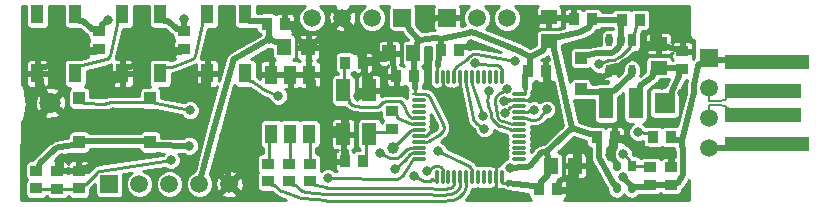
<source format=gtl>
G04 #@! TF.FileFunction,Copper,L1,Top,Signal*
%FSLAX46Y46*%
G04 Gerber Fmt 4.6, Leading zero omitted, Abs format (unit mm)*
G04 Created by KiCad (PCBNEW 4.0.0-rc1-stable) date 18.12.2015 2:10:39*
%MOMM*%
G01*
G04 APERTURE LIST*
%ADD10C,0.100000*%
%ADD11R,1.800860X1.800860*%
%ADD12C,1.800860*%
%ADD13R,1.016000X0.889000*%
%ADD14R,1.397000X1.143000*%
%ADD15R,1.143000X1.397000*%
%ADD16R,0.889000X1.016000*%
%ADD17R,1.000760X1.000760*%
%ADD18R,0.701040X0.899160*%
%ADD19O,0.701040X0.899160*%
%ADD20R,0.635000X1.100000*%
%ADD21O,0.635000X1.100000*%
%ADD22R,1.200000X0.270000*%
%ADD23O,1.200000X0.270000*%
%ADD24O,0.270000X1.200000*%
%ADD25R,1.200000X2.600000*%
%ADD26R,1.100000X1.600000*%
%ADD27R,1.000000X0.900000*%
%ADD28R,0.900000X1.000000*%
%ADD29R,1.000760X1.099820*%
%ADD30C,1.000000*%
%ADD31R,1.500000X1.500000*%
%ADD32C,1.500000*%
%ADD33R,7.099300X1.249680*%
%ADD34R,6.499860X1.249680*%
%ADD35R,1.198880X1.899920*%
%ADD36C,0.800000*%
%ADD37C,0.500000*%
%ADD38C,0.250000*%
%ADD39C,0.200000*%
%ADD40C,0.254000*%
G04 APERTURE END LIST*
D10*
D11*
X173999440Y-118500000D03*
D12*
X122000560Y-118500000D03*
D13*
X175500000Y-115662000D03*
X175500000Y-114138000D03*
D14*
X173500000Y-115516000D03*
X173500000Y-113484000D03*
D15*
X164423000Y-123829000D03*
X166455000Y-123829000D03*
D13*
X174528000Y-125460000D03*
X174528000Y-123936000D03*
D16*
X163338000Y-125809000D03*
X164862000Y-125809000D03*
X162401000Y-115844000D03*
X163925000Y-115844000D03*
X155067000Y-114065000D03*
X156591000Y-114065000D03*
D15*
X152737000Y-114313000D03*
X150705000Y-114313000D03*
D16*
X168238000Y-121400000D03*
X169762000Y-121400000D03*
X152805000Y-116260000D03*
X151281000Y-116260000D03*
X167851000Y-111419000D03*
X166327000Y-111419000D03*
D14*
X164214000Y-113288000D03*
X164214000Y-111256000D03*
D15*
X141784000Y-113800000D03*
X143816000Y-113800000D03*
D16*
X140326000Y-111788000D03*
X141850000Y-111788000D03*
X148468000Y-123428000D03*
X146944000Y-123428000D03*
D13*
X133300000Y-112438000D03*
X133300000Y-113962000D03*
D16*
X146950000Y-115090000D03*
X148474000Y-115090000D03*
D13*
X122600000Y-125762000D03*
X122600000Y-124238000D03*
X126100000Y-112438000D03*
X126100000Y-113962000D03*
D17*
X166935400Y-114701420D03*
X166935400Y-117302380D03*
D18*
X171230240Y-123815040D03*
D19*
X169929760Y-123815040D03*
X169929760Y-125714960D03*
X171230240Y-125714960D03*
D20*
X171228000Y-113214000D03*
D21*
X170278000Y-113214000D03*
X169328000Y-113214000D03*
X169328000Y-115814000D03*
X171228000Y-115814000D03*
D22*
X153199000Y-117782000D03*
D23*
X153199000Y-118282000D03*
X153199000Y-118782000D03*
X153199000Y-119282000D03*
X153199000Y-119782000D03*
X153199000Y-120282000D03*
X153199000Y-120782000D03*
X153199000Y-121282000D03*
X153199000Y-121782000D03*
X153199000Y-122282000D03*
X153199000Y-122782000D03*
X153199000Y-123282000D03*
D24*
X154699000Y-124782000D03*
X155199000Y-124782000D03*
X155699000Y-124782000D03*
X156199000Y-124782000D03*
X156699000Y-124782000D03*
X157199000Y-124782000D03*
X157699000Y-124782000D03*
X158199000Y-124782000D03*
X158699000Y-124782000D03*
X159199000Y-124782000D03*
X159699000Y-124782000D03*
X160199000Y-124782000D03*
D23*
X161699000Y-123282000D03*
X161699000Y-122782000D03*
X161699000Y-122282000D03*
X161699000Y-121782000D03*
X161699000Y-121282000D03*
X161699000Y-120782000D03*
X161699000Y-120282000D03*
X161699000Y-119782000D03*
X161699000Y-119282000D03*
X161699000Y-118782000D03*
X161699000Y-118282000D03*
X161699000Y-117782000D03*
D24*
X160199000Y-116282000D03*
X159699000Y-116282000D03*
X159199000Y-116282000D03*
X158699000Y-116282000D03*
X158199000Y-116282000D03*
X157699000Y-116282000D03*
X157199000Y-116282000D03*
X156699000Y-116282000D03*
X156199000Y-116282000D03*
X155699000Y-116282000D03*
X155199000Y-116282000D03*
X154699000Y-116282000D03*
D25*
X169049000Y-118516000D03*
X171549000Y-118516000D03*
D26*
X138500000Y-116000000D03*
X135300000Y-116000000D03*
X138500000Y-111000000D03*
X135300000Y-111000000D03*
X131300000Y-116000000D03*
X128100000Y-116000000D03*
X131300000Y-111000000D03*
X128100000Y-111000000D03*
D27*
X120800000Y-124250000D03*
X120800000Y-125750000D03*
D26*
X140692000Y-116109000D03*
X142292000Y-116109000D03*
X143892000Y-116109000D03*
X140692000Y-121109000D03*
X142292000Y-121109000D03*
X143892000Y-121109000D03*
X124100000Y-116000000D03*
X120900000Y-116000000D03*
X124100000Y-111000000D03*
X120900000Y-111000000D03*
D27*
X150955000Y-120724000D03*
X150955000Y-119224000D03*
X124400000Y-125750000D03*
X124400000Y-124250000D03*
X142200000Y-123650000D03*
X142200000Y-125150000D03*
X140400000Y-123650000D03*
X140400000Y-125150000D03*
X144000000Y-123650000D03*
X144000000Y-125150000D03*
D28*
X173050000Y-121400000D03*
X174550000Y-121400000D03*
D27*
X172780000Y-123947000D03*
X172780000Y-125447000D03*
D28*
X170416000Y-111478000D03*
X171916000Y-111478000D03*
D29*
X130448740Y-118109880D03*
X130448740Y-121808120D03*
X124449260Y-121808120D03*
X124449260Y-118109880D03*
D30*
X151040000Y-122294000D03*
D31*
X155600000Y-111300000D03*
D32*
X158140000Y-111300000D03*
X160680000Y-111300000D03*
D31*
X177800000Y-114700000D03*
D32*
X177800000Y-117240000D03*
X177800000Y-119780000D03*
X177800000Y-122320000D03*
D31*
X151800000Y-111300000D03*
D32*
X149260000Y-111300000D03*
X146720000Y-111300000D03*
X144180000Y-111300000D03*
D33*
X182650920Y-114999880D03*
D34*
X182351200Y-117499240D03*
X182351200Y-119500760D03*
D33*
X182650920Y-122000120D03*
D32*
X137160000Y-125400000D03*
D31*
X127000000Y-125400000D03*
D32*
X129540000Y-125400000D03*
X132080000Y-125400000D03*
X134620000Y-125400000D03*
D35*
X149001820Y-121141120D03*
X149001820Y-117442880D03*
X146802180Y-117442880D03*
X146802180Y-121141120D03*
D36*
X174603000Y-122891400D03*
X166858800Y-122522700D03*
X169399800Y-122926800D03*
X164244400Y-116939000D03*
X168046600Y-116651600D03*
X163044100Y-112198900D03*
X172978700Y-112316800D03*
X157633300Y-113502700D03*
X156532700Y-117482000D03*
X160381200Y-118321200D03*
X154460800Y-120531900D03*
X156416600Y-121297000D03*
X159641800Y-125979900D03*
X165908700Y-126001900D03*
X134212400Y-117066600D03*
X142037000Y-119356200D03*
X138972800Y-119477600D03*
X132227600Y-114610500D03*
X126594700Y-117739500D03*
X122950400Y-123200600D03*
X147044400Y-119591000D03*
X148001700Y-117946200D03*
X120575400Y-121159500D03*
X123982900Y-119942600D03*
X127341600Y-119261100D03*
X129532200Y-120624100D03*
X132209400Y-120916100D03*
X132842300Y-117557400D03*
X138488900Y-117800800D03*
X145936600Y-113663100D03*
X145352500Y-117460000D03*
X136687800Y-121208200D03*
X126416800Y-123301400D03*
X128948000Y-122717200D03*
X145354800Y-120690100D03*
X158201000Y-126021200D03*
X156466700Y-122295800D03*
X159614000Y-122681200D03*
X162279600Y-113271400D03*
X167771400Y-113175000D03*
X166936400Y-118955800D03*
X163243100Y-121878300D03*
X165876600Y-122231600D03*
X168028300Y-125507400D03*
X175125800Y-111312300D03*
X173744900Y-116964700D03*
X175511200Y-117671200D03*
X133769200Y-122133000D03*
X160879100Y-124037900D03*
X140539300Y-113109200D03*
X170479200Y-124778200D03*
X133294000Y-111393400D03*
X126849900Y-111444300D03*
X132191900Y-123346200D03*
X151214600Y-124092100D03*
X158748000Y-120682700D03*
X170505600Y-122837100D03*
X161338000Y-114977000D03*
X168426700Y-115208800D03*
X133822300Y-119127700D03*
X149912100Y-122704700D03*
X145499700Y-124849200D03*
X152776000Y-124656600D03*
X153853600Y-124289800D03*
X141297500Y-117899500D03*
X154783300Y-122577100D03*
X159153000Y-117488300D03*
X160634400Y-117346600D03*
X164022100Y-119051100D03*
X162924600Y-119125600D03*
X160496200Y-119353000D03*
X157958200Y-115119600D03*
X158589400Y-119587100D03*
X171737200Y-120981400D03*
D37*
X173051500Y-115837500D02*
X173500000Y-115516000D01*
X173051500Y-116087500D02*
X173051500Y-115837500D01*
X173051500Y-116146100D02*
X173051500Y-116087500D01*
X172999700Y-116250800D02*
X173051500Y-116146100D01*
X172953400Y-116286100D02*
X172999700Y-116250800D01*
X171997100Y-117017400D02*
X172953400Y-116286100D01*
X171899000Y-117157400D02*
X171899000Y-117216000D01*
X171950800Y-117052700D02*
X171899000Y-117157400D01*
X171997100Y-117017400D02*
X171950800Y-117052700D01*
X171899000Y-117466000D02*
X171899000Y-117216000D01*
X171549000Y-118516000D02*
X171899000Y-117466000D01*
X173948500Y-115589000D02*
X173500000Y-115516000D01*
X174198500Y-115589000D02*
X173948500Y-115589000D01*
X174992000Y-115589000D02*
X174198500Y-115589000D01*
X175242000Y-115589000D02*
X174992000Y-115589000D01*
X175500000Y-115662000D02*
X175242000Y-115589000D01*
X174649800Y-117849600D02*
X173999400Y-118500000D01*
X174649800Y-117599600D02*
X174649800Y-117849600D01*
X174649800Y-117592200D02*
X174649800Y-117599600D01*
X174650600Y-117577900D02*
X174649800Y-117592200D01*
X174651500Y-117570500D02*
X174650600Y-117577900D01*
X174651400Y-117570500D02*
X174651500Y-117570500D01*
X174659100Y-117505100D02*
X174651400Y-117570500D01*
X174694600Y-117376700D02*
X174659100Y-117505100D01*
X174721900Y-117316000D02*
X174694600Y-117376700D01*
X175220000Y-116209100D02*
X174721900Y-117316000D01*
X175242000Y-116132900D02*
X175242000Y-116106500D01*
X175230900Y-116184700D02*
X175242000Y-116132900D01*
X175220000Y-116209100D02*
X175230900Y-116184700D01*
X175242000Y-115856500D02*
X175242000Y-116106500D01*
X175500000Y-115662000D02*
X175242000Y-115856500D01*
X129532200Y-120624100D02*
X127341600Y-119261100D01*
X123982900Y-119942600D02*
X122000600Y-118500000D01*
X120575400Y-121159500D02*
X122000600Y-118500000D01*
X124650000Y-124050000D02*
X124400000Y-124250000D01*
X124900000Y-124050000D02*
X124650000Y-124050000D01*
X124987800Y-124036000D02*
X125014300Y-124022300D01*
X124929800Y-124050000D02*
X124987800Y-124036000D01*
X124900000Y-124050000D02*
X124929800Y-124050000D01*
X126416800Y-123301400D02*
X125014300Y-124022300D01*
X132842300Y-117557400D02*
X134212400Y-117066600D01*
X138488900Y-117800800D02*
X138972800Y-119477600D01*
X146452800Y-120690100D02*
X146802200Y-121141100D01*
X146202800Y-120690100D02*
X146452800Y-120690100D01*
X145354800Y-120690100D02*
X146202800Y-120690100D01*
X144319100Y-117342000D02*
X144317000Y-117341400D01*
X144375100Y-117354500D02*
X144393700Y-117356500D01*
X144337200Y-117347200D02*
X144375100Y-117354500D01*
X144319100Y-117342000D02*
X144337200Y-117347200D01*
X145352500Y-117460000D02*
X144393700Y-117356500D01*
X145936600Y-113663100D02*
X145352500Y-117460000D01*
X156717600Y-121379400D02*
X156416600Y-121297000D01*
X156754500Y-121389600D02*
X156717600Y-121379400D01*
X156824700Y-121414900D02*
X156754500Y-121389600D01*
X156859500Y-121430700D02*
X156824700Y-121414900D01*
X159614000Y-122681200D02*
X156859500Y-121430700D01*
X136687800Y-121208200D02*
X138972800Y-119477600D01*
X158201000Y-126021200D02*
X159641800Y-125979900D01*
X163044100Y-112198900D02*
X162279600Y-113271400D01*
X165876600Y-122231600D02*
X166858800Y-122522700D01*
X165908700Y-126001900D02*
X168028300Y-125507400D01*
X172978700Y-112316800D02*
X175125800Y-111312300D01*
X148652400Y-117946200D02*
X149001800Y-117442900D01*
X148402400Y-117946200D02*
X148652400Y-117946200D01*
X148001700Y-117946200D02*
X148402400Y-117946200D01*
X147044400Y-120191100D02*
X147044400Y-119591000D01*
X147044400Y-120441100D02*
X147044400Y-120191100D01*
X146802200Y-121141100D02*
X147044400Y-120441100D01*
X122858000Y-124043500D02*
X122600000Y-124238000D01*
X122858000Y-123793500D02*
X122858000Y-124043500D01*
X122858000Y-123783600D02*
X122858000Y-123793500D01*
X122859600Y-123763600D02*
X122858000Y-123783600D01*
X122861200Y-123753700D02*
X122859600Y-123763600D01*
X122950400Y-123200600D02*
X122861200Y-123753700D01*
X127800000Y-116550000D02*
X128100000Y-116000000D01*
X127550000Y-116550000D02*
X127800000Y-116550000D01*
X127379400Y-116607200D02*
X127344500Y-116657600D01*
X127488600Y-116550000D02*
X127379400Y-116607200D01*
X127550000Y-116550000D02*
X127488600Y-116550000D01*
X126594700Y-117739500D02*
X127344500Y-116657600D01*
X125842000Y-114156500D02*
X126100000Y-113962000D01*
X125592000Y-114156500D02*
X125842000Y-114156500D01*
X125548500Y-114159900D02*
X125534200Y-114163300D01*
X125577600Y-114156500D02*
X125548500Y-114159900D01*
X125592000Y-114156500D02*
X125577600Y-114156500D01*
X123422900Y-114664800D02*
X125534200Y-114163300D01*
X123360300Y-114683200D02*
X123340400Y-114691400D01*
X123401400Y-114669900D02*
X123360300Y-114683200D01*
X123422900Y-114664800D02*
X123401400Y-114669900D01*
X121545300Y-115431100D02*
X123340400Y-114691400D01*
X121522600Y-115440500D02*
X121545300Y-115431100D01*
X121474500Y-115450000D02*
X121522600Y-115440500D01*
X121450000Y-115450000D02*
X121474500Y-115450000D01*
X121200000Y-115450000D02*
X121450000Y-115450000D01*
X120900000Y-116000000D02*
X121200000Y-115450000D01*
X133042000Y-114156500D02*
X133300000Y-113962000D01*
X132792000Y-114156500D02*
X133042000Y-114156500D01*
X132651700Y-114193800D02*
X132616800Y-114228200D01*
X132742900Y-114156500D02*
X132651700Y-114193800D01*
X132792000Y-114156500D02*
X132742900Y-114156500D01*
X132227600Y-114610500D02*
X132616800Y-114228200D01*
X130735400Y-114650100D02*
X132227600Y-114610500D01*
X130586500Y-114672400D02*
X130540400Y-114691400D01*
X130685400Y-114651400D02*
X130586500Y-114672400D01*
X130735400Y-114650100D02*
X130685400Y-114651400D01*
X128745300Y-115431100D02*
X130540400Y-114691400D01*
X128722600Y-115440500D02*
X128745300Y-115431100D01*
X128674500Y-115450000D02*
X128722600Y-115440500D01*
X128650000Y-115450000D02*
X128674500Y-115450000D01*
X128400000Y-115450000D02*
X128650000Y-115450000D01*
X128100000Y-116000000D02*
X128400000Y-115450000D01*
X136687800Y-121208200D02*
X137160000Y-125400000D01*
X144192000Y-116659000D02*
X143892000Y-116109000D01*
X144192000Y-116909000D02*
X144192000Y-116659000D01*
X144197900Y-116966300D02*
X144203700Y-116984700D01*
X144192000Y-116928200D02*
X144197900Y-116966300D01*
X144192000Y-116909000D02*
X144192000Y-116928200D01*
X144317000Y-117341400D02*
X144203700Y-116984700D01*
X134757700Y-117049900D02*
X134212400Y-117066600D01*
X135000100Y-116901200D02*
X135000000Y-116800000D01*
X134859100Y-117046700D02*
X135000100Y-116901200D01*
X134757700Y-117049900D02*
X134859100Y-117046700D01*
X135000000Y-116550000D02*
X135000000Y-116800000D01*
X135300000Y-116000000D02*
X135000000Y-116550000D01*
X140992000Y-116109000D02*
X140692000Y-116109000D01*
X141242000Y-116109000D02*
X140992000Y-116109000D01*
X141742000Y-116109000D02*
X141242000Y-116109000D01*
X141992000Y-116109000D02*
X141742000Y-116109000D01*
X142292000Y-116109000D02*
X141992000Y-116109000D01*
X142592000Y-116109000D02*
X142292000Y-116109000D01*
X142842000Y-116109000D02*
X142592000Y-116109000D01*
X143342000Y-116109000D02*
X142842000Y-116109000D01*
X143592000Y-116109000D02*
X143342000Y-116109000D01*
X143892000Y-116109000D02*
X143592000Y-116109000D01*
X143854000Y-115559000D02*
X143892000Y-116109000D01*
X143854000Y-115309000D02*
X143854000Y-115559000D01*
X143854000Y-114498500D02*
X143854000Y-115309000D01*
X143854000Y-114248500D02*
X143854000Y-114498500D01*
X143816000Y-113800000D02*
X143854000Y-114248500D01*
X142044500Y-112046000D02*
X141850000Y-111788000D01*
X142294500Y-112046000D02*
X142044500Y-112046000D01*
X142366000Y-112046000D02*
X142294500Y-112046000D01*
X142487600Y-112121900D02*
X142366000Y-112046000D01*
X142519100Y-112186300D02*
X142487600Y-112121900D01*
X143019900Y-113211200D02*
X142519100Y-112186300D01*
X143173000Y-113351500D02*
X143244500Y-113351500D01*
X143051400Y-113275600D02*
X143173000Y-113351500D01*
X143019900Y-113211200D02*
X143051400Y-113275600D01*
X143494500Y-113351500D02*
X143244500Y-113351500D01*
X143816000Y-113800000D02*
X143494500Y-113351500D01*
X144137500Y-113351500D02*
X143816000Y-113800000D01*
X144387500Y-113351500D02*
X144137500Y-113351500D01*
X144521900Y-113317500D02*
X144556500Y-113285700D01*
X144434300Y-113351500D02*
X144521900Y-113317500D01*
X144387500Y-113351500D02*
X144434300Y-113351500D01*
X146720000Y-111300000D02*
X144556500Y-113285700D01*
X151086500Y-116002000D02*
X151281000Y-116260000D01*
X151086500Y-115752000D02*
X151086500Y-116002000D01*
X151086100Y-115736300D02*
X151085600Y-115731200D01*
X151086500Y-115746800D02*
X151086100Y-115736300D01*
X151086500Y-115752000D02*
X151086500Y-115746800D01*
X151027400Y-115032300D02*
X151085600Y-115731200D01*
X151026900Y-115027200D02*
X151027400Y-115032300D01*
X151026500Y-115016700D02*
X151026900Y-115027200D01*
X151026500Y-115011500D02*
X151026500Y-115016700D01*
X151026500Y-114761500D02*
X151026500Y-115011500D01*
X150705000Y-114313000D02*
X151026500Y-114761500D01*
X150383500Y-114761500D02*
X150705000Y-114313000D01*
X150133500Y-114761500D02*
X150383500Y-114761500D01*
X150133500Y-114761500D02*
X150118800Y-114761900D01*
X148933200Y-114831600D02*
X150118800Y-114761900D01*
X148918500Y-114832000D02*
X148933200Y-114831600D01*
X148668500Y-114832000D02*
X148918500Y-114832000D01*
X148474000Y-115090000D02*
X148668500Y-114832000D01*
X148279500Y-114832000D02*
X148474000Y-115090000D01*
X148279500Y-114582000D02*
X148279500Y-114832000D01*
X148267000Y-114498800D02*
X148254600Y-114473200D01*
X148279500Y-114554000D02*
X148267000Y-114498800D01*
X148279500Y-114582000D02*
X148279500Y-114554000D01*
X146720000Y-111300000D02*
X148254600Y-114473200D01*
D38*
X159698300Y-124290800D02*
X159614000Y-122681200D01*
X159699000Y-124317000D02*
X159698300Y-124290800D01*
X159699000Y-124782000D02*
X159699000Y-124317000D01*
D37*
X165056500Y-126001900D02*
X164862000Y-125809000D01*
X165306500Y-126001900D02*
X165056500Y-126001900D01*
X165908700Y-126001900D02*
X165306500Y-126001900D01*
D38*
X159697400Y-125287000D02*
X159641800Y-125979900D01*
X159699000Y-125257400D02*
X159699000Y-125247000D01*
X159698200Y-125277400D02*
X159699000Y-125257400D01*
X159697400Y-125287000D02*
X159698200Y-125277400D01*
X159699000Y-124782000D02*
X159699000Y-125247000D01*
D37*
X142037000Y-119356200D02*
X144317000Y-117341400D01*
X156416600Y-121297000D02*
X156532700Y-117482000D01*
D38*
X154069600Y-121074500D02*
X154460800Y-120531900D01*
X153999400Y-121171900D02*
X154069600Y-121074500D01*
X153784900Y-121281900D02*
X153999400Y-121171900D01*
X153664000Y-121282000D02*
X153784900Y-121281900D01*
X153199000Y-121282000D02*
X153664000Y-121282000D01*
X161210700Y-118282500D02*
X160381200Y-118321200D01*
X161234000Y-118282000D02*
X161210700Y-118282500D01*
X161699000Y-118282000D02*
X161234000Y-118282000D01*
X155572400Y-117230700D02*
X156532700Y-117482000D01*
X155407400Y-117187500D02*
X155572400Y-117230700D01*
X155198900Y-116917200D02*
X155407400Y-117187500D01*
X155199000Y-116747000D02*
X155198900Y-116917200D01*
X155199000Y-116282000D02*
X155199000Y-116747000D01*
X156699000Y-116747000D02*
X156699000Y-116282000D01*
X156699000Y-116777100D02*
X156699000Y-116747000D01*
X156691800Y-116837000D02*
X156699000Y-116777100D01*
X156684500Y-116866700D02*
X156691800Y-116837000D01*
X156532700Y-117482000D02*
X156684500Y-116866700D01*
D37*
X157159800Y-113773900D02*
X157633300Y-113502700D01*
X157131600Y-113790100D02*
X157159800Y-113773900D01*
X157068400Y-113807000D02*
X157131600Y-113790100D01*
X157035500Y-113807000D02*
X157068400Y-113807000D01*
X156785500Y-113807000D02*
X157035500Y-113807000D01*
X156591000Y-114065000D02*
X156785500Y-113807000D01*
X173051500Y-113162500D02*
X173500000Y-113484000D01*
X173051500Y-112912500D02*
X173051500Y-113162500D01*
X173050500Y-112889000D02*
X173049600Y-112881400D01*
X173051500Y-112904600D02*
X173050500Y-112889000D01*
X173051500Y-112912500D02*
X173051500Y-112904600D01*
X172978700Y-112316800D02*
X173049600Y-112881400D01*
X163293000Y-111713400D02*
X163044100Y-112198900D01*
X163325300Y-111650700D02*
X163293000Y-111713400D01*
X163445200Y-111577500D02*
X163325300Y-111650700D01*
X163515500Y-111577500D02*
X163445200Y-111577500D01*
X163765500Y-111577500D02*
X163515500Y-111577500D01*
X164214000Y-111256000D02*
X163765500Y-111577500D01*
X164125500Y-116406500D02*
X164244400Y-116939000D01*
X164122500Y-116392900D02*
X164125500Y-116406500D01*
X164119500Y-116365500D02*
X164122500Y-116392900D01*
X164119500Y-116352000D02*
X164119500Y-116365500D01*
X164119500Y-116102000D02*
X164119500Y-116352000D01*
X163925000Y-115844000D02*
X164119500Y-116102000D01*
D38*
X162467900Y-118179000D02*
X162839800Y-117894400D01*
X162402700Y-118229000D02*
X162467900Y-118179000D01*
X162246800Y-118281900D02*
X162402700Y-118229000D01*
X162164000Y-118282000D02*
X162246800Y-118281900D01*
X161699000Y-118282000D02*
X162164000Y-118282000D01*
D37*
X169328000Y-116046500D02*
X169328000Y-115814000D01*
X168046600Y-116651600D02*
X169328000Y-116046500D01*
X166132500Y-111337500D02*
X166327000Y-111419000D01*
X165882500Y-111337500D02*
X166132500Y-111337500D01*
X164912500Y-111337500D02*
X165882500Y-111337500D01*
X164662500Y-111337500D02*
X164912500Y-111337500D01*
X164214000Y-111256000D02*
X164662500Y-111337500D01*
X164244400Y-116939000D02*
X162839800Y-117894400D01*
X169929800Y-123715900D02*
X169929800Y-123815000D01*
X169399800Y-122926800D02*
X169929800Y-123715900D01*
X166778900Y-123096000D02*
X166858800Y-122522700D01*
X166776500Y-123121600D02*
X166776500Y-123130500D01*
X166777700Y-123104600D02*
X166776500Y-123121600D01*
X166778900Y-123096000D02*
X166777700Y-123104600D01*
X166776500Y-123380500D02*
X166776500Y-123130500D01*
X166455000Y-123829000D02*
X166776500Y-123380500D01*
X169328000Y-115581500D02*
X169328000Y-115814000D01*
X169908800Y-115409700D02*
X169328000Y-115581500D01*
X170520600Y-115125900D02*
X170689100Y-114975900D01*
X170125500Y-115345600D02*
X170520600Y-115125900D01*
X169908800Y-115409700D02*
X170125500Y-115345600D01*
X170689000Y-114975800D02*
X170689100Y-114975900D01*
X170752900Y-114918900D02*
X170689000Y-114975800D01*
X170902400Y-114834000D02*
X170752900Y-114918900D01*
X170985000Y-114808000D02*
X170902400Y-114834000D01*
X171215700Y-114735500D02*
X170985000Y-114808000D01*
X171404400Y-114657100D02*
X171461500Y-114620400D01*
X171280200Y-114715300D02*
X171404400Y-114657100D01*
X171215700Y-114735500D02*
X171280200Y-114715300D01*
X172666200Y-113845300D02*
X171461500Y-114620400D01*
X172696400Y-113825800D02*
X172666200Y-113845300D01*
X172765500Y-113805500D02*
X172696400Y-113825800D01*
X172801500Y-113805500D02*
X172765500Y-113805500D01*
X173051500Y-113805500D02*
X172801500Y-113805500D01*
X173500000Y-113484000D02*
X173051500Y-113805500D01*
X175242000Y-113943500D02*
X175500000Y-114138000D01*
X174992000Y-113943500D02*
X175242000Y-113943500D01*
X174980400Y-113943400D02*
X174992000Y-113943500D01*
X174957800Y-113941400D02*
X174980400Y-113943400D01*
X174946600Y-113939300D02*
X174957800Y-113941400D01*
X174243900Y-113809700D02*
X174946600Y-113939300D01*
X174210100Y-113805600D02*
X174198500Y-113805500D01*
X174232700Y-113807600D02*
X174210100Y-113805600D01*
X174243900Y-113809700D02*
X174232700Y-113807600D01*
X173948500Y-113805500D02*
X174198500Y-113805500D01*
X173500000Y-113484000D02*
X173948500Y-113805500D01*
X166133500Y-124277500D02*
X166455000Y-123829000D01*
X166133500Y-124527500D02*
X166133500Y-124277500D01*
X166133600Y-124603700D02*
X166133500Y-124527500D01*
X166048200Y-124730500D02*
X166133600Y-124603700D01*
X165977400Y-124759200D02*
X166048200Y-124730500D01*
X165212600Y-125069300D02*
X165977400Y-124759200D01*
X165056400Y-125224800D02*
X165056500Y-125301000D01*
X165141800Y-125098000D02*
X165056400Y-125224800D01*
X165212600Y-125069300D02*
X165141800Y-125098000D01*
X165056500Y-125551000D02*
X165056500Y-125301000D01*
X164862000Y-125809000D02*
X165056500Y-125551000D01*
X169564000Y-121949400D02*
X169399800Y-122926800D01*
X169567500Y-121918200D02*
X169567500Y-121908000D01*
X169565700Y-121939100D02*
X169567500Y-121918200D01*
X169564000Y-121949400D02*
X169565700Y-121939100D01*
X169567500Y-121658000D02*
X169567500Y-121908000D01*
X169762000Y-121400000D02*
X169567500Y-121658000D01*
X169956500Y-121658000D02*
X169762000Y-121400000D01*
X170206500Y-121658000D02*
X169956500Y-121658000D01*
X170227700Y-121658000D02*
X170206500Y-121658000D01*
X170269500Y-121665100D02*
X170227700Y-121658000D01*
X170289300Y-121672100D02*
X170269500Y-121665100D01*
X172417800Y-122419100D02*
X170289300Y-121672100D01*
X172467400Y-122434200D02*
X172484800Y-122437900D01*
X172434100Y-122424800D02*
X172467400Y-122434200D01*
X172417800Y-122419100D02*
X172434100Y-122424800D01*
X174603000Y-122891400D02*
X172484800Y-122437900D01*
X174603000Y-123741500D02*
X174528000Y-123936000D01*
X174603000Y-123491500D02*
X174603000Y-123741500D01*
X174603000Y-122891400D02*
X174603000Y-123491500D01*
X179101200Y-122320000D02*
X177800000Y-122320000D01*
X179351200Y-122320000D02*
X179101200Y-122320000D01*
X182650900Y-122000100D02*
X179351200Y-122320000D01*
X121225300Y-116909500D02*
X122000600Y-118500000D01*
X121212800Y-116884000D02*
X121225300Y-116909500D01*
X121200000Y-116828500D02*
X121212800Y-116884000D01*
X121200000Y-116800000D02*
X121200000Y-116828500D01*
X121200000Y-116550000D02*
X121200000Y-116800000D01*
X120900000Y-116000000D02*
X121200000Y-116550000D01*
X124150000Y-124244000D02*
X124400000Y-124250000D01*
X123900000Y-124244000D02*
X124150000Y-124244000D01*
X123108000Y-124244000D02*
X123900000Y-124244000D01*
X122858000Y-124244000D02*
X123108000Y-124244000D01*
X122600000Y-124238000D02*
X122858000Y-124244000D01*
X148668500Y-116742900D02*
X149001800Y-117442900D01*
X148668500Y-116492900D02*
X148668500Y-116742900D01*
X148668500Y-115598000D02*
X148668500Y-116492900D01*
X148668500Y-115348000D02*
X148668500Y-115598000D01*
X148474000Y-115090000D02*
X148668500Y-115348000D01*
X146873100Y-121841100D02*
X146802200Y-121141100D01*
X146873100Y-122091100D02*
X146873100Y-121841100D01*
X146873100Y-122920000D02*
X146873100Y-122091100D01*
X146873100Y-123170000D02*
X146873100Y-122920000D01*
X146944000Y-123428000D02*
X146873100Y-123170000D01*
D38*
X162601600Y-118076700D02*
X162729300Y-117835800D01*
X162601600Y-118076700D02*
X162867500Y-118016200D01*
D37*
X121050000Y-124050000D02*
X120800000Y-124250000D01*
X121050000Y-123800000D02*
X121050000Y-124050000D01*
X121050000Y-123748500D02*
X121050000Y-123800000D01*
X121090700Y-123653800D02*
X121050000Y-123748500D01*
X121128000Y-123618500D02*
X121090700Y-123653800D01*
X122296900Y-122510900D02*
X121128000Y-123618500D01*
X122404800Y-122408600D02*
X122296900Y-122510900D01*
X122674700Y-122279200D02*
X122404800Y-122408600D01*
X122822100Y-122259200D02*
X122674700Y-122279200D01*
X123915200Y-122110300D02*
X122822100Y-122259200D01*
X123923600Y-122109100D02*
X123915200Y-122110300D01*
X123940600Y-122108000D02*
X123923600Y-122109100D01*
X123948900Y-122108000D02*
X123940600Y-122108000D01*
X124198900Y-122108000D02*
X123948900Y-122108000D01*
X124449300Y-121808100D02*
X124198900Y-122108000D01*
X164101500Y-123380500D02*
X164423000Y-123829000D01*
X164101500Y-123130500D02*
X164101500Y-123380500D01*
X164098100Y-123086600D02*
X164094600Y-123072300D01*
X164101500Y-123115600D02*
X164098100Y-123086600D01*
X164101500Y-123130500D02*
X164101500Y-123115600D01*
X163997700Y-122667200D02*
X164094600Y-123072300D01*
X163993500Y-122665900D02*
X163997700Y-122667200D01*
X163580000Y-122702800D02*
X163485700Y-122810800D01*
X163855900Y-122623900D02*
X163580000Y-122702800D01*
X163993500Y-122665900D02*
X163855900Y-122623900D01*
X162679800Y-123732900D02*
X163485700Y-122810800D01*
X162588700Y-123837200D02*
X162679800Y-123732900D01*
X162339200Y-123958700D02*
X162588700Y-123837200D01*
X162201200Y-123966100D02*
X162339200Y-123958700D01*
X160879100Y-124037900D02*
X162201200Y-123966100D01*
X130951300Y-122108000D02*
X133769200Y-122133000D01*
X130949100Y-122108000D02*
X130951300Y-122108000D01*
X130699100Y-122108000D02*
X130949100Y-122108000D01*
X130448700Y-121808100D02*
X130699100Y-122108000D01*
X130198300Y-121767100D02*
X130448700Y-121808100D01*
X129948300Y-121767100D02*
X130198300Y-121767100D01*
X124949700Y-121767100D02*
X129948300Y-121767100D01*
X124699700Y-121767100D02*
X124949700Y-121767100D01*
X124449300Y-121808100D02*
X124699700Y-121767100D01*
D38*
X153674000Y-117792000D02*
X153199000Y-117782000D01*
X153799000Y-117792000D02*
X153674000Y-117792000D01*
X153810200Y-117792000D02*
X153799000Y-117792000D01*
X153831900Y-117795900D02*
X153810200Y-117792000D01*
X153842400Y-117799800D02*
X153831900Y-117795900D01*
X153842400Y-117799700D02*
X153842400Y-117799800D01*
X153933600Y-117833600D02*
X153842400Y-117799700D01*
X154078100Y-117962100D02*
X153933600Y-117833600D01*
X154122200Y-118048700D02*
X154078100Y-117962100D01*
X155196100Y-120157500D02*
X154122200Y-118048700D01*
X155268500Y-120300000D02*
X155196100Y-120157500D01*
X155296900Y-120616600D02*
X155268500Y-120300000D01*
X155204900Y-120922300D02*
X155296900Y-120616600D01*
X155005600Y-121171700D02*
X155204900Y-120922300D01*
X154867300Y-121249900D02*
X155005600Y-121171700D01*
X154156700Y-121652200D02*
X154867300Y-121249900D01*
X154043400Y-121716300D02*
X154156700Y-121652200D01*
X153793900Y-121782000D02*
X154043400Y-121716300D01*
X153664000Y-121782000D02*
X153793900Y-121782000D01*
X153199000Y-121782000D02*
X153664000Y-121782000D01*
X160199000Y-125247000D02*
X160780400Y-125312600D01*
X160199000Y-124782000D02*
X160199000Y-125247000D01*
D37*
X163143500Y-125551000D02*
X163338000Y-125809000D01*
X162893500Y-125551000D02*
X163143500Y-125551000D01*
X162886600Y-125551000D02*
X162893500Y-125551000D01*
X162872200Y-125550200D02*
X162886600Y-125551000D01*
X162865300Y-125549400D02*
X162872200Y-125550200D01*
X160780400Y-125312600D02*
X162865300Y-125549400D01*
X164101500Y-124277500D02*
X164423000Y-123829000D01*
X164101500Y-124527500D02*
X164101500Y-124277500D01*
X164101500Y-124577400D02*
X164101500Y-124527500D01*
X164063100Y-124669600D02*
X164101500Y-124577400D01*
X164027700Y-124704800D02*
X164063100Y-124669600D01*
X163606300Y-125123700D02*
X164027700Y-124704800D01*
X163532500Y-125251100D02*
X163532500Y-125301000D01*
X163570900Y-125158900D02*
X163532500Y-125251100D01*
X163606300Y-125123700D02*
X163570900Y-125158900D01*
X163532500Y-125551000D02*
X163532500Y-125301000D01*
X163338000Y-125809000D02*
X163532500Y-125551000D01*
X166183900Y-120651000D02*
X163997700Y-122667200D01*
X167718900Y-121130600D02*
X166183900Y-120651000D01*
X167774400Y-121142000D02*
X167793500Y-121142000D01*
X167736800Y-121136200D02*
X167774400Y-121142000D01*
X167718900Y-121130600D02*
X167736800Y-121136200D01*
X168043500Y-121142000D02*
X167793500Y-121142000D01*
X168238000Y-121400000D02*
X168043500Y-121142000D01*
D38*
X152870000Y-117647000D02*
X152870000Y-117213600D01*
X152870000Y-117772000D02*
X152870000Y-117647000D01*
X153199000Y-117782000D02*
X152870000Y-117772000D01*
X154699000Y-115817000D02*
X154699000Y-116282000D01*
X154699000Y-115798800D02*
X154699000Y-115817000D01*
X154701800Y-115761300D02*
X154699000Y-115798800D01*
X154704500Y-115743200D02*
X154701800Y-115761300D01*
X154779900Y-115237500D02*
X154704500Y-115743200D01*
D37*
X152361900Y-112214700D02*
X153204400Y-113176600D01*
X152332000Y-112180500D02*
X152361900Y-112214700D01*
X152300000Y-112095400D02*
X152332000Y-112180500D01*
X152300000Y-112050000D02*
X152300000Y-112095400D01*
X152300000Y-111800000D02*
X152300000Y-112050000D01*
X151800000Y-111300000D02*
X152300000Y-111800000D01*
X153058500Y-113864500D02*
X152737000Y-114313000D01*
X153058500Y-113614500D02*
X153058500Y-113864500D01*
X153058500Y-113592300D02*
X153058500Y-113614500D01*
X153066300Y-113548400D02*
X153058500Y-113592300D01*
X153074100Y-113527500D02*
X153066300Y-113548400D01*
X153204400Y-113176600D02*
X153074100Y-113527500D01*
X152870000Y-116768000D02*
X152870000Y-117213600D01*
X152870000Y-116518000D02*
X152870000Y-116768000D01*
X152805000Y-116260000D02*
X152870000Y-116518000D01*
X152771000Y-116002000D02*
X152805000Y-116260000D01*
X152771000Y-115752000D02*
X152771000Y-116002000D01*
X152771000Y-115011500D02*
X152771000Y-115752000D01*
X152771000Y-114761500D02*
X152771000Y-115011500D01*
X152737000Y-114313000D02*
X152771000Y-114761500D01*
X153206100Y-113176200D02*
X153204400Y-113176600D01*
X153218200Y-113173300D02*
X153206100Y-113176200D01*
X153242200Y-113169100D02*
X153218200Y-113173300D01*
X153254700Y-113167600D02*
X153242200Y-113169100D01*
X154556700Y-113010800D02*
X153254700Y-113167600D01*
X154606300Y-113004900D02*
X154556700Y-113010800D01*
X154705300Y-113010900D02*
X154606300Y-113004900D01*
X154753900Y-113022800D02*
X154705300Y-113010900D01*
X154989600Y-113080800D02*
X154753900Y-113022800D01*
X155009300Y-113085500D02*
X154989600Y-113080800D01*
X155048200Y-113098600D02*
X155009300Y-113085500D01*
X155067100Y-113106800D02*
X155048200Y-113098600D01*
X155067100Y-113106900D02*
X155067100Y-113106800D01*
X155067100Y-113557000D02*
X155067100Y-113106900D01*
X155067100Y-113807000D02*
X155067100Y-113557000D01*
X155067000Y-114065000D02*
X155067100Y-113807000D01*
X154872500Y-114323000D02*
X155067000Y-114065000D01*
X154872500Y-114573000D02*
X154872500Y-114323000D01*
X154872500Y-114581900D02*
X154872500Y-114573000D01*
X154871200Y-114599800D02*
X154872500Y-114581900D01*
X154870000Y-114608400D02*
X154871200Y-114599800D01*
X154779900Y-115237500D02*
X154870000Y-114608400D01*
X155086100Y-113098700D02*
X155067100Y-113106900D01*
X155124200Y-113085800D02*
X155086100Y-113098700D01*
X155144200Y-113080900D02*
X155124200Y-113085800D01*
X155379900Y-113022900D02*
X155144200Y-113080900D01*
X155394000Y-113019600D02*
X155379900Y-113022900D01*
X157430400Y-112574500D02*
X155394000Y-113019600D01*
X157569600Y-112544100D02*
X157430400Y-112574500D01*
X157852700Y-112567400D02*
X157569600Y-112544100D01*
X157984600Y-112619900D02*
X157852700Y-112567400D01*
X161689300Y-114094200D02*
X157984600Y-112619900D01*
X161725300Y-114108600D02*
X161689300Y-114094200D01*
X161796600Y-114144100D02*
X161725300Y-114108600D01*
X161830700Y-114164700D02*
X161796600Y-114144100D01*
X162611600Y-114638300D02*
X161830700Y-114164700D01*
X162595600Y-115330200D02*
X162611600Y-114638300D01*
X162595500Y-115336000D02*
X162595600Y-115330200D01*
X162595500Y-115586000D02*
X162595500Y-115336000D01*
X162401000Y-115844000D02*
X162595500Y-115586000D01*
D38*
X162164000Y-117782000D02*
X161699000Y-117782000D01*
X162181400Y-117197200D02*
X162164000Y-117782000D01*
D37*
X162206400Y-116359500D02*
X162181400Y-117197200D01*
X162206500Y-116352000D02*
X162206400Y-116359500D01*
X162206500Y-116102000D02*
X162206500Y-116352000D01*
X162401000Y-115844000D02*
X162206500Y-116102000D01*
X163765500Y-113609500D02*
X164214000Y-113288000D01*
X163765500Y-113859500D02*
X163765500Y-113609500D01*
X163765500Y-113928100D02*
X163765500Y-113859500D01*
X163695500Y-114046100D02*
X163765500Y-113928100D01*
X163635400Y-114078900D02*
X163695500Y-114046100D01*
X162611600Y-114638300D02*
X163635400Y-114078900D01*
X164668600Y-113914400D02*
X166183900Y-120651000D01*
X164665600Y-113900800D02*
X164668600Y-113914400D01*
X164662500Y-113873500D02*
X164665600Y-113900800D01*
X164662500Y-113859500D02*
X164662500Y-113873500D01*
X164662500Y-113609500D02*
X164662500Y-113859500D01*
X164214000Y-113288000D02*
X164662500Y-113609500D01*
X169929800Y-125615900D02*
X169929800Y-125715000D01*
X169733100Y-125366500D02*
X169929800Y-125615900D01*
X169712400Y-125340200D02*
X169733100Y-125366500D01*
X169675100Y-125285400D02*
X169712400Y-125340200D01*
X169658400Y-125256700D02*
X169675100Y-125285400D01*
X168579000Y-123405300D02*
X169658400Y-125256700D01*
X168517700Y-123300500D02*
X168579000Y-123405300D01*
X168451800Y-123064400D02*
X168517700Y-123300500D01*
X168449800Y-122942700D02*
X168451800Y-123064400D01*
X168432500Y-121912200D02*
X168449800Y-122942700D01*
X168432500Y-121908000D02*
X168432500Y-121912200D01*
X168432500Y-121658000D02*
X168432500Y-121908000D01*
X168238000Y-121400000D02*
X168432500Y-121658000D01*
X167185800Y-114451000D02*
X166935400Y-114701400D01*
X167435800Y-114451000D02*
X167185800Y-114451000D01*
X167466700Y-114449300D02*
X167476800Y-114447600D01*
X167446300Y-114451000D02*
X167466700Y-114449300D01*
X167435800Y-114451000D02*
X167446300Y-114451000D01*
X168278000Y-114314400D02*
X167476800Y-114447600D01*
X168304800Y-114309900D02*
X168278000Y-114314400D01*
X168356700Y-114304400D02*
X168304800Y-114309900D01*
X168383600Y-114303100D02*
X168356700Y-114304400D01*
X169366500Y-114256400D02*
X168383600Y-114303100D01*
X169914900Y-114041200D02*
X170020000Y-113869000D01*
X169568400Y-114246700D02*
X169914900Y-114041200D01*
X169366500Y-114256400D02*
X169568400Y-114246700D01*
X170278000Y-113446500D02*
X170020000Y-113869000D01*
X170278000Y-113214000D02*
X170278000Y-113446500D01*
X167656500Y-111677000D02*
X167851000Y-111419000D01*
X167656500Y-111927000D02*
X167656500Y-111677000D01*
X167656500Y-111995900D02*
X167656500Y-111927000D01*
X167585700Y-112114500D02*
X167656500Y-111995900D01*
X167524600Y-112147300D02*
X167585700Y-112114500D01*
X167031500Y-112411800D02*
X167524600Y-112147300D01*
X167002300Y-112427400D02*
X167031500Y-112411800D01*
X166940600Y-112451600D02*
X167002300Y-112427400D01*
X166908900Y-112459700D02*
X166940600Y-112451600D01*
X164974900Y-112958600D02*
X166908900Y-112459700D01*
X164959400Y-112962600D02*
X164974900Y-112958600D01*
X164928200Y-112966500D02*
X164959400Y-112962600D01*
X164912500Y-112966500D02*
X164928200Y-112966500D01*
X164662500Y-112966500D02*
X164912500Y-112966500D01*
X164214000Y-113288000D02*
X164662500Y-112966500D01*
X168045500Y-111448500D02*
X167851000Y-111419000D01*
X168295500Y-111448500D02*
X168045500Y-111448500D01*
X169966000Y-111448500D02*
X168295500Y-111448500D01*
X170216000Y-111448500D02*
X169966000Y-111448500D01*
X170416000Y-111478000D02*
X170216000Y-111448500D01*
X170278000Y-111728000D02*
X170416000Y-111478000D01*
X170278000Y-111978000D02*
X170278000Y-111728000D01*
X170278000Y-112981500D02*
X170278000Y-111978000D01*
X170278000Y-113214000D02*
X170278000Y-112981500D01*
D38*
X160482300Y-125279000D02*
X160741300Y-125193900D01*
X160482300Y-125279000D02*
X160715900Y-125419700D01*
X152870000Y-117513600D02*
X152756400Y-117265700D01*
X152870000Y-117513600D02*
X152983600Y-117265700D01*
X154735700Y-115534200D02*
X154659800Y-115272300D01*
X154735700Y-115534200D02*
X154884600Y-115305700D01*
X162172500Y-117497100D02*
X162066300Y-117245900D01*
X162172500Y-117497100D02*
X162293500Y-117252700D01*
D37*
X141122300Y-113334700D02*
X140539300Y-113109200D01*
X141189500Y-113351600D02*
X141212500Y-113351500D01*
X141143900Y-113343100D02*
X141189500Y-113351600D01*
X141122300Y-113334700D02*
X141143900Y-113343100D01*
X141462500Y-113351500D02*
X141212500Y-113351500D01*
X141784000Y-113800000D02*
X141462500Y-113351500D01*
X137679900Y-114720800D02*
X140539300Y-113109200D01*
X137449800Y-114946300D02*
X137420200Y-115052100D01*
X137585000Y-114774200D02*
X137449800Y-114946300D01*
X137679900Y-114720800D02*
X137585000Y-114774200D01*
X135772700Y-120952700D02*
X137420200Y-115052100D01*
X135772700Y-120952700D02*
X135768100Y-120969900D01*
X134620000Y-125400000D02*
X135768100Y-120969900D01*
X124400000Y-111550000D02*
X124100000Y-111000000D01*
X124650000Y-111550000D02*
X124400000Y-111550000D01*
X124697400Y-111550000D02*
X124650000Y-111550000D01*
X124785700Y-111584800D02*
X124697400Y-111550000D01*
X124820300Y-111617000D02*
X124785700Y-111584800D01*
X125421700Y-112176500D02*
X124820300Y-111617000D01*
X125544600Y-112243500D02*
X125592000Y-112243500D01*
X125456300Y-112208700D02*
X125544600Y-112243500D01*
X125421700Y-112176500D02*
X125456300Y-112208700D01*
X125842000Y-112243500D02*
X125592000Y-112243500D01*
X126100000Y-112438000D02*
X125842000Y-112243500D01*
X126358000Y-112243500D02*
X126100000Y-112438000D01*
X126358000Y-111993500D02*
X126358000Y-112243500D01*
X126358000Y-111940000D02*
X126358000Y-111993500D01*
X126401900Y-111842200D02*
X126358000Y-111940000D01*
X126442000Y-111806600D02*
X126401900Y-111842200D01*
X126849900Y-111444300D02*
X126442000Y-111806600D01*
X131600000Y-111550000D02*
X131300000Y-111000000D01*
X131850000Y-111550000D02*
X131600000Y-111550000D01*
X131897400Y-111550000D02*
X131850000Y-111550000D01*
X131985700Y-111584800D02*
X131897400Y-111550000D01*
X132020300Y-111617000D02*
X131985700Y-111584800D01*
X132621700Y-112176500D02*
X132020300Y-111617000D01*
X132744600Y-112243500D02*
X132792000Y-112243500D01*
X132656300Y-112208700D02*
X132744600Y-112243500D01*
X132621700Y-112176500D02*
X132656300Y-112208700D01*
X133042000Y-112243500D02*
X132792000Y-112243500D01*
X133300000Y-112438000D02*
X133042000Y-112243500D01*
X133294000Y-112243500D02*
X133300000Y-112438000D01*
X133294000Y-111993500D02*
X133294000Y-112243500D01*
X133294000Y-111393400D02*
X133294000Y-111993500D01*
X138800000Y-111530000D02*
X138500000Y-111000000D01*
X139050000Y-111530000D02*
X138800000Y-111530000D01*
X139881500Y-111530000D02*
X139050000Y-111530000D01*
X140131500Y-111530000D02*
X139881500Y-111530000D01*
X140326000Y-111788000D02*
X140131500Y-111530000D01*
X140520500Y-112046000D02*
X140326000Y-111788000D01*
X140520500Y-112296000D02*
X140520500Y-112046000D01*
X140520600Y-112301800D02*
X140520500Y-112296000D01*
X140539300Y-113109200D02*
X140520600Y-112301800D01*
X171230200Y-125615900D02*
X171230200Y-125715000D01*
X170479200Y-124778200D02*
X171230200Y-125615900D01*
X174786000Y-125265500D02*
X174528000Y-125460000D01*
X175036000Y-125265500D02*
X174786000Y-125265500D01*
X175223800Y-125194400D02*
X175256300Y-125133600D01*
X175105300Y-125265400D02*
X175223800Y-125194400D01*
X175036000Y-125265500D02*
X175105300Y-125265400D01*
X175520800Y-124640500D02*
X175256300Y-125133600D01*
X175586200Y-124448100D02*
X175586100Y-124380500D01*
X175553100Y-124580100D02*
X175586200Y-124448100D01*
X175520800Y-124640500D02*
X175553100Y-124580100D01*
X175586100Y-123491500D02*
X175586100Y-124380500D01*
X175586100Y-123491500D02*
X175585300Y-123461800D01*
X175551700Y-122840200D02*
X175585300Y-123461800D01*
X175551700Y-122840200D02*
X175549200Y-122805500D01*
X175447800Y-121689000D02*
X175549200Y-122805500D01*
X174750000Y-121650000D02*
X174550000Y-121400000D01*
X175000000Y-121650000D02*
X174750000Y-121650000D01*
X175005700Y-121650000D02*
X175000000Y-121650000D01*
X175016500Y-121650500D02*
X175005700Y-121650000D01*
X175022200Y-121651000D02*
X175016500Y-121650500D01*
X175447800Y-121689000D02*
X175022200Y-121651000D01*
X176430700Y-117910400D02*
X175447800Y-121689000D01*
X176455400Y-117785200D02*
X176458600Y-117742200D01*
X176441500Y-117868600D02*
X176455400Y-117785200D01*
X176430700Y-117910400D02*
X176441500Y-117868600D01*
X176503500Y-117142900D02*
X176458600Y-117742200D01*
X176505900Y-117110300D02*
X176503500Y-117142900D01*
X176514100Y-117045000D02*
X176505900Y-117110300D01*
X176519700Y-117013700D02*
X176514100Y-117045000D01*
X176803800Y-115406500D02*
X176519700Y-117013700D01*
X176819600Y-115317000D02*
X176803800Y-115406500D01*
X176959000Y-115200000D02*
X176819600Y-115317000D01*
X177050000Y-115200000D02*
X176959000Y-115200000D01*
X177300000Y-115200000D02*
X177050000Y-115200000D01*
X177800000Y-114700000D02*
X177300000Y-115200000D01*
X178300000Y-114849900D02*
X177800000Y-114700000D01*
X178550000Y-114849900D02*
X178300000Y-114849900D01*
X179101200Y-114849900D02*
X178550000Y-114849900D01*
X179351200Y-114849900D02*
X179101200Y-114849900D01*
X182650900Y-114999900D02*
X179351200Y-114849900D01*
X171230200Y-125615900D02*
X171230200Y-125715000D01*
X172280000Y-125615900D02*
X171230200Y-125615900D01*
X172530000Y-125615900D02*
X172280000Y-125615900D01*
X172780000Y-125447000D02*
X172530000Y-125615900D01*
X173030000Y-125453500D02*
X172780000Y-125447000D01*
X173280000Y-125453500D02*
X173030000Y-125453500D01*
X174020000Y-125453500D02*
X173280000Y-125453500D01*
X174270000Y-125453500D02*
X174020000Y-125453500D01*
X174528000Y-125460000D02*
X174270000Y-125453500D01*
D38*
X149476200Y-120932500D02*
X149001800Y-121141100D01*
X149601200Y-120932500D02*
X149476200Y-120932500D01*
X150455000Y-120932500D02*
X149601200Y-120932500D01*
X150580000Y-120932500D02*
X150455000Y-120932500D01*
X150955000Y-120724000D02*
X150580000Y-120932500D01*
X148734900Y-121966100D02*
X149001800Y-121141100D01*
X148734900Y-122091100D02*
X148734900Y-121966100D01*
X148734900Y-122920000D02*
X148734900Y-122091100D01*
X148734900Y-123045000D02*
X148734900Y-122920000D01*
X148468000Y-123428000D02*
X148734900Y-123045000D01*
X152734000Y-119782000D02*
X153199000Y-119782000D01*
X152590700Y-119781900D02*
X152734000Y-119782000D01*
X152348100Y-119630700D02*
X152590700Y-119781900D01*
X152285000Y-119502000D02*
X152348100Y-119630700D01*
X151836800Y-118587000D02*
X152285000Y-119502000D01*
X151576900Y-118348900D02*
X151455000Y-118348900D01*
X151783100Y-118477600D02*
X151576900Y-118348900D01*
X151836800Y-118587000D02*
X151783100Y-118477600D01*
X150455000Y-118348900D02*
X151455000Y-118348900D01*
X150232400Y-118403600D02*
X150174100Y-118454900D01*
X150377700Y-118348800D02*
X150232400Y-118403600D01*
X150455000Y-118348900D02*
X150377700Y-118348800D01*
X149882100Y-118712000D02*
X150174100Y-118454900D01*
X149823800Y-118763300D02*
X149882100Y-118712000D01*
X149678500Y-118818100D02*
X149823800Y-118763300D01*
X149601200Y-118818000D02*
X149678500Y-118818100D01*
X148402400Y-118818000D02*
X149601200Y-118818000D01*
X148390500Y-118818000D02*
X148402400Y-118818000D01*
X148367500Y-118816700D02*
X148390500Y-118818000D01*
X148355700Y-118815400D02*
X148367500Y-118816700D01*
X147911100Y-118766300D02*
X148355700Y-118815400D01*
X147816300Y-118755800D02*
X147911100Y-118766300D01*
X147636300Y-118692100D02*
X147816300Y-118755800D01*
X147556000Y-118640500D02*
X147636300Y-118692100D01*
X147334100Y-118498100D02*
X147556000Y-118640500D01*
X147307200Y-118480900D02*
X147334100Y-118498100D01*
X147276600Y-118424800D02*
X147307200Y-118480900D01*
X147276600Y-118392900D02*
X147276600Y-118424800D01*
X147276600Y-118267900D02*
X147276600Y-118392900D01*
X146802200Y-117442900D02*
X147276600Y-118267900D01*
X146876100Y-116617900D02*
X146802200Y-117442900D01*
X146876100Y-116492900D02*
X146876100Y-116617900D01*
X146876100Y-115598000D02*
X146876100Y-116492900D01*
X146876100Y-115473000D02*
X146876100Y-115598000D01*
X146950000Y-115090000D02*
X146876100Y-115473000D01*
X124775000Y-125425000D02*
X124400000Y-125750000D01*
X124900000Y-125425000D02*
X124775000Y-125425000D01*
X124970700Y-125406000D02*
X124988200Y-125388600D01*
X124924800Y-125425000D02*
X124970700Y-125406000D01*
X124900000Y-125425000D02*
X124924800Y-125425000D01*
X125738100Y-124642600D02*
X124988200Y-125388600D01*
X125868400Y-124492100D02*
X125904100Y-124435900D01*
X125785200Y-124595700D02*
X125868400Y-124492100D01*
X125738100Y-124642600D02*
X125785200Y-124595700D01*
X125906300Y-124432300D02*
X125904100Y-124435900D01*
X125953900Y-124357400D02*
X125906300Y-124432300D01*
X126101900Y-124260900D02*
X125953900Y-124357400D01*
X126189600Y-124247700D02*
X126101900Y-124260900D01*
X132191900Y-123346200D02*
X126189600Y-124247700D01*
X121175000Y-125756000D02*
X120800000Y-125750000D01*
X121300000Y-125756000D02*
X121175000Y-125756000D01*
X122092000Y-125756000D02*
X121300000Y-125756000D01*
X122217000Y-125756000D02*
X122092000Y-125756000D01*
X122600000Y-125762000D02*
X122217000Y-125756000D01*
X122983000Y-125756000D02*
X122600000Y-125762000D01*
X123108000Y-125756000D02*
X122983000Y-125756000D01*
X123900000Y-125756000D02*
X123108000Y-125756000D01*
X124025000Y-125756000D02*
X123900000Y-125756000D01*
X124400000Y-125750000D02*
X124025000Y-125756000D01*
X152734000Y-122782000D02*
X153199000Y-122782000D01*
X152429000Y-122871300D02*
X152357500Y-122953000D01*
X152625900Y-122782000D02*
X152429000Y-122871300D01*
X152734000Y-122782000D02*
X152625900Y-122782000D01*
X152113500Y-123232200D02*
X152357500Y-122953000D01*
X152092100Y-123256700D02*
X152113500Y-123232200D01*
X152045600Y-123305200D02*
X152092100Y-123256700D01*
X152020300Y-123329200D02*
X152045600Y-123305200D01*
X151214600Y-124092100D02*
X152020300Y-123329200D01*
D37*
X167185800Y-117552800D02*
X166935400Y-117302400D01*
X167435800Y-117552800D02*
X167185800Y-117552800D01*
X168449000Y-117552800D02*
X167435800Y-117552800D01*
X168699000Y-117552800D02*
X168449000Y-117552800D01*
X169049000Y-118516000D02*
X168699000Y-117552800D01*
X171228000Y-116046500D02*
X171228000Y-115814000D01*
X169822100Y-117396300D02*
X171228000Y-116046500D01*
X169787300Y-117429800D02*
X169822100Y-117396300D01*
X169697600Y-117466000D02*
X169787300Y-117429800D01*
X169649000Y-117466000D02*
X169697600Y-117466000D01*
X169399000Y-117466000D02*
X169649000Y-117466000D01*
X169049000Y-118516000D02*
X169399000Y-117466000D01*
D38*
X171004700Y-123490400D02*
X171230200Y-123815000D01*
X171004700Y-123365400D02*
X171004700Y-123490400D01*
X170984500Y-123292600D02*
X170965800Y-123274800D01*
X171004700Y-123339700D02*
X170984500Y-123292600D01*
X171004700Y-123365400D02*
X171004700Y-123339700D01*
X170505600Y-122837100D02*
X170965800Y-123274800D01*
X158133100Y-120274500D02*
X158748000Y-120682700D01*
X157995600Y-120183300D02*
X158133100Y-120274500D01*
X157811500Y-119908000D02*
X157995600Y-120183300D01*
X157779800Y-119746200D02*
X157811500Y-119908000D01*
X157305000Y-117330200D02*
X157779800Y-119746200D01*
X157305000Y-117330200D02*
X157300600Y-117309000D01*
X157223500Y-116966800D02*
X157300600Y-117309000D01*
X157211200Y-116912300D02*
X157223500Y-116966800D01*
X157199000Y-116802900D02*
X157211200Y-116912300D01*
X157199000Y-116747000D02*
X157199000Y-116802900D01*
X157199000Y-116282000D02*
X157199000Y-116747000D01*
X171455700Y-123881000D02*
X171230200Y-123815000D01*
X171580700Y-123881000D02*
X171455700Y-123881000D01*
X172280000Y-123881000D02*
X171580700Y-123881000D01*
X172405000Y-123881000D02*
X172280000Y-123881000D01*
X172780000Y-123947000D02*
X172405000Y-123881000D01*
X171035500Y-113639000D02*
X171228000Y-113214000D01*
X171035500Y-113764000D02*
X171035500Y-113639000D01*
X171035500Y-113790300D02*
X171035500Y-113764000D01*
X171014400Y-113838300D02*
X171035500Y-113790300D01*
X170995000Y-113856100D02*
X171014400Y-113838300D01*
X170294300Y-114499300D02*
X170995000Y-113856100D01*
X170127600Y-114652500D02*
X170294300Y-114499300D01*
X169713300Y-114841200D02*
X170127600Y-114652500D01*
X169488400Y-114866500D02*
X169713300Y-114841200D01*
X169250200Y-114893400D02*
X169488400Y-114866500D01*
X169106000Y-114923700D02*
X169060000Y-114943000D01*
X169200900Y-114899000D02*
X169106000Y-114923700D01*
X169250200Y-114893400D02*
X169200900Y-114899000D01*
X168426700Y-115208800D02*
X169060000Y-114943000D01*
X158088000Y-114394900D02*
X161338000Y-114977000D01*
X157386600Y-114642400D02*
X157328400Y-114738300D01*
X157553200Y-114494700D02*
X157386600Y-114642400D01*
X157756100Y-114402900D02*
X157553200Y-114494700D01*
X157978400Y-114375200D02*
X157756100Y-114402900D01*
X158088000Y-114394900D02*
X157978400Y-114375200D01*
X157323100Y-114747100D02*
X157328400Y-114738300D01*
X157304500Y-114777900D02*
X157323100Y-114747100D01*
X157255100Y-114830100D02*
X157304500Y-114777900D01*
X157225500Y-114850400D02*
X157255100Y-114830100D01*
X156416500Y-115404500D02*
X157225500Y-114850400D01*
X156199000Y-115693300D02*
X156199000Y-115817000D01*
X156314400Y-115474400D02*
X156199000Y-115693300D01*
X156416500Y-115404500D02*
X156314400Y-115474400D01*
X156199000Y-116282000D02*
X156199000Y-115817000D01*
X171420500Y-112789000D02*
X171228000Y-113214000D01*
X171420500Y-112664000D02*
X171420500Y-112789000D01*
X171420500Y-112655900D02*
X171420500Y-112664000D01*
X171422500Y-112640100D02*
X171420500Y-112655900D01*
X171424500Y-112632500D02*
X171422500Y-112640100D01*
X171587000Y-112009500D02*
X171424500Y-112632500D01*
X171591000Y-111986100D02*
X171591000Y-111978000D01*
X171589000Y-112001900D02*
X171591000Y-111986100D01*
X171587000Y-112009500D02*
X171589000Y-112001900D01*
X171591000Y-111853000D02*
X171591000Y-111978000D01*
X171916000Y-111478000D02*
X171591000Y-111853000D01*
X152734000Y-120282000D02*
X153199000Y-120282000D01*
X152630500Y-120282100D02*
X152734000Y-120282000D01*
X152426500Y-120239200D02*
X152630500Y-120282100D01*
X152330300Y-120196900D02*
X152426500Y-120239200D01*
X151404500Y-119788400D02*
X152330300Y-120196900D01*
X151370500Y-119773300D02*
X151404500Y-119788400D01*
X151330000Y-119711000D02*
X151370500Y-119773300D01*
X151330000Y-119674000D02*
X151330000Y-119711000D01*
X151330000Y-119549000D02*
X151330000Y-119674000D01*
X150955000Y-119224000D02*
X151330000Y-119549000D01*
X152734000Y-120782000D02*
X153199000Y-120782000D01*
X152448100Y-120859700D02*
X152377200Y-120931700D01*
X152633200Y-120782000D02*
X152448100Y-120859700D01*
X152734000Y-120782000D02*
X152633200Y-120782000D01*
X151040000Y-122294000D02*
X152377200Y-120931700D01*
X124824700Y-118534800D02*
X124449300Y-118109900D01*
X124949700Y-118534800D02*
X124824700Y-118534800D01*
X124952000Y-118534800D02*
X124949700Y-118534800D01*
X126579700Y-118564500D02*
X124952000Y-118534800D01*
X126730500Y-118554900D02*
X126779400Y-118543700D01*
X126630200Y-118565400D02*
X126730500Y-118554900D01*
X126579700Y-118564500D02*
X126630200Y-118565400D01*
X127156900Y-118456900D02*
X126779400Y-118543700D01*
X127202400Y-118446500D02*
X127156900Y-118456900D01*
X127295500Y-118436000D02*
X127202400Y-118446500D01*
X127341600Y-118436000D02*
X127295500Y-118436000D01*
X129948300Y-118436000D02*
X127341600Y-118436000D01*
X130073300Y-118436000D02*
X129948300Y-118436000D01*
X130448700Y-118109900D02*
X130073300Y-118436000D01*
X150609100Y-123084600D02*
X149912100Y-122704700D01*
X151578900Y-123030100D02*
X151681800Y-122925600D01*
X151317500Y-123163100D02*
X151578900Y-123030100D01*
X151027400Y-123206200D02*
X151317500Y-123163100D01*
X150738600Y-123155100D02*
X151027400Y-123206200D01*
X150609100Y-123084600D02*
X150738600Y-123155100D01*
X152021200Y-122580600D02*
X151681800Y-122925600D01*
X152162100Y-122437400D02*
X152021200Y-122580600D01*
X152532400Y-122282100D02*
X152162100Y-122437400D01*
X152734000Y-122282000D02*
X152532400Y-122282100D01*
X153199000Y-122282000D02*
X152734000Y-122282000D01*
X130824100Y-118534800D02*
X130448700Y-118109900D01*
X130949100Y-118534800D02*
X130824100Y-118534800D01*
X130955500Y-118534800D02*
X130949100Y-118534800D01*
X130968300Y-118536100D02*
X130955500Y-118534800D01*
X130974500Y-118537400D02*
X130968300Y-118536100D01*
X133822300Y-119127700D02*
X130974500Y-118537400D01*
X152734000Y-123282000D02*
X153199000Y-123282000D01*
X152101100Y-124182000D02*
X152734000Y-123282000D01*
X152049800Y-124263700D02*
X152035700Y-124292300D01*
X152082900Y-124207900D02*
X152049800Y-124263700D01*
X152101100Y-124182000D02*
X152082900Y-124207900D01*
X151954900Y-124456400D02*
X152035700Y-124292300D01*
X151903100Y-124561400D02*
X151954900Y-124456400D01*
X151746000Y-124734000D02*
X151903100Y-124561400D01*
X151547100Y-124856200D02*
X151746000Y-124734000D01*
X151322200Y-124918400D02*
X151547100Y-124856200D01*
X151204800Y-124917100D02*
X151322200Y-124918400D01*
X145499700Y-124849200D02*
X151204800Y-124917100D01*
X153470600Y-125020600D02*
X152776000Y-124656600D01*
X154109700Y-125104800D02*
X154296600Y-124985900D01*
X153666400Y-125123400D02*
X154109700Y-125104800D01*
X153470600Y-125020600D02*
X153666400Y-125123400D01*
X154699000Y-125114900D02*
X154296600Y-124985900D01*
X154699000Y-124782000D02*
X154699000Y-125114900D01*
X154416600Y-123904400D02*
X153853600Y-124289800D01*
X154531700Y-123825700D02*
X154416600Y-123904400D01*
X154809600Y-123809900D02*
X154531700Y-123825700D01*
X155055600Y-123939900D02*
X154809600Y-123809900D01*
X155199100Y-124178300D02*
X155055600Y-123939900D01*
X155199000Y-124317000D02*
X155199100Y-124178300D01*
X155199000Y-124782000D02*
X155199000Y-124317000D01*
X142575000Y-125475000D02*
X142200000Y-125150000D01*
X142700000Y-125475000D02*
X142575000Y-125475000D01*
X142722500Y-125475000D02*
X142700000Y-125475000D01*
X142764900Y-125490800D02*
X142722500Y-125475000D01*
X142782000Y-125505700D02*
X142764900Y-125490800D01*
X143237500Y-125901800D02*
X142782000Y-125505700D01*
X143369300Y-125981500D02*
X143419700Y-125991900D01*
X143276700Y-125935900D02*
X143369300Y-125981500D01*
X143237500Y-125901800D02*
X143276700Y-125935900D01*
X143539600Y-126016400D02*
X143419700Y-125991900D01*
X143568800Y-126021500D02*
X143578800Y-126022600D01*
X143549000Y-126018300D02*
X143568800Y-126021500D01*
X143539600Y-126016400D02*
X143549000Y-126018300D01*
X145350200Y-126216300D02*
X143578800Y-126022600D01*
X145462700Y-126224500D02*
X145499700Y-126224400D01*
X145388400Y-126220400D02*
X145462700Y-126224500D01*
X145350200Y-126216300D02*
X145388400Y-126220400D01*
X153988200Y-126224400D02*
X145499700Y-126224400D01*
X154055500Y-126226700D02*
X153988200Y-126224400D01*
X154628500Y-126266400D02*
X154055500Y-126226700D01*
X154699800Y-126269100D02*
X154722800Y-126268500D01*
X154651600Y-126268000D02*
X154699800Y-126269100D01*
X154628500Y-126266400D02*
X154651600Y-126268000D01*
X154927200Y-126263800D02*
X154722800Y-126268500D01*
X154970800Y-126263800D02*
X154927200Y-126263800D01*
X155175200Y-126268500D02*
X154970800Y-126263800D01*
X155175200Y-126268500D02*
X155243600Y-126267800D01*
X155742600Y-126246000D02*
X155243600Y-126267800D01*
X156699100Y-125439600D02*
X156699000Y-125247000D01*
X156555100Y-125798700D02*
X156699100Y-125439600D01*
X156287500Y-126078200D02*
X156555100Y-125798700D01*
X155935000Y-126237700D02*
X156287500Y-126078200D01*
X155742600Y-126246000D02*
X155935000Y-126237700D01*
X156699000Y-124782000D02*
X156699000Y-125247000D01*
X140775000Y-125475000D02*
X140400000Y-125150000D01*
X140900000Y-125475000D02*
X140775000Y-125475000D01*
X140922500Y-125475000D02*
X140900000Y-125475000D01*
X140964900Y-125490800D02*
X140922500Y-125475000D01*
X140982000Y-125505700D02*
X140964900Y-125490800D01*
X141437500Y-125901800D02*
X140982000Y-125505700D01*
X141535100Y-125966500D02*
X141572200Y-125979000D01*
X141467100Y-125927500D02*
X141535100Y-125966500D01*
X141437500Y-125901800D02*
X141467100Y-125927500D01*
X143188400Y-126524100D02*
X141572200Y-125979000D01*
X143346600Y-126564600D02*
X143400900Y-126570200D01*
X143240100Y-126541500D02*
X143346600Y-126564600D01*
X143188400Y-126524100D02*
X143240100Y-126541500D01*
X145304100Y-126764500D02*
X143400900Y-126570200D01*
X145451600Y-126774500D02*
X145499700Y-126774500D01*
X145354300Y-126769600D02*
X145451600Y-126774500D01*
X145304100Y-126764500D02*
X145354300Y-126769600D01*
X154008300Y-126774500D02*
X145499700Y-126774500D01*
X154008400Y-126774500D02*
X154008300Y-126774500D01*
X154698600Y-126774700D02*
X154008400Y-126774500D01*
X154699000Y-126774700D02*
X154698600Y-126774700D01*
X155199000Y-126774700D02*
X154699000Y-126774700D01*
X155199000Y-126774700D02*
X155283600Y-126772400D01*
X155782100Y-126744700D02*
X155283600Y-126772400D01*
X157199100Y-125533800D02*
X157199000Y-125247000D01*
X156986800Y-126068200D02*
X157199100Y-125533800D01*
X156591900Y-126486100D02*
X156986800Y-126068200D01*
X156070500Y-126728500D02*
X156591900Y-126486100D01*
X155782100Y-126744700D02*
X156070500Y-126728500D01*
X157199000Y-124782000D02*
X157199000Y-125247000D01*
X144375000Y-125475000D02*
X144000000Y-125150000D01*
X144500000Y-125475000D02*
X144375000Y-125475000D01*
X144506900Y-125475000D02*
X144500000Y-125475000D01*
X144520600Y-125476500D02*
X144506900Y-125475000D01*
X144527200Y-125478000D02*
X144520600Y-125476500D01*
X145320400Y-125654600D02*
X144527200Y-125478000D01*
X145454300Y-125674300D02*
X145499700Y-125674300D01*
X145364000Y-125664300D02*
X145454300Y-125674300D01*
X145320400Y-125654600D02*
X145364000Y-125664300D01*
X153988200Y-125674300D02*
X145499700Y-125674300D01*
X154049800Y-125674300D02*
X153988200Y-125674300D01*
X154171900Y-125684200D02*
X154049800Y-125674300D01*
X154232400Y-125694000D02*
X154171900Y-125684200D01*
X154616400Y-125756200D02*
X154232400Y-125694000D01*
X154698900Y-125763600D02*
X154726700Y-125762200D01*
X154644000Y-125760700D02*
X154698900Y-125763600D01*
X154616400Y-125756200D02*
X154644000Y-125760700D01*
X154871300Y-125754400D02*
X154726700Y-125762200D01*
X154910500Y-125752300D02*
X154871300Y-125754400D01*
X154988800Y-125752300D02*
X154910500Y-125752300D01*
X155026700Y-125754400D02*
X154988800Y-125752300D01*
X155171300Y-125762200D02*
X155026700Y-125754400D01*
X155212700Y-125762900D02*
X155226700Y-125762200D01*
X155184800Y-125762900D02*
X155212700Y-125762900D01*
X155171300Y-125762200D02*
X155184800Y-125762900D01*
X155371300Y-125754400D02*
X155226700Y-125762200D01*
X155420500Y-125752600D02*
X155371300Y-125754400D01*
X155708800Y-125746900D02*
X155420500Y-125752600D01*
X156199100Y-125344900D02*
X156199000Y-125247000D01*
X156124500Y-125527300D02*
X156199100Y-125344900D01*
X155987000Y-125667300D02*
X156124500Y-125527300D01*
X155806900Y-125745000D02*
X155987000Y-125667300D01*
X155708800Y-125746900D02*
X155806900Y-125745000D01*
X156199000Y-124782000D02*
X156199000Y-125247000D01*
X139966500Y-117296200D02*
X141297500Y-117899500D01*
X139947500Y-117287700D02*
X139966500Y-117296200D01*
X139910900Y-117266500D02*
X139947500Y-117287700D01*
X139893400Y-117253900D02*
X139910900Y-117266500D01*
X139123100Y-116698600D02*
X139893400Y-117253900D01*
X139069800Y-116675000D02*
X139050000Y-116675000D01*
X139107200Y-116687100D02*
X139069800Y-116675000D01*
X139123100Y-116698600D02*
X139107200Y-116687100D01*
X138925000Y-116675000D02*
X139050000Y-116675000D01*
X138500000Y-116000000D02*
X138925000Y-116675000D01*
X157699000Y-124317000D02*
X157699000Y-124782000D01*
X157547700Y-123931100D02*
X157418900Y-123868000D01*
X157698900Y-124173600D02*
X157547700Y-123931100D01*
X157699000Y-124317000D02*
X157698900Y-124173600D01*
X154783300Y-122577100D02*
X157418900Y-123868000D01*
X159038400Y-118044800D02*
X159153000Y-117488300D01*
X159023900Y-118586700D02*
X159082500Y-118760400D01*
X159001600Y-118224000D02*
X159023900Y-118586700D01*
X159038400Y-118044800D02*
X159001600Y-118224000D01*
X159282800Y-119352600D02*
X159082500Y-118760400D01*
X159294500Y-119387100D02*
X159282800Y-119352600D01*
X159310900Y-119458100D02*
X159294500Y-119387100D01*
X159315600Y-119494900D02*
X159310900Y-119458100D01*
X159316600Y-119502800D02*
X159315600Y-119494900D01*
X159977900Y-120436700D02*
X160141100Y-120487800D01*
X159694500Y-120247600D02*
X159977900Y-120436700D01*
X159474600Y-119984900D02*
X159694500Y-120247600D01*
X159338300Y-119672800D02*
X159474600Y-119984900D01*
X159316600Y-119502800D02*
X159338300Y-119672800D01*
X160935400Y-120736400D02*
X160141100Y-120487800D01*
X161157500Y-120782000D02*
X161234000Y-120782000D01*
X161007100Y-120758900D02*
X161157500Y-120782000D01*
X160935400Y-120736400D02*
X161007100Y-120758900D01*
X161699000Y-120782000D02*
X161234000Y-120782000D01*
X160033200Y-117665900D02*
X160634400Y-117346600D01*
X159631100Y-118298600D02*
X159644600Y-118410500D01*
X159671300Y-118077800D02*
X159631100Y-118298600D01*
X159775100Y-117878700D02*
X159671300Y-118077800D01*
X159934100Y-117718500D02*
X159775100Y-117878700D01*
X160033200Y-117665900D02*
X159934100Y-117718500D01*
X159769500Y-119441100D02*
X159644600Y-118410500D01*
X160207100Y-120034500D02*
X160314100Y-120062000D01*
X160018500Y-119918600D02*
X160207100Y-120034500D01*
X159873300Y-119753100D02*
X160018500Y-119918600D01*
X159782900Y-119551000D02*
X159873300Y-119753100D01*
X159769500Y-119441100D02*
X159782900Y-119551000D01*
X161109600Y-120266300D02*
X160314100Y-120062000D01*
X161202500Y-120282000D02*
X161234000Y-120282000D01*
X161140100Y-120274100D02*
X161202500Y-120282000D01*
X161109600Y-120266300D02*
X161140100Y-120274100D01*
X161699000Y-120282000D02*
X161234000Y-120282000D01*
D39*
X178596100Y-118303300D02*
X177796100Y-118316500D01*
D38*
X162164000Y-119782000D02*
X161699000Y-119782000D01*
X162200300Y-119782100D02*
X162164000Y-119782000D01*
X162271200Y-119792300D02*
X162200300Y-119782100D01*
X162305600Y-119802500D02*
X162271200Y-119792300D01*
X162691000Y-119916300D02*
X162305600Y-119802500D01*
X163502200Y-119727100D02*
X163578100Y-119628300D01*
X163298500Y-119871000D02*
X163502200Y-119727100D01*
X163059900Y-119948400D02*
X163298500Y-119871000D01*
X162810600Y-119951700D02*
X163059900Y-119948400D01*
X162691000Y-119916300D02*
X162810600Y-119951700D01*
X164022100Y-119051100D02*
X163578100Y-119628300D01*
D39*
X177796100Y-118316500D02*
X177800000Y-117240000D01*
X179116600Y-118222800D02*
X178596100Y-118303300D01*
X179201300Y-118161000D02*
X179201300Y-118124000D01*
X179153100Y-118217100D02*
X179201300Y-118161000D01*
X179116600Y-118222800D02*
X179153100Y-118217100D01*
X179201300Y-118024000D02*
X179201300Y-118124000D01*
X182351200Y-117499200D02*
X179201300Y-118024000D01*
X178602700Y-118703300D02*
X177802700Y-118716500D01*
D38*
X162272200Y-119270200D02*
X162924600Y-119125600D01*
X162245800Y-119276000D02*
X162272200Y-119270200D01*
X162191100Y-119282000D02*
X162245800Y-119276000D01*
X162164000Y-119282000D02*
X162191100Y-119282000D01*
X161699000Y-119282000D02*
X162164000Y-119282000D01*
D39*
X177802700Y-118716500D02*
X177800000Y-119780000D01*
X179115500Y-118777000D02*
X178602700Y-118703300D01*
X179152400Y-118782300D02*
X179115500Y-118777000D01*
X179201300Y-118838600D02*
X179152400Y-118782300D01*
X179201300Y-118876000D02*
X179201300Y-118838600D01*
X179201300Y-118976000D02*
X179201300Y-118876000D01*
X182351200Y-119500800D02*
X179201300Y-118976000D01*
D38*
X160862900Y-118946900D02*
X160496200Y-119353000D01*
X160934300Y-118868000D02*
X160862900Y-118946900D01*
X161127700Y-118782000D02*
X160934300Y-118868000D01*
X161234000Y-118782000D02*
X161127700Y-118782000D01*
X161699000Y-118782000D02*
X161234000Y-118782000D01*
X159259200Y-115260100D02*
X157958200Y-115119600D01*
X159266300Y-115261000D02*
X159259200Y-115260100D01*
X159759100Y-115320600D02*
X159266300Y-115261000D01*
X159850200Y-115331700D02*
X159759100Y-115320600D01*
X160012700Y-115417000D02*
X159850200Y-115331700D01*
X160133800Y-115553700D02*
X160012700Y-115417000D01*
X160199000Y-115725200D02*
X160133800Y-115553700D01*
X160199000Y-115817000D02*
X160199000Y-115725200D01*
X160199000Y-116282000D02*
X160199000Y-115817000D01*
X172725000Y-121025000D02*
X173050000Y-121400000D01*
X172600000Y-121025000D02*
X172725000Y-121025000D01*
X172593700Y-121024800D02*
X172600000Y-121025000D01*
X171737200Y-120981400D02*
X172593700Y-121024800D01*
X157723100Y-116900400D02*
X158589400Y-119587100D01*
X157711100Y-116863200D02*
X157723100Y-116900400D01*
X157699000Y-116786300D02*
X157711100Y-116863200D01*
X157699000Y-116747000D02*
X157699000Y-116786300D01*
X157699000Y-116282000D02*
X157699000Y-116747000D01*
X131725000Y-115435600D02*
X131300000Y-116000000D01*
X131850000Y-115435600D02*
X131725000Y-115435600D01*
X132227600Y-115435600D02*
X131850000Y-115435600D01*
X132461600Y-115405700D02*
X132535300Y-115376100D01*
X132307000Y-115435600D02*
X132461600Y-115405700D01*
X132227600Y-115435600D02*
X132307000Y-115435600D01*
X133966500Y-114800900D02*
X132535300Y-115376100D01*
X134197000Y-114606500D02*
X134221200Y-114506300D01*
X134061900Y-114762600D02*
X134197000Y-114606500D01*
X133966500Y-114800900D02*
X134061900Y-114762600D01*
X134875000Y-111800000D02*
X134221200Y-114506300D01*
X134875000Y-111675000D02*
X134875000Y-111800000D01*
X135300000Y-111000000D02*
X134875000Y-111675000D01*
X124525000Y-115325000D02*
X124100000Y-116000000D01*
X124650000Y-115325000D02*
X124525000Y-115325000D01*
X126709400Y-114819300D02*
X124650000Y-115325000D01*
X126993400Y-114621900D02*
X127021200Y-114506300D01*
X126825400Y-114790700D02*
X126993400Y-114621900D01*
X126709400Y-114819300D02*
X126825400Y-114790700D01*
X127675000Y-111800000D02*
X127021200Y-114506300D01*
X127675000Y-111675000D02*
X127675000Y-111800000D01*
X128100000Y-111000000D02*
X127675000Y-111675000D01*
X140546000Y-121784000D02*
X140692000Y-121109000D01*
X140546000Y-121909000D02*
X140546000Y-121784000D01*
X140546000Y-123200000D02*
X140546000Y-121909000D01*
X140546000Y-123325000D02*
X140546000Y-123200000D01*
X140400000Y-123650000D02*
X140546000Y-123325000D01*
X142246000Y-121784000D02*
X142292000Y-121109000D01*
X142246000Y-121909000D02*
X142246000Y-121784000D01*
X142246000Y-123200000D02*
X142246000Y-121909000D01*
X142246000Y-123325000D02*
X142246000Y-123200000D01*
X142200000Y-123650000D02*
X142246000Y-123325000D01*
X143946000Y-121784000D02*
X143892000Y-121109000D01*
X143946000Y-121909000D02*
X143946000Y-121784000D01*
X143946000Y-123200000D02*
X143946000Y-121909000D01*
X143946000Y-123325000D02*
X143946000Y-123200000D01*
X144000000Y-123650000D02*
X143946000Y-123325000D01*
D40*
G36*
X159766500Y-125611974D02*
X159766500Y-125697218D01*
X159852949Y-125787504D01*
X159940311Y-125757193D01*
X159983932Y-125786340D01*
X160199000Y-125829120D01*
X160284384Y-125812136D01*
X160300623Y-125813968D01*
X160431095Y-125892553D01*
X160442905Y-125896808D01*
X160452392Y-125904833D01*
X160566079Y-125941180D01*
X160633727Y-125965550D01*
X160641205Y-125965199D01*
X160703999Y-125985275D01*
X162458135Y-126184507D01*
X162458135Y-126317000D01*
X162487909Y-126475237D01*
X162581427Y-126620567D01*
X162694754Y-126698000D01*
X157151129Y-126698000D01*
X157388007Y-126447326D01*
X157443279Y-126359315D01*
X157499801Y-126271999D01*
X157677446Y-125824833D01*
X157699000Y-125829120D01*
X157914068Y-125786340D01*
X157949000Y-125762999D01*
X157983932Y-125786340D01*
X158199000Y-125829120D01*
X158414068Y-125786340D01*
X158449000Y-125762999D01*
X158483932Y-125786340D01*
X158699000Y-125829120D01*
X158914068Y-125786340D01*
X158949000Y-125762999D01*
X158983932Y-125786340D01*
X159199000Y-125829120D01*
X159414068Y-125786340D01*
X159457689Y-125757193D01*
X159545051Y-125787504D01*
X159631500Y-125697218D01*
X159631500Y-125611974D01*
X159699000Y-125510953D01*
X159766500Y-125611974D01*
X159766500Y-125611974D01*
G37*
X159766500Y-125611974D02*
X159766500Y-125697218D01*
X159852949Y-125787504D01*
X159940311Y-125757193D01*
X159983932Y-125786340D01*
X160199000Y-125829120D01*
X160284384Y-125812136D01*
X160300623Y-125813968D01*
X160431095Y-125892553D01*
X160442905Y-125896808D01*
X160452392Y-125904833D01*
X160566079Y-125941180D01*
X160633727Y-125965550D01*
X160641205Y-125965199D01*
X160703999Y-125985275D01*
X162458135Y-126184507D01*
X162458135Y-126317000D01*
X162487909Y-126475237D01*
X162581427Y-126620567D01*
X162694754Y-126698000D01*
X157151129Y-126698000D01*
X157388007Y-126447326D01*
X157443279Y-126359315D01*
X157499801Y-126271999D01*
X157677446Y-125824833D01*
X157699000Y-125829120D01*
X157914068Y-125786340D01*
X157949000Y-125762999D01*
X157983932Y-125786340D01*
X158199000Y-125829120D01*
X158414068Y-125786340D01*
X158449000Y-125762999D01*
X158483932Y-125786340D01*
X158699000Y-125829120D01*
X158914068Y-125786340D01*
X158949000Y-125762999D01*
X158983932Y-125786340D01*
X159199000Y-125829120D01*
X159414068Y-125786340D01*
X159457689Y-125757193D01*
X159545051Y-125787504D01*
X159631500Y-125697218D01*
X159631500Y-125611974D01*
X159699000Y-125510953D01*
X159766500Y-125611974D01*
G36*
X167358135Y-121727156D02*
X167358135Y-121908000D01*
X167387909Y-122066237D01*
X167481427Y-122211567D01*
X167624119Y-122309064D01*
X167762537Y-122337095D01*
X167772891Y-122953824D01*
X167774891Y-123075524D01*
X167793167Y-123160114D01*
X167799724Y-123246407D01*
X167865624Y-123482506D01*
X167904903Y-123560112D01*
X167933327Y-123642314D01*
X167994141Y-123746283D01*
X169073251Y-125597184D01*
X169073252Y-125597187D01*
X169089952Y-125625887D01*
X169105983Y-125644043D01*
X169115442Y-125666335D01*
X169152240Y-125720397D01*
X169152240Y-125831193D01*
X169211425Y-126128737D01*
X169379970Y-126380983D01*
X169632216Y-126549528D01*
X169929760Y-126608713D01*
X170227304Y-126549528D01*
X170479550Y-126380983D01*
X170580000Y-126230649D01*
X170680450Y-126380983D01*
X170932696Y-126549528D01*
X171230240Y-126608713D01*
X171527784Y-126549528D01*
X171780030Y-126380983D01*
X171838885Y-126292900D01*
X172103061Y-126292900D01*
X172110619Y-126298064D01*
X172280000Y-126332365D01*
X173280000Y-126332365D01*
X173438237Y-126302591D01*
X173583567Y-126209073D01*
X173637253Y-126130500D01*
X173658014Y-126130500D01*
X173707927Y-126208067D01*
X173850619Y-126305564D01*
X174020000Y-126339865D01*
X175036000Y-126339865D01*
X175194237Y-126310091D01*
X175339567Y-126216573D01*
X175437064Y-126073881D01*
X175471365Y-125904500D01*
X175471365Y-125835287D01*
X175571753Y-125775139D01*
X175608975Y-125741414D01*
X175653272Y-125717738D01*
X175705962Y-125653538D01*
X175767506Y-125597776D01*
X175788987Y-125552377D01*
X175820854Y-125513549D01*
X175853354Y-125452749D01*
X176098000Y-124996663D01*
X176098000Y-126698000D01*
X165502489Y-126698000D01*
X165548376Y-126678993D01*
X165668493Y-126558876D01*
X165733500Y-126401936D01*
X165733500Y-126042750D01*
X165626750Y-125936000D01*
X164989000Y-125936000D01*
X164989000Y-125956000D01*
X164735000Y-125956000D01*
X164735000Y-125936000D01*
X164715000Y-125936000D01*
X164715000Y-125682000D01*
X164735000Y-125682000D01*
X164735000Y-125662000D01*
X164989000Y-125662000D01*
X164989000Y-125682000D01*
X165626750Y-125682000D01*
X165733500Y-125575250D01*
X165733500Y-125216064D01*
X165668493Y-125059124D01*
X165548376Y-124939007D01*
X165391435Y-124874000D01*
X165244566Y-124874000D01*
X165298067Y-124839573D01*
X165395564Y-124696881D01*
X165429865Y-124527500D01*
X165429865Y-124062750D01*
X165456500Y-124062750D01*
X165456500Y-124612436D01*
X165521507Y-124769376D01*
X165641624Y-124889493D01*
X165798565Y-124954500D01*
X166221250Y-124954500D01*
X166328000Y-124847750D01*
X166328000Y-123956000D01*
X166582000Y-123956000D01*
X166582000Y-124847750D01*
X166688750Y-124954500D01*
X167111435Y-124954500D01*
X167268376Y-124889493D01*
X167388493Y-124769376D01*
X167453500Y-124612436D01*
X167453500Y-124062750D01*
X167346750Y-123956000D01*
X166582000Y-123956000D01*
X166328000Y-123956000D01*
X165563250Y-123956000D01*
X165456500Y-124062750D01*
X165429865Y-124062750D01*
X165429865Y-123130500D01*
X165413884Y-123045564D01*
X165456500Y-123045564D01*
X165456500Y-123595250D01*
X165563250Y-123702000D01*
X166328000Y-123702000D01*
X166328000Y-122810250D01*
X166582000Y-122810250D01*
X166582000Y-123702000D01*
X167346750Y-123702000D01*
X167453500Y-123595250D01*
X167453500Y-123045564D01*
X167388493Y-122888624D01*
X167268376Y-122768507D01*
X167111435Y-122703500D01*
X166688750Y-122703500D01*
X166582000Y-122810250D01*
X166328000Y-122810250D01*
X166221250Y-122703500D01*
X165798565Y-122703500D01*
X165641624Y-122768507D01*
X165521507Y-122888624D01*
X165456500Y-123045564D01*
X165413884Y-123045564D01*
X165400091Y-122972263D01*
X165306573Y-122826933D01*
X165163881Y-122729436D01*
X164994500Y-122695135D01*
X164966013Y-122695135D01*
X166355342Y-121413841D01*
X167358135Y-121727156D01*
X167358135Y-121727156D01*
G37*
X167358135Y-121727156D02*
X167358135Y-121908000D01*
X167387909Y-122066237D01*
X167481427Y-122211567D01*
X167624119Y-122309064D01*
X167762537Y-122337095D01*
X167772891Y-122953824D01*
X167774891Y-123075524D01*
X167793167Y-123160114D01*
X167799724Y-123246407D01*
X167865624Y-123482506D01*
X167904903Y-123560112D01*
X167933327Y-123642314D01*
X167994141Y-123746283D01*
X169073251Y-125597184D01*
X169073252Y-125597187D01*
X169089952Y-125625887D01*
X169105983Y-125644043D01*
X169115442Y-125666335D01*
X169152240Y-125720397D01*
X169152240Y-125831193D01*
X169211425Y-126128737D01*
X169379970Y-126380983D01*
X169632216Y-126549528D01*
X169929760Y-126608713D01*
X170227304Y-126549528D01*
X170479550Y-126380983D01*
X170580000Y-126230649D01*
X170680450Y-126380983D01*
X170932696Y-126549528D01*
X171230240Y-126608713D01*
X171527784Y-126549528D01*
X171780030Y-126380983D01*
X171838885Y-126292900D01*
X172103061Y-126292900D01*
X172110619Y-126298064D01*
X172280000Y-126332365D01*
X173280000Y-126332365D01*
X173438237Y-126302591D01*
X173583567Y-126209073D01*
X173637253Y-126130500D01*
X173658014Y-126130500D01*
X173707927Y-126208067D01*
X173850619Y-126305564D01*
X174020000Y-126339865D01*
X175036000Y-126339865D01*
X175194237Y-126310091D01*
X175339567Y-126216573D01*
X175437064Y-126073881D01*
X175471365Y-125904500D01*
X175471365Y-125835287D01*
X175571753Y-125775139D01*
X175608975Y-125741414D01*
X175653272Y-125717738D01*
X175705962Y-125653538D01*
X175767506Y-125597776D01*
X175788987Y-125552377D01*
X175820854Y-125513549D01*
X175853354Y-125452749D01*
X176098000Y-124996663D01*
X176098000Y-126698000D01*
X165502489Y-126698000D01*
X165548376Y-126678993D01*
X165668493Y-126558876D01*
X165733500Y-126401936D01*
X165733500Y-126042750D01*
X165626750Y-125936000D01*
X164989000Y-125936000D01*
X164989000Y-125956000D01*
X164735000Y-125956000D01*
X164735000Y-125936000D01*
X164715000Y-125936000D01*
X164715000Y-125682000D01*
X164735000Y-125682000D01*
X164735000Y-125662000D01*
X164989000Y-125662000D01*
X164989000Y-125682000D01*
X165626750Y-125682000D01*
X165733500Y-125575250D01*
X165733500Y-125216064D01*
X165668493Y-125059124D01*
X165548376Y-124939007D01*
X165391435Y-124874000D01*
X165244566Y-124874000D01*
X165298067Y-124839573D01*
X165395564Y-124696881D01*
X165429865Y-124527500D01*
X165429865Y-124062750D01*
X165456500Y-124062750D01*
X165456500Y-124612436D01*
X165521507Y-124769376D01*
X165641624Y-124889493D01*
X165798565Y-124954500D01*
X166221250Y-124954500D01*
X166328000Y-124847750D01*
X166328000Y-123956000D01*
X166582000Y-123956000D01*
X166582000Y-124847750D01*
X166688750Y-124954500D01*
X167111435Y-124954500D01*
X167268376Y-124889493D01*
X167388493Y-124769376D01*
X167453500Y-124612436D01*
X167453500Y-124062750D01*
X167346750Y-123956000D01*
X166582000Y-123956000D01*
X166328000Y-123956000D01*
X165563250Y-123956000D01*
X165456500Y-124062750D01*
X165429865Y-124062750D01*
X165429865Y-123130500D01*
X165413884Y-123045564D01*
X165456500Y-123045564D01*
X165456500Y-123595250D01*
X165563250Y-123702000D01*
X166328000Y-123702000D01*
X166328000Y-122810250D01*
X166582000Y-122810250D01*
X166582000Y-123702000D01*
X167346750Y-123702000D01*
X167453500Y-123595250D01*
X167453500Y-123045564D01*
X167388493Y-122888624D01*
X167268376Y-122768507D01*
X167111435Y-122703500D01*
X166688750Y-122703500D01*
X166582000Y-122810250D01*
X166328000Y-122810250D01*
X166221250Y-122703500D01*
X165798565Y-122703500D01*
X165641624Y-122768507D01*
X165521507Y-122888624D01*
X165456500Y-123045564D01*
X165413884Y-123045564D01*
X165400091Y-122972263D01*
X165306573Y-122826933D01*
X165163881Y-122729436D01*
X164994500Y-122695135D01*
X164966013Y-122695135D01*
X166355342Y-121413841D01*
X167358135Y-121727156D01*
G36*
X119914635Y-111800000D02*
X119944409Y-111958237D01*
X120037927Y-112103567D01*
X120180619Y-112201064D01*
X120350000Y-112235365D01*
X121450000Y-112235365D01*
X121608237Y-112205591D01*
X121753567Y-112112073D01*
X121851064Y-111969381D01*
X121885365Y-111800000D01*
X121885365Y-110302000D01*
X123114635Y-110302000D01*
X123114635Y-111800000D01*
X123144409Y-111958237D01*
X123237927Y-112103567D01*
X123380619Y-112201064D01*
X123550000Y-112235365D01*
X124491054Y-112235365D01*
X124960484Y-112672090D01*
X124960485Y-112672091D01*
X124995085Y-112704291D01*
X125102204Y-112770429D01*
X125156635Y-112805454D01*
X125156635Y-112882500D01*
X125186409Y-113040737D01*
X125279927Y-113186067D01*
X125303475Y-113202156D01*
X125230007Y-113275624D01*
X125165000Y-113432565D01*
X125165000Y-113728250D01*
X125271750Y-113835000D01*
X125973000Y-113835000D01*
X125973000Y-113815000D01*
X126227000Y-113815000D01*
X126227000Y-113835000D01*
X126247000Y-113835000D01*
X126247000Y-114089000D01*
X126227000Y-114089000D01*
X126227000Y-114109000D01*
X125973000Y-114109000D01*
X125973000Y-114089000D01*
X125271750Y-114089000D01*
X125165000Y-114195750D01*
X125165000Y-114491435D01*
X125217149Y-114617334D01*
X124617285Y-114764635D01*
X123550000Y-114764635D01*
X123391763Y-114794409D01*
X123246433Y-114887927D01*
X123148936Y-115030619D01*
X123114635Y-115200000D01*
X123114635Y-116800000D01*
X123144409Y-116958237D01*
X123237927Y-117103567D01*
X123380619Y-117201064D01*
X123550000Y-117235365D01*
X123664788Y-117235365D01*
X123645313Y-117247897D01*
X123547816Y-117390589D01*
X123513515Y-117559970D01*
X123513515Y-118659790D01*
X123543289Y-118818027D01*
X123636807Y-118963357D01*
X123779499Y-119060854D01*
X123948880Y-119095155D01*
X124949640Y-119095155D01*
X124989882Y-119087583D01*
X126569630Y-119116408D01*
X126569748Y-119116387D01*
X126569864Y-119116412D01*
X126620364Y-119117312D01*
X126653819Y-119111275D01*
X126687673Y-119114400D01*
X126787972Y-119103900D01*
X126820109Y-119093936D01*
X126853738Y-119092967D01*
X126902638Y-119081767D01*
X126902856Y-119081669D01*
X126903096Y-119081662D01*
X127280093Y-118994978D01*
X127295126Y-118991542D01*
X127326531Y-118988000D01*
X129672353Y-118988000D01*
X129778979Y-119060854D01*
X129948360Y-119095155D01*
X130945657Y-119095155D01*
X133098416Y-119541385D01*
X133120795Y-119595546D01*
X133353230Y-119828388D01*
X133657078Y-119954556D01*
X133986079Y-119954843D01*
X134290146Y-119829205D01*
X134522988Y-119596770D01*
X134649156Y-119292922D01*
X134649443Y-118963921D01*
X134523805Y-118659854D01*
X134291370Y-118427012D01*
X133987522Y-118300844D01*
X133658521Y-118300557D01*
X133354454Y-118426195D01*
X133320614Y-118459976D01*
X131384485Y-118058649D01*
X131384485Y-117559970D01*
X131354711Y-117401733D01*
X131261193Y-117256403D01*
X131230403Y-117235365D01*
X131850000Y-117235365D01*
X132008237Y-117205591D01*
X132153567Y-117112073D01*
X132251064Y-116969381D01*
X132285365Y-116800000D01*
X132285365Y-116233750D01*
X134323000Y-116233750D01*
X134323000Y-116884935D01*
X134388007Y-117041876D01*
X134508124Y-117161993D01*
X134665064Y-117227000D01*
X135066250Y-117227000D01*
X135173000Y-117120250D01*
X135173000Y-116127000D01*
X134429750Y-116127000D01*
X134323000Y-116233750D01*
X132285365Y-116233750D01*
X132285365Y-115987600D01*
X132307000Y-115987600D01*
X132358901Y-115977276D01*
X132411816Y-115977557D01*
X132566416Y-115947657D01*
X132615366Y-115927685D01*
X132667326Y-115917931D01*
X132741026Y-115888331D01*
X132741080Y-115888296D01*
X132741147Y-115888283D01*
X134172155Y-115313160D01*
X134172156Y-115313160D01*
X134267556Y-115274860D01*
X134286951Y-115262205D01*
X134309277Y-115256066D01*
X134323000Y-115245393D01*
X134323000Y-115766250D01*
X134429750Y-115873000D01*
X135173000Y-115873000D01*
X135173000Y-114879750D01*
X135427000Y-114879750D01*
X135427000Y-115873000D01*
X136170250Y-115873000D01*
X136277000Y-115766250D01*
X136277000Y-115115065D01*
X136211993Y-114958124D01*
X136091876Y-114838007D01*
X135934936Y-114773000D01*
X135533750Y-114773000D01*
X135427000Y-114879750D01*
X135173000Y-114879750D01*
X135066250Y-114773000D01*
X134721794Y-114773000D01*
X134723755Y-114757311D01*
X134733573Y-114736091D01*
X134757773Y-114635891D01*
X134757773Y-114635888D01*
X135337702Y-112235365D01*
X135850000Y-112235365D01*
X136008237Y-112205591D01*
X136153567Y-112112073D01*
X136251064Y-111969381D01*
X136285365Y-111800000D01*
X136285365Y-110302000D01*
X137514635Y-110302000D01*
X137514635Y-111800000D01*
X137544409Y-111958237D01*
X137637927Y-112103567D01*
X137780619Y-112201064D01*
X137950000Y-112235365D01*
X139050000Y-112235365D01*
X139200749Y-112207000D01*
X139446135Y-112207000D01*
X139446135Y-112296000D01*
X139475909Y-112454237D01*
X139569427Y-112599567D01*
X139712119Y-112697064D01*
X139806993Y-112716277D01*
X139791523Y-112753534D01*
X137347908Y-114130792D01*
X137347904Y-114130793D01*
X137253005Y-114184193D01*
X137152459Y-114270421D01*
X137052630Y-114355976D01*
X136917430Y-114528076D01*
X136917369Y-114528197D01*
X136917266Y-114528285D01*
X136857517Y-114646156D01*
X136797907Y-114763641D01*
X136797897Y-114763775D01*
X136797835Y-114763897D01*
X136768235Y-114869698D01*
X136768221Y-114869876D01*
X136768139Y-114870039D01*
X136277000Y-116629078D01*
X136277000Y-116233750D01*
X136170250Y-116127000D01*
X135427000Y-116127000D01*
X135427000Y-117120250D01*
X135533750Y-117227000D01*
X135934936Y-117227000D01*
X136091876Y-117161993D01*
X136142278Y-117111591D01*
X135120640Y-120770639D01*
X135120354Y-120774402D01*
X135118685Y-120777790D01*
X135114085Y-120794989D01*
X135113912Y-120797655D01*
X135112750Y-120800060D01*
X134206387Y-124297385D01*
X133954154Y-124401606D01*
X133622770Y-124732412D01*
X133443205Y-125164853D01*
X133442796Y-125633093D01*
X133621606Y-126065846D01*
X133952412Y-126397230D01*
X134384853Y-126576795D01*
X134853093Y-126577204D01*
X135285846Y-126398394D01*
X135426830Y-126257655D01*
X136481950Y-126257655D01*
X136561329Y-126440065D01*
X137004916Y-126589996D01*
X137472113Y-126558761D01*
X137758671Y-126440065D01*
X137838050Y-126257655D01*
X137160000Y-125579605D01*
X136481950Y-126257655D01*
X135426830Y-126257655D01*
X135617230Y-126067588D01*
X135796795Y-125635147D01*
X135797135Y-125244916D01*
X135970004Y-125244916D01*
X136001239Y-125712113D01*
X136119935Y-125998671D01*
X136302345Y-126078050D01*
X136980395Y-125400000D01*
X137339605Y-125400000D01*
X138017655Y-126078050D01*
X138200065Y-125998671D01*
X138349996Y-125555084D01*
X138318761Y-125087887D01*
X138200065Y-124801329D01*
X138017655Y-124721950D01*
X137339605Y-125400000D01*
X136980395Y-125400000D01*
X136302345Y-124721950D01*
X136119935Y-124801329D01*
X135970004Y-125244916D01*
X135797135Y-125244916D01*
X135797204Y-125166907D01*
X135618394Y-124734154D01*
X135517991Y-124633576D01*
X135541634Y-124542345D01*
X136481950Y-124542345D01*
X137160000Y-125220395D01*
X137838050Y-124542345D01*
X137758671Y-124359935D01*
X137315084Y-124210004D01*
X136847887Y-124241239D01*
X136561329Y-124359935D01*
X136481950Y-124542345D01*
X135541634Y-124542345D01*
X136422787Y-121142299D01*
X136425775Y-121131125D01*
X137576820Y-117008604D01*
X137637927Y-117103567D01*
X137780619Y-117201064D01*
X137950000Y-117235365D01*
X138923743Y-117235365D01*
X139570602Y-117701678D01*
X139570751Y-117701746D01*
X139570864Y-117701867D01*
X139588364Y-117714467D01*
X139613489Y-117725919D01*
X139634225Y-117744156D01*
X139670825Y-117765356D01*
X139698357Y-117774745D01*
X139722082Y-117791576D01*
X139739875Y-117799536D01*
X140504604Y-118146163D01*
X140595995Y-118367346D01*
X140828430Y-118600188D01*
X141132278Y-118726356D01*
X141461279Y-118726643D01*
X141765346Y-118601005D01*
X141998188Y-118368570D01*
X142124356Y-118064722D01*
X142124643Y-117735721D01*
X141999005Y-117431654D01*
X141903518Y-117336000D01*
X142058250Y-117336000D01*
X142165000Y-117229250D01*
X142165000Y-116236000D01*
X142419000Y-116236000D01*
X142419000Y-117229250D01*
X142525750Y-117336000D01*
X142926936Y-117336000D01*
X143083876Y-117270993D01*
X143092000Y-117262869D01*
X143100124Y-117270993D01*
X143257064Y-117336000D01*
X143658250Y-117336000D01*
X143765000Y-117229250D01*
X143765000Y-116236000D01*
X144019000Y-116236000D01*
X144019000Y-117229250D01*
X144125750Y-117336000D01*
X144526936Y-117336000D01*
X144683876Y-117270993D01*
X144803993Y-117150876D01*
X144869000Y-116993935D01*
X144869000Y-116342750D01*
X144762250Y-116236000D01*
X144019000Y-116236000D01*
X143765000Y-116236000D01*
X142419000Y-116236000D01*
X142165000Y-116236000D01*
X140819000Y-116236000D01*
X140819000Y-116256000D01*
X140565000Y-116256000D01*
X140565000Y-116236000D01*
X139821750Y-116236000D01*
X139715000Y-116342750D01*
X139715000Y-116444814D01*
X139485365Y-116279273D01*
X139485365Y-115224065D01*
X139715000Y-115224065D01*
X139715000Y-115875250D01*
X139821750Y-115982000D01*
X140565000Y-115982000D01*
X140565000Y-114988750D01*
X140458250Y-114882000D01*
X140057064Y-114882000D01*
X139900124Y-114947007D01*
X139780007Y-115067124D01*
X139715000Y-115224065D01*
X139485365Y-115224065D01*
X139485365Y-115200000D01*
X139455591Y-115041763D01*
X139362073Y-114896433D01*
X139219381Y-114798936D01*
X139050000Y-114764635D01*
X138980947Y-114764635D01*
X140450945Y-113936123D01*
X140703079Y-113936343D01*
X140750476Y-113916759D01*
X140777135Y-113927071D01*
X140777135Y-114498500D01*
X140806909Y-114656737D01*
X140900427Y-114802067D01*
X141017413Y-114882000D01*
X140925750Y-114882000D01*
X140819000Y-114988750D01*
X140819000Y-115982000D01*
X142165000Y-115982000D01*
X142165000Y-115962000D01*
X142419000Y-115962000D01*
X142419000Y-115982000D01*
X143765000Y-115982000D01*
X143765000Y-114988750D01*
X143658250Y-114882000D01*
X143625750Y-114882000D01*
X143689000Y-114818750D01*
X143689000Y-113927000D01*
X143943000Y-113927000D01*
X143943000Y-114818750D01*
X144049750Y-114925500D01*
X144082250Y-114925500D01*
X144019000Y-114988750D01*
X144019000Y-115982000D01*
X144762250Y-115982000D01*
X144869000Y-115875250D01*
X144869000Y-115224065D01*
X144803993Y-115067124D01*
X144683876Y-114947007D01*
X144552195Y-114892463D01*
X144629376Y-114860493D01*
X144749493Y-114740376D01*
X144814500Y-114583436D01*
X144814500Y-114033750D01*
X144707750Y-113927000D01*
X143943000Y-113927000D01*
X143689000Y-113927000D01*
X142924250Y-113927000D01*
X142817500Y-114033750D01*
X142817500Y-114583436D01*
X142882507Y-114740376D01*
X143002624Y-114860493D01*
X143155806Y-114923943D01*
X143100124Y-114947007D01*
X143092000Y-114955131D01*
X143083876Y-114947007D01*
X142926936Y-114882000D01*
X142548067Y-114882000D01*
X142659067Y-114810573D01*
X142756564Y-114667881D01*
X142790865Y-114498500D01*
X142790865Y-113101500D01*
X142774884Y-113016564D01*
X142817500Y-113016564D01*
X142817500Y-113566250D01*
X142924250Y-113673000D01*
X143689000Y-113673000D01*
X143689000Y-112781250D01*
X143943000Y-112781250D01*
X143943000Y-113673000D01*
X144707750Y-113673000D01*
X144814500Y-113566250D01*
X144814500Y-113529564D01*
X149706500Y-113529564D01*
X149706500Y-114079250D01*
X149813250Y-114186000D01*
X150578000Y-114186000D01*
X150578000Y-113294250D01*
X150832000Y-113294250D01*
X150832000Y-114186000D01*
X151596750Y-114186000D01*
X151703500Y-114079250D01*
X151703500Y-113529564D01*
X151638493Y-113372624D01*
X151518376Y-113252507D01*
X151361435Y-113187500D01*
X150938750Y-113187500D01*
X150832000Y-113294250D01*
X150578000Y-113294250D01*
X150471250Y-113187500D01*
X150048565Y-113187500D01*
X149891624Y-113252507D01*
X149771507Y-113372624D01*
X149706500Y-113529564D01*
X144814500Y-113529564D01*
X144814500Y-113016564D01*
X144749493Y-112859624D01*
X144629376Y-112739507D01*
X144472435Y-112674500D01*
X144049750Y-112674500D01*
X143943000Y-112781250D01*
X143689000Y-112781250D01*
X143582250Y-112674500D01*
X143159565Y-112674500D01*
X143002624Y-112739507D01*
X142882507Y-112859624D01*
X142817500Y-113016564D01*
X142774884Y-113016564D01*
X142761091Y-112943263D01*
X142667573Y-112797933D01*
X142524881Y-112700436D01*
X142463781Y-112688063D01*
X142536376Y-112657993D01*
X142656493Y-112537876D01*
X142721500Y-112380936D01*
X142721500Y-112021750D01*
X142614750Y-111915000D01*
X141977000Y-111915000D01*
X141977000Y-111935000D01*
X141723000Y-111935000D01*
X141723000Y-111915000D01*
X141703000Y-111915000D01*
X141703000Y-111661000D01*
X141723000Y-111661000D01*
X141723000Y-110959750D01*
X141977000Y-110959750D01*
X141977000Y-111661000D01*
X142614750Y-111661000D01*
X142721500Y-111554250D01*
X142721500Y-111195064D01*
X142656493Y-111038124D01*
X142536376Y-110918007D01*
X142379435Y-110853000D01*
X142083750Y-110853000D01*
X141977000Y-110959750D01*
X141723000Y-110959750D01*
X141616250Y-110853000D01*
X141320565Y-110853000D01*
X141163624Y-110918007D01*
X141091432Y-110990199D01*
X141082573Y-110976433D01*
X140939881Y-110878936D01*
X140770500Y-110844635D01*
X139881500Y-110844635D01*
X139837043Y-110853000D01*
X139485365Y-110853000D01*
X139485365Y-110302000D01*
X143513759Y-110302000D01*
X143182770Y-110632412D01*
X143003205Y-111064853D01*
X143002796Y-111533093D01*
X143181606Y-111965846D01*
X143512412Y-112297230D01*
X143944853Y-112476795D01*
X144413093Y-112477204D01*
X144845846Y-112298394D01*
X144986830Y-112157655D01*
X146041950Y-112157655D01*
X146121329Y-112340065D01*
X146564916Y-112489996D01*
X147032113Y-112458761D01*
X147318671Y-112340065D01*
X147398050Y-112157655D01*
X146720000Y-111479605D01*
X146041950Y-112157655D01*
X144986830Y-112157655D01*
X145177230Y-111967588D01*
X145356795Y-111535147D01*
X145357135Y-111144916D01*
X145530004Y-111144916D01*
X145561239Y-111612113D01*
X145679935Y-111898671D01*
X145862345Y-111978050D01*
X146540395Y-111300000D01*
X146899605Y-111300000D01*
X147577655Y-111978050D01*
X147760065Y-111898671D01*
X147909996Y-111455084D01*
X147878761Y-110987887D01*
X147760065Y-110701329D01*
X147577655Y-110621950D01*
X146899605Y-111300000D01*
X146540395Y-111300000D01*
X145862345Y-110621950D01*
X145679935Y-110701329D01*
X145530004Y-111144916D01*
X145357135Y-111144916D01*
X145357204Y-111066907D01*
X145178394Y-110634154D01*
X144847588Y-110302770D01*
X144845734Y-110302000D01*
X146103024Y-110302000D01*
X146041950Y-110442345D01*
X146720000Y-111120395D01*
X147398050Y-110442345D01*
X147336976Y-110302000D01*
X148593759Y-110302000D01*
X148262770Y-110632412D01*
X148083205Y-111064853D01*
X148082796Y-111533093D01*
X148261606Y-111965846D01*
X148592412Y-112297230D01*
X149024853Y-112476795D01*
X149493093Y-112477204D01*
X149925846Y-112298394D01*
X150257230Y-111967588D01*
X150436795Y-111535147D01*
X150437204Y-111066907D01*
X150258394Y-110634154D01*
X149927588Y-110302770D01*
X149925734Y-110302000D01*
X150702654Y-110302000D01*
X150648936Y-110380619D01*
X150614635Y-110550000D01*
X150614635Y-112050000D01*
X150644409Y-112208237D01*
X150737927Y-112353567D01*
X150880619Y-112451064D01*
X151050000Y-112485365D01*
X151739696Y-112485365D01*
X151762079Y-112521384D01*
X151822321Y-112626097D01*
X151852221Y-112660296D01*
X151852467Y-112660486D01*
X151852625Y-112660759D01*
X152306656Y-113179135D01*
X152165500Y-113179135D01*
X152007263Y-113208909D01*
X151861933Y-113302427D01*
X151764436Y-113445119D01*
X151730135Y-113614500D01*
X151730135Y-115011500D01*
X151759909Y-115169737D01*
X151853427Y-115315067D01*
X151956531Y-115385515D01*
X151810435Y-115325000D01*
X151566869Y-115325000D01*
X151638493Y-115253376D01*
X151703500Y-115096436D01*
X151703500Y-114546750D01*
X151596750Y-114440000D01*
X150832000Y-114440000D01*
X150832000Y-114460000D01*
X150578000Y-114460000D01*
X150578000Y-114440000D01*
X149813250Y-114440000D01*
X149706500Y-114546750D01*
X149706500Y-115096436D01*
X149771507Y-115253376D01*
X149891624Y-115373493D01*
X150048565Y-115438500D01*
X150471250Y-115438500D01*
X150577998Y-115331752D01*
X150577998Y-115406633D01*
X150474507Y-115510124D01*
X150409500Y-115667064D01*
X150409500Y-116026250D01*
X150516250Y-116133000D01*
X151154000Y-116133000D01*
X151154000Y-116113000D01*
X151408000Y-116113000D01*
X151408000Y-116133000D01*
X151428000Y-116133000D01*
X151428000Y-116387000D01*
X151408000Y-116387000D01*
X151408000Y-117088250D01*
X151514750Y-117195000D01*
X151810435Y-117195000D01*
X151967376Y-117129993D01*
X152039568Y-117057801D01*
X152048427Y-117071567D01*
X152191119Y-117169064D01*
X152193000Y-117169445D01*
X152193000Y-117213600D01*
X152205960Y-117278755D01*
X152204777Y-117286116D01*
X152221011Y-117354418D01*
X152234788Y-117423683D01*
X152197936Y-117477619D01*
X152163635Y-117647000D01*
X152163635Y-117917000D01*
X152193214Y-118074201D01*
X152185569Y-118112635D01*
X152147823Y-118063255D01*
X152108497Y-118040454D01*
X152075373Y-118009326D01*
X151869174Y-117880626D01*
X151826275Y-117864398D01*
X151788141Y-117838918D01*
X151726506Y-117826658D01*
X151667726Y-117804423D01*
X151621882Y-117805847D01*
X151576900Y-117796900D01*
X150455714Y-117796900D01*
X150378414Y-117796800D01*
X150280914Y-117816063D01*
X150182906Y-117832313D01*
X150037606Y-117887112D01*
X150028260Y-117892933D01*
X150028260Y-117676630D01*
X149921510Y-117569880D01*
X149128820Y-117569880D01*
X149128820Y-117589880D01*
X148874820Y-117589880D01*
X148874820Y-117569880D01*
X148082130Y-117569880D01*
X147975380Y-117676630D01*
X147975380Y-118218043D01*
X147971870Y-118217656D01*
X147971868Y-118217655D01*
X147940393Y-118214169D01*
X147880830Y-118193090D01*
X147854410Y-118176113D01*
X147854251Y-118176050D01*
X147854127Y-118175931D01*
X147836985Y-118164930D01*
X147836985Y-116492920D01*
X147821004Y-116407985D01*
X147975380Y-116407985D01*
X147975380Y-117209130D01*
X148082130Y-117315880D01*
X148874820Y-117315880D01*
X148874820Y-116172670D01*
X149128820Y-116172670D01*
X149128820Y-117315880D01*
X149921510Y-117315880D01*
X150028260Y-117209130D01*
X150028260Y-116493750D01*
X150409500Y-116493750D01*
X150409500Y-116852936D01*
X150474507Y-117009876D01*
X150594624Y-117129993D01*
X150751565Y-117195000D01*
X151047250Y-117195000D01*
X151154000Y-117088250D01*
X151154000Y-116387000D01*
X150516250Y-116387000D01*
X150409500Y-116493750D01*
X150028260Y-116493750D01*
X150028260Y-116407985D01*
X149963253Y-116251044D01*
X149843136Y-116130927D01*
X149686196Y-116065920D01*
X149235570Y-116065920D01*
X149128820Y-116172670D01*
X148874820Y-116172670D01*
X148768070Y-116065920D01*
X148317444Y-116065920D01*
X148160504Y-116130927D01*
X148040387Y-116251044D01*
X147975380Y-116407985D01*
X147821004Y-116407985D01*
X147807211Y-116334683D01*
X147713693Y-116189353D01*
X147571001Y-116091856D01*
X147428100Y-116062917D01*
X147428100Y-116027043D01*
X147552737Y-116003591D01*
X147698067Y-115910073D01*
X147714156Y-115886525D01*
X147787624Y-115959993D01*
X147944565Y-116025000D01*
X148240250Y-116025000D01*
X148347000Y-115918250D01*
X148347000Y-115217000D01*
X148601000Y-115217000D01*
X148601000Y-115918250D01*
X148707750Y-116025000D01*
X149003435Y-116025000D01*
X149160376Y-115959993D01*
X149280493Y-115839876D01*
X149345500Y-115682936D01*
X149345500Y-115323750D01*
X149238750Y-115217000D01*
X148601000Y-115217000D01*
X148347000Y-115217000D01*
X148327000Y-115217000D01*
X148327000Y-114963000D01*
X148347000Y-114963000D01*
X148347000Y-114261750D01*
X148601000Y-114261750D01*
X148601000Y-114963000D01*
X149238750Y-114963000D01*
X149345500Y-114856250D01*
X149345500Y-114497064D01*
X149280493Y-114340124D01*
X149160376Y-114220007D01*
X149003435Y-114155000D01*
X148707750Y-114155000D01*
X148601000Y-114261750D01*
X148347000Y-114261750D01*
X148240250Y-114155000D01*
X147944565Y-114155000D01*
X147787624Y-114220007D01*
X147715432Y-114292199D01*
X147706573Y-114278433D01*
X147563881Y-114180936D01*
X147394500Y-114146635D01*
X146505500Y-114146635D01*
X146347263Y-114176409D01*
X146201933Y-114269927D01*
X146104436Y-114412619D01*
X146070135Y-114582000D01*
X146070135Y-115598000D01*
X146099909Y-115756237D01*
X146193427Y-115901567D01*
X146324100Y-115990852D01*
X146324100Y-116057555D01*
X146202740Y-116057555D01*
X146044503Y-116087329D01*
X145899173Y-116180847D01*
X145801676Y-116323539D01*
X145767375Y-116492920D01*
X145767375Y-118392840D01*
X145797149Y-118551077D01*
X145890667Y-118696407D01*
X146033359Y-118793904D01*
X146202740Y-118828205D01*
X146887238Y-118828205D01*
X146910698Y-118850738D01*
X146960642Y-118910554D01*
X146987764Y-118924757D01*
X147009839Y-118945959D01*
X147036220Y-118962827D01*
X147257590Y-119104887D01*
X147337890Y-119156487D01*
X147397285Y-119179853D01*
X147452145Y-119212476D01*
X147632145Y-119276176D01*
X147694992Y-119285275D01*
X147755532Y-119304445D01*
X147850333Y-119314945D01*
X147850423Y-119314937D01*
X147850508Y-119314964D01*
X148295108Y-119364064D01*
X148295181Y-119364058D01*
X148295252Y-119364080D01*
X148307052Y-119365380D01*
X148321910Y-119364090D01*
X148336350Y-119367820D01*
X148359350Y-119369120D01*
X148374999Y-119366917D01*
X148390500Y-119370000D01*
X149600486Y-119370000D01*
X149677786Y-119370100D01*
X149775269Y-119350841D01*
X149873294Y-119334588D01*
X150018593Y-119279788D01*
X150019635Y-119279139D01*
X150019635Y-119674000D01*
X150049409Y-119832237D01*
X150141870Y-119975924D01*
X150053936Y-120104619D01*
X150036522Y-120190612D01*
X150006851Y-120032923D01*
X149913333Y-119887593D01*
X149770641Y-119790096D01*
X149601260Y-119755795D01*
X148402380Y-119755795D01*
X148244143Y-119785569D01*
X148098813Y-119879087D01*
X148001316Y-120021779D01*
X147967015Y-120191160D01*
X147967015Y-122091080D01*
X147996789Y-122249317D01*
X148090307Y-122394647D01*
X148182900Y-122457913D01*
X148182900Y-122484635D01*
X148023500Y-122484635D01*
X147865263Y-122514409D01*
X147719933Y-122607927D01*
X147703844Y-122631475D01*
X147630376Y-122558007D01*
X147510270Y-122508257D01*
X147643496Y-122453073D01*
X147763613Y-122332956D01*
X147828620Y-122176015D01*
X147828620Y-121374870D01*
X147721870Y-121268120D01*
X146929180Y-121268120D01*
X146929180Y-122411330D01*
X147035930Y-122518080D01*
X147152670Y-122518080D01*
X147071000Y-122599750D01*
X147071000Y-123301000D01*
X147091000Y-123301000D01*
X147091000Y-123555000D01*
X147071000Y-123555000D01*
X147071000Y-123575000D01*
X146817000Y-123575000D01*
X146817000Y-123555000D01*
X146179250Y-123555000D01*
X146072500Y-123661750D01*
X146072500Y-124020936D01*
X146137507Y-124177876D01*
X146257624Y-124297993D01*
X146277977Y-124306424D01*
X146124583Y-124304598D01*
X145968770Y-124148512D01*
X145664922Y-124022344D01*
X145335921Y-124022057D01*
X145031854Y-124147695D01*
X144881989Y-124297298D01*
X144901064Y-124269381D01*
X144935365Y-124100000D01*
X144935365Y-123200000D01*
X144905591Y-123041763D01*
X144812073Y-122896433D01*
X144669381Y-122798936D01*
X144500000Y-122764635D01*
X144498000Y-122764635D01*
X144498000Y-122333828D01*
X144600237Y-122314591D01*
X144745567Y-122221073D01*
X144843064Y-122078381D01*
X144877365Y-121909000D01*
X144877365Y-121374870D01*
X145775740Y-121374870D01*
X145775740Y-122176015D01*
X145840747Y-122332956D01*
X145960864Y-122453073D01*
X146117804Y-122518080D01*
X146354016Y-122518080D01*
X146257624Y-122558007D01*
X146137507Y-122678124D01*
X146072500Y-122835064D01*
X146072500Y-123194250D01*
X146179250Y-123301000D01*
X146817000Y-123301000D01*
X146817000Y-122599750D01*
X146710250Y-122493000D01*
X146593510Y-122493000D01*
X146675180Y-122411330D01*
X146675180Y-121268120D01*
X145882490Y-121268120D01*
X145775740Y-121374870D01*
X144877365Y-121374870D01*
X144877365Y-120309000D01*
X144847591Y-120150763D01*
X144818932Y-120106225D01*
X145775740Y-120106225D01*
X145775740Y-120907370D01*
X145882490Y-121014120D01*
X146675180Y-121014120D01*
X146675180Y-119870910D01*
X146929180Y-119870910D01*
X146929180Y-121014120D01*
X147721870Y-121014120D01*
X147828620Y-120907370D01*
X147828620Y-120106225D01*
X147763613Y-119949284D01*
X147643496Y-119829167D01*
X147486556Y-119764160D01*
X147035930Y-119764160D01*
X146929180Y-119870910D01*
X146675180Y-119870910D01*
X146568430Y-119764160D01*
X146117804Y-119764160D01*
X145960864Y-119829167D01*
X145840747Y-119949284D01*
X145775740Y-120106225D01*
X144818932Y-120106225D01*
X144754073Y-120005433D01*
X144611381Y-119907936D01*
X144442000Y-119873635D01*
X143342000Y-119873635D01*
X143183763Y-119903409D01*
X143091576Y-119962730D01*
X143011381Y-119907936D01*
X142842000Y-119873635D01*
X141742000Y-119873635D01*
X141583763Y-119903409D01*
X141491576Y-119962730D01*
X141411381Y-119907936D01*
X141242000Y-119873635D01*
X140142000Y-119873635D01*
X139983763Y-119903409D01*
X139838433Y-119996927D01*
X139740936Y-120139619D01*
X139706635Y-120309000D01*
X139706635Y-121909000D01*
X139736409Y-122067237D01*
X139829927Y-122212567D01*
X139972619Y-122310064D01*
X139994000Y-122314394D01*
X139994000Y-122764635D01*
X139900000Y-122764635D01*
X139741763Y-122794409D01*
X139596433Y-122887927D01*
X139498936Y-123030619D01*
X139464635Y-123200000D01*
X139464635Y-124100000D01*
X139494409Y-124258237D01*
X139586870Y-124401924D01*
X139498936Y-124530619D01*
X139464635Y-124700000D01*
X139464635Y-125600000D01*
X139494409Y-125758237D01*
X139587927Y-125903567D01*
X139730619Y-126001064D01*
X139900000Y-126035365D01*
X140749877Y-126035365D01*
X141075282Y-126318336D01*
X141075470Y-126318444D01*
X141075603Y-126318615D01*
X141105203Y-126344315D01*
X141151925Y-126370982D01*
X141192473Y-126406336D01*
X141260473Y-126445336D01*
X141311849Y-126462612D01*
X141358851Y-126489606D01*
X141395787Y-126502051D01*
X141395789Y-126502052D01*
X141976767Y-126698000D01*
X119529887Y-126698000D01*
X119546542Y-123800000D01*
X119864635Y-123800000D01*
X119864635Y-124700000D01*
X119894409Y-124858237D01*
X119986870Y-125001924D01*
X119898936Y-125130619D01*
X119864635Y-125300000D01*
X119864635Y-126200000D01*
X119894409Y-126358237D01*
X119987927Y-126503567D01*
X120130619Y-126601064D01*
X120300000Y-126635365D01*
X121300000Y-126635365D01*
X121458237Y-126605591D01*
X121603567Y-126512073D01*
X121695056Y-126378174D01*
X121779927Y-126510067D01*
X121922619Y-126607564D01*
X122092000Y-126641865D01*
X123108000Y-126641865D01*
X123266237Y-126612091D01*
X123411567Y-126518573D01*
X123507364Y-126378369D01*
X123587927Y-126503567D01*
X123730619Y-126601064D01*
X123900000Y-126635365D01*
X124900000Y-126635365D01*
X125058237Y-126605591D01*
X125203567Y-126512073D01*
X125301064Y-126369381D01*
X125335365Y-126200000D01*
X125335365Y-125813734D01*
X125359903Y-125797440D01*
X125377403Y-125780040D01*
X125377444Y-125779979D01*
X125377504Y-125779939D01*
X125814635Y-125345081D01*
X125814635Y-126150000D01*
X125844409Y-126308237D01*
X125937927Y-126453567D01*
X126080619Y-126551064D01*
X126250000Y-126585365D01*
X127750000Y-126585365D01*
X127908237Y-126555591D01*
X128053567Y-126462073D01*
X128151064Y-126319381D01*
X128185365Y-126150000D01*
X128185365Y-124650000D01*
X128159041Y-124510096D01*
X128872874Y-124402883D01*
X128542770Y-124732412D01*
X128363205Y-125164853D01*
X128362796Y-125633093D01*
X128541606Y-126065846D01*
X128872412Y-126397230D01*
X129304853Y-126576795D01*
X129773093Y-126577204D01*
X130205846Y-126398394D01*
X130537230Y-126067588D01*
X130716795Y-125635147D01*
X130716796Y-125633093D01*
X130902796Y-125633093D01*
X131081606Y-126065846D01*
X131412412Y-126397230D01*
X131844853Y-126576795D01*
X132313093Y-126577204D01*
X132745846Y-126398394D01*
X133077230Y-126067588D01*
X133256795Y-125635147D01*
X133257204Y-125166907D01*
X133078394Y-124734154D01*
X132747588Y-124402770D01*
X132315147Y-124223205D01*
X131846907Y-124222796D01*
X131414154Y-124401606D01*
X131082770Y-124732412D01*
X130903205Y-125164853D01*
X130902796Y-125633093D01*
X130716796Y-125633093D01*
X130717204Y-125166907D01*
X130538394Y-124734154D01*
X130207588Y-124402770D01*
X129853254Y-124255638D01*
X131660287Y-123984235D01*
X131722830Y-124046888D01*
X132026678Y-124173056D01*
X132355679Y-124173343D01*
X132659746Y-124047705D01*
X132892588Y-123815270D01*
X133018756Y-123511422D01*
X133019043Y-123182421D01*
X132893405Y-122878354D01*
X132816762Y-122801576D01*
X133272107Y-122805616D01*
X133300130Y-122833688D01*
X133603978Y-122959856D01*
X133932979Y-122960143D01*
X134237046Y-122834505D01*
X134469888Y-122602070D01*
X134596056Y-122298222D01*
X134596343Y-121969221D01*
X134470705Y-121665154D01*
X134238270Y-121432312D01*
X133934422Y-121306144D01*
X133605421Y-121305857D01*
X133301354Y-121431495D01*
X133281170Y-121451644D01*
X131384485Y-121434817D01*
X131384485Y-121258210D01*
X131354711Y-121099973D01*
X131261193Y-120954643D01*
X131118501Y-120857146D01*
X130949120Y-120822845D01*
X129948360Y-120822845D01*
X129790123Y-120852619D01*
X129644793Y-120946137D01*
X129547296Y-121088829D01*
X129547039Y-121090100D01*
X125348878Y-121090100D01*
X125261713Y-120954643D01*
X125119021Y-120857146D01*
X124949640Y-120822845D01*
X123948880Y-120822845D01*
X123790643Y-120852619D01*
X123645313Y-120946137D01*
X123547816Y-121088829D01*
X123513515Y-121258210D01*
X123513515Y-121481765D01*
X122731076Y-121588347D01*
X122583675Y-121608347D01*
X122484062Y-121642602D01*
X122382021Y-121668735D01*
X122112121Y-121798135D01*
X122027981Y-121861228D01*
X121939008Y-121917309D01*
X121831249Y-122019475D01*
X121831248Y-122019476D01*
X120662348Y-123127076D01*
X120662347Y-123127078D01*
X120625353Y-123162088D01*
X120622497Y-123166118D01*
X120618356Y-123168806D01*
X120546232Y-123273718D01*
X120481793Y-123364635D01*
X120300000Y-123364635D01*
X120141763Y-123394409D01*
X119996433Y-123487927D01*
X119898936Y-123630619D01*
X119864635Y-123800000D01*
X119546542Y-123800000D01*
X119567859Y-120090939D01*
X119735426Y-119840157D01*
X119809700Y-119466756D01*
X121213409Y-119466756D01*
X121311286Y-119664770D01*
X121809492Y-119839880D01*
X122336786Y-119811006D01*
X122689834Y-119664770D01*
X122787711Y-119466756D01*
X122000560Y-118679605D01*
X121213409Y-119466756D01*
X119809700Y-119466756D01*
X120002000Y-118500000D01*
X119963995Y-118308932D01*
X120660680Y-118308932D01*
X120689554Y-118836226D01*
X120835790Y-119189274D01*
X121033804Y-119287151D01*
X121820955Y-118500000D01*
X122180165Y-118500000D01*
X122967316Y-119287151D01*
X123165330Y-119189274D01*
X123340440Y-118691068D01*
X123311566Y-118163774D01*
X123165330Y-117810726D01*
X122967316Y-117712849D01*
X122180165Y-118500000D01*
X121820955Y-118500000D01*
X121033804Y-117712849D01*
X120835790Y-117810726D01*
X120660680Y-118308932D01*
X119963995Y-118308932D01*
X119809701Y-117533244D01*
X121213409Y-117533244D01*
X122000560Y-118320395D01*
X122787711Y-117533244D01*
X122689834Y-117335230D01*
X122191628Y-117160120D01*
X121664334Y-117188994D01*
X121311286Y-117335230D01*
X121213409Y-117533244D01*
X119809701Y-117533244D01*
X119735426Y-117159843D01*
X119585989Y-116936195D01*
X119590026Y-116233750D01*
X119923000Y-116233750D01*
X119923000Y-116884935D01*
X119988007Y-117041876D01*
X120108124Y-117161993D01*
X120265064Y-117227000D01*
X120666250Y-117227000D01*
X120773000Y-117120250D01*
X120773000Y-116127000D01*
X121027000Y-116127000D01*
X121027000Y-117120250D01*
X121133750Y-117227000D01*
X121534936Y-117227000D01*
X121691876Y-117161993D01*
X121811993Y-117041876D01*
X121877000Y-116884935D01*
X121877000Y-116233750D01*
X121770250Y-116127000D01*
X121027000Y-116127000D01*
X120773000Y-116127000D01*
X120029750Y-116127000D01*
X119923000Y-116233750D01*
X119590026Y-116233750D01*
X119596455Y-115115065D01*
X119923000Y-115115065D01*
X119923000Y-115766250D01*
X120029750Y-115873000D01*
X120773000Y-115873000D01*
X120773000Y-114879750D01*
X121027000Y-114879750D01*
X121027000Y-115873000D01*
X121770250Y-115873000D01*
X121877000Y-115766250D01*
X121877000Y-115115065D01*
X121811993Y-114958124D01*
X121691876Y-114838007D01*
X121534936Y-114773000D01*
X121133750Y-114773000D01*
X121027000Y-114879750D01*
X120773000Y-114879750D01*
X120666250Y-114773000D01*
X120265064Y-114773000D01*
X120108124Y-114838007D01*
X119988007Y-114958124D01*
X119923000Y-115115065D01*
X119596455Y-115115065D01*
X119624117Y-110302000D01*
X119914635Y-110302000D01*
X119914635Y-111800000D01*
X119914635Y-111800000D01*
G37*
X119914635Y-111800000D02*
X119944409Y-111958237D01*
X120037927Y-112103567D01*
X120180619Y-112201064D01*
X120350000Y-112235365D01*
X121450000Y-112235365D01*
X121608237Y-112205591D01*
X121753567Y-112112073D01*
X121851064Y-111969381D01*
X121885365Y-111800000D01*
X121885365Y-110302000D01*
X123114635Y-110302000D01*
X123114635Y-111800000D01*
X123144409Y-111958237D01*
X123237927Y-112103567D01*
X123380619Y-112201064D01*
X123550000Y-112235365D01*
X124491054Y-112235365D01*
X124960484Y-112672090D01*
X124960485Y-112672091D01*
X124995085Y-112704291D01*
X125102204Y-112770429D01*
X125156635Y-112805454D01*
X125156635Y-112882500D01*
X125186409Y-113040737D01*
X125279927Y-113186067D01*
X125303475Y-113202156D01*
X125230007Y-113275624D01*
X125165000Y-113432565D01*
X125165000Y-113728250D01*
X125271750Y-113835000D01*
X125973000Y-113835000D01*
X125973000Y-113815000D01*
X126227000Y-113815000D01*
X126227000Y-113835000D01*
X126247000Y-113835000D01*
X126247000Y-114089000D01*
X126227000Y-114089000D01*
X126227000Y-114109000D01*
X125973000Y-114109000D01*
X125973000Y-114089000D01*
X125271750Y-114089000D01*
X125165000Y-114195750D01*
X125165000Y-114491435D01*
X125217149Y-114617334D01*
X124617285Y-114764635D01*
X123550000Y-114764635D01*
X123391763Y-114794409D01*
X123246433Y-114887927D01*
X123148936Y-115030619D01*
X123114635Y-115200000D01*
X123114635Y-116800000D01*
X123144409Y-116958237D01*
X123237927Y-117103567D01*
X123380619Y-117201064D01*
X123550000Y-117235365D01*
X123664788Y-117235365D01*
X123645313Y-117247897D01*
X123547816Y-117390589D01*
X123513515Y-117559970D01*
X123513515Y-118659790D01*
X123543289Y-118818027D01*
X123636807Y-118963357D01*
X123779499Y-119060854D01*
X123948880Y-119095155D01*
X124949640Y-119095155D01*
X124989882Y-119087583D01*
X126569630Y-119116408D01*
X126569748Y-119116387D01*
X126569864Y-119116412D01*
X126620364Y-119117312D01*
X126653819Y-119111275D01*
X126687673Y-119114400D01*
X126787972Y-119103900D01*
X126820109Y-119093936D01*
X126853738Y-119092967D01*
X126902638Y-119081767D01*
X126902856Y-119081669D01*
X126903096Y-119081662D01*
X127280093Y-118994978D01*
X127295126Y-118991542D01*
X127326531Y-118988000D01*
X129672353Y-118988000D01*
X129778979Y-119060854D01*
X129948360Y-119095155D01*
X130945657Y-119095155D01*
X133098416Y-119541385D01*
X133120795Y-119595546D01*
X133353230Y-119828388D01*
X133657078Y-119954556D01*
X133986079Y-119954843D01*
X134290146Y-119829205D01*
X134522988Y-119596770D01*
X134649156Y-119292922D01*
X134649443Y-118963921D01*
X134523805Y-118659854D01*
X134291370Y-118427012D01*
X133987522Y-118300844D01*
X133658521Y-118300557D01*
X133354454Y-118426195D01*
X133320614Y-118459976D01*
X131384485Y-118058649D01*
X131384485Y-117559970D01*
X131354711Y-117401733D01*
X131261193Y-117256403D01*
X131230403Y-117235365D01*
X131850000Y-117235365D01*
X132008237Y-117205591D01*
X132153567Y-117112073D01*
X132251064Y-116969381D01*
X132285365Y-116800000D01*
X132285365Y-116233750D01*
X134323000Y-116233750D01*
X134323000Y-116884935D01*
X134388007Y-117041876D01*
X134508124Y-117161993D01*
X134665064Y-117227000D01*
X135066250Y-117227000D01*
X135173000Y-117120250D01*
X135173000Y-116127000D01*
X134429750Y-116127000D01*
X134323000Y-116233750D01*
X132285365Y-116233750D01*
X132285365Y-115987600D01*
X132307000Y-115987600D01*
X132358901Y-115977276D01*
X132411816Y-115977557D01*
X132566416Y-115947657D01*
X132615366Y-115927685D01*
X132667326Y-115917931D01*
X132741026Y-115888331D01*
X132741080Y-115888296D01*
X132741147Y-115888283D01*
X134172155Y-115313160D01*
X134172156Y-115313160D01*
X134267556Y-115274860D01*
X134286951Y-115262205D01*
X134309277Y-115256066D01*
X134323000Y-115245393D01*
X134323000Y-115766250D01*
X134429750Y-115873000D01*
X135173000Y-115873000D01*
X135173000Y-114879750D01*
X135427000Y-114879750D01*
X135427000Y-115873000D01*
X136170250Y-115873000D01*
X136277000Y-115766250D01*
X136277000Y-115115065D01*
X136211993Y-114958124D01*
X136091876Y-114838007D01*
X135934936Y-114773000D01*
X135533750Y-114773000D01*
X135427000Y-114879750D01*
X135173000Y-114879750D01*
X135066250Y-114773000D01*
X134721794Y-114773000D01*
X134723755Y-114757311D01*
X134733573Y-114736091D01*
X134757773Y-114635891D01*
X134757773Y-114635888D01*
X135337702Y-112235365D01*
X135850000Y-112235365D01*
X136008237Y-112205591D01*
X136153567Y-112112073D01*
X136251064Y-111969381D01*
X136285365Y-111800000D01*
X136285365Y-110302000D01*
X137514635Y-110302000D01*
X137514635Y-111800000D01*
X137544409Y-111958237D01*
X137637927Y-112103567D01*
X137780619Y-112201064D01*
X137950000Y-112235365D01*
X139050000Y-112235365D01*
X139200749Y-112207000D01*
X139446135Y-112207000D01*
X139446135Y-112296000D01*
X139475909Y-112454237D01*
X139569427Y-112599567D01*
X139712119Y-112697064D01*
X139806993Y-112716277D01*
X139791523Y-112753534D01*
X137347908Y-114130792D01*
X137347904Y-114130793D01*
X137253005Y-114184193D01*
X137152459Y-114270421D01*
X137052630Y-114355976D01*
X136917430Y-114528076D01*
X136917369Y-114528197D01*
X136917266Y-114528285D01*
X136857517Y-114646156D01*
X136797907Y-114763641D01*
X136797897Y-114763775D01*
X136797835Y-114763897D01*
X136768235Y-114869698D01*
X136768221Y-114869876D01*
X136768139Y-114870039D01*
X136277000Y-116629078D01*
X136277000Y-116233750D01*
X136170250Y-116127000D01*
X135427000Y-116127000D01*
X135427000Y-117120250D01*
X135533750Y-117227000D01*
X135934936Y-117227000D01*
X136091876Y-117161993D01*
X136142278Y-117111591D01*
X135120640Y-120770639D01*
X135120354Y-120774402D01*
X135118685Y-120777790D01*
X135114085Y-120794989D01*
X135113912Y-120797655D01*
X135112750Y-120800060D01*
X134206387Y-124297385D01*
X133954154Y-124401606D01*
X133622770Y-124732412D01*
X133443205Y-125164853D01*
X133442796Y-125633093D01*
X133621606Y-126065846D01*
X133952412Y-126397230D01*
X134384853Y-126576795D01*
X134853093Y-126577204D01*
X135285846Y-126398394D01*
X135426830Y-126257655D01*
X136481950Y-126257655D01*
X136561329Y-126440065D01*
X137004916Y-126589996D01*
X137472113Y-126558761D01*
X137758671Y-126440065D01*
X137838050Y-126257655D01*
X137160000Y-125579605D01*
X136481950Y-126257655D01*
X135426830Y-126257655D01*
X135617230Y-126067588D01*
X135796795Y-125635147D01*
X135797135Y-125244916D01*
X135970004Y-125244916D01*
X136001239Y-125712113D01*
X136119935Y-125998671D01*
X136302345Y-126078050D01*
X136980395Y-125400000D01*
X137339605Y-125400000D01*
X138017655Y-126078050D01*
X138200065Y-125998671D01*
X138349996Y-125555084D01*
X138318761Y-125087887D01*
X138200065Y-124801329D01*
X138017655Y-124721950D01*
X137339605Y-125400000D01*
X136980395Y-125400000D01*
X136302345Y-124721950D01*
X136119935Y-124801329D01*
X135970004Y-125244916D01*
X135797135Y-125244916D01*
X135797204Y-125166907D01*
X135618394Y-124734154D01*
X135517991Y-124633576D01*
X135541634Y-124542345D01*
X136481950Y-124542345D01*
X137160000Y-125220395D01*
X137838050Y-124542345D01*
X137758671Y-124359935D01*
X137315084Y-124210004D01*
X136847887Y-124241239D01*
X136561329Y-124359935D01*
X136481950Y-124542345D01*
X135541634Y-124542345D01*
X136422787Y-121142299D01*
X136425775Y-121131125D01*
X137576820Y-117008604D01*
X137637927Y-117103567D01*
X137780619Y-117201064D01*
X137950000Y-117235365D01*
X138923743Y-117235365D01*
X139570602Y-117701678D01*
X139570751Y-117701746D01*
X139570864Y-117701867D01*
X139588364Y-117714467D01*
X139613489Y-117725919D01*
X139634225Y-117744156D01*
X139670825Y-117765356D01*
X139698357Y-117774745D01*
X139722082Y-117791576D01*
X139739875Y-117799536D01*
X140504604Y-118146163D01*
X140595995Y-118367346D01*
X140828430Y-118600188D01*
X141132278Y-118726356D01*
X141461279Y-118726643D01*
X141765346Y-118601005D01*
X141998188Y-118368570D01*
X142124356Y-118064722D01*
X142124643Y-117735721D01*
X141999005Y-117431654D01*
X141903518Y-117336000D01*
X142058250Y-117336000D01*
X142165000Y-117229250D01*
X142165000Y-116236000D01*
X142419000Y-116236000D01*
X142419000Y-117229250D01*
X142525750Y-117336000D01*
X142926936Y-117336000D01*
X143083876Y-117270993D01*
X143092000Y-117262869D01*
X143100124Y-117270993D01*
X143257064Y-117336000D01*
X143658250Y-117336000D01*
X143765000Y-117229250D01*
X143765000Y-116236000D01*
X144019000Y-116236000D01*
X144019000Y-117229250D01*
X144125750Y-117336000D01*
X144526936Y-117336000D01*
X144683876Y-117270993D01*
X144803993Y-117150876D01*
X144869000Y-116993935D01*
X144869000Y-116342750D01*
X144762250Y-116236000D01*
X144019000Y-116236000D01*
X143765000Y-116236000D01*
X142419000Y-116236000D01*
X142165000Y-116236000D01*
X140819000Y-116236000D01*
X140819000Y-116256000D01*
X140565000Y-116256000D01*
X140565000Y-116236000D01*
X139821750Y-116236000D01*
X139715000Y-116342750D01*
X139715000Y-116444814D01*
X139485365Y-116279273D01*
X139485365Y-115224065D01*
X139715000Y-115224065D01*
X139715000Y-115875250D01*
X139821750Y-115982000D01*
X140565000Y-115982000D01*
X140565000Y-114988750D01*
X140458250Y-114882000D01*
X140057064Y-114882000D01*
X139900124Y-114947007D01*
X139780007Y-115067124D01*
X139715000Y-115224065D01*
X139485365Y-115224065D01*
X139485365Y-115200000D01*
X139455591Y-115041763D01*
X139362073Y-114896433D01*
X139219381Y-114798936D01*
X139050000Y-114764635D01*
X138980947Y-114764635D01*
X140450945Y-113936123D01*
X140703079Y-113936343D01*
X140750476Y-113916759D01*
X140777135Y-113927071D01*
X140777135Y-114498500D01*
X140806909Y-114656737D01*
X140900427Y-114802067D01*
X141017413Y-114882000D01*
X140925750Y-114882000D01*
X140819000Y-114988750D01*
X140819000Y-115982000D01*
X142165000Y-115982000D01*
X142165000Y-115962000D01*
X142419000Y-115962000D01*
X142419000Y-115982000D01*
X143765000Y-115982000D01*
X143765000Y-114988750D01*
X143658250Y-114882000D01*
X143625750Y-114882000D01*
X143689000Y-114818750D01*
X143689000Y-113927000D01*
X143943000Y-113927000D01*
X143943000Y-114818750D01*
X144049750Y-114925500D01*
X144082250Y-114925500D01*
X144019000Y-114988750D01*
X144019000Y-115982000D01*
X144762250Y-115982000D01*
X144869000Y-115875250D01*
X144869000Y-115224065D01*
X144803993Y-115067124D01*
X144683876Y-114947007D01*
X144552195Y-114892463D01*
X144629376Y-114860493D01*
X144749493Y-114740376D01*
X144814500Y-114583436D01*
X144814500Y-114033750D01*
X144707750Y-113927000D01*
X143943000Y-113927000D01*
X143689000Y-113927000D01*
X142924250Y-113927000D01*
X142817500Y-114033750D01*
X142817500Y-114583436D01*
X142882507Y-114740376D01*
X143002624Y-114860493D01*
X143155806Y-114923943D01*
X143100124Y-114947007D01*
X143092000Y-114955131D01*
X143083876Y-114947007D01*
X142926936Y-114882000D01*
X142548067Y-114882000D01*
X142659067Y-114810573D01*
X142756564Y-114667881D01*
X142790865Y-114498500D01*
X142790865Y-113101500D01*
X142774884Y-113016564D01*
X142817500Y-113016564D01*
X142817500Y-113566250D01*
X142924250Y-113673000D01*
X143689000Y-113673000D01*
X143689000Y-112781250D01*
X143943000Y-112781250D01*
X143943000Y-113673000D01*
X144707750Y-113673000D01*
X144814500Y-113566250D01*
X144814500Y-113529564D01*
X149706500Y-113529564D01*
X149706500Y-114079250D01*
X149813250Y-114186000D01*
X150578000Y-114186000D01*
X150578000Y-113294250D01*
X150832000Y-113294250D01*
X150832000Y-114186000D01*
X151596750Y-114186000D01*
X151703500Y-114079250D01*
X151703500Y-113529564D01*
X151638493Y-113372624D01*
X151518376Y-113252507D01*
X151361435Y-113187500D01*
X150938750Y-113187500D01*
X150832000Y-113294250D01*
X150578000Y-113294250D01*
X150471250Y-113187500D01*
X150048565Y-113187500D01*
X149891624Y-113252507D01*
X149771507Y-113372624D01*
X149706500Y-113529564D01*
X144814500Y-113529564D01*
X144814500Y-113016564D01*
X144749493Y-112859624D01*
X144629376Y-112739507D01*
X144472435Y-112674500D01*
X144049750Y-112674500D01*
X143943000Y-112781250D01*
X143689000Y-112781250D01*
X143582250Y-112674500D01*
X143159565Y-112674500D01*
X143002624Y-112739507D01*
X142882507Y-112859624D01*
X142817500Y-113016564D01*
X142774884Y-113016564D01*
X142761091Y-112943263D01*
X142667573Y-112797933D01*
X142524881Y-112700436D01*
X142463781Y-112688063D01*
X142536376Y-112657993D01*
X142656493Y-112537876D01*
X142721500Y-112380936D01*
X142721500Y-112021750D01*
X142614750Y-111915000D01*
X141977000Y-111915000D01*
X141977000Y-111935000D01*
X141723000Y-111935000D01*
X141723000Y-111915000D01*
X141703000Y-111915000D01*
X141703000Y-111661000D01*
X141723000Y-111661000D01*
X141723000Y-110959750D01*
X141977000Y-110959750D01*
X141977000Y-111661000D01*
X142614750Y-111661000D01*
X142721500Y-111554250D01*
X142721500Y-111195064D01*
X142656493Y-111038124D01*
X142536376Y-110918007D01*
X142379435Y-110853000D01*
X142083750Y-110853000D01*
X141977000Y-110959750D01*
X141723000Y-110959750D01*
X141616250Y-110853000D01*
X141320565Y-110853000D01*
X141163624Y-110918007D01*
X141091432Y-110990199D01*
X141082573Y-110976433D01*
X140939881Y-110878936D01*
X140770500Y-110844635D01*
X139881500Y-110844635D01*
X139837043Y-110853000D01*
X139485365Y-110853000D01*
X139485365Y-110302000D01*
X143513759Y-110302000D01*
X143182770Y-110632412D01*
X143003205Y-111064853D01*
X143002796Y-111533093D01*
X143181606Y-111965846D01*
X143512412Y-112297230D01*
X143944853Y-112476795D01*
X144413093Y-112477204D01*
X144845846Y-112298394D01*
X144986830Y-112157655D01*
X146041950Y-112157655D01*
X146121329Y-112340065D01*
X146564916Y-112489996D01*
X147032113Y-112458761D01*
X147318671Y-112340065D01*
X147398050Y-112157655D01*
X146720000Y-111479605D01*
X146041950Y-112157655D01*
X144986830Y-112157655D01*
X145177230Y-111967588D01*
X145356795Y-111535147D01*
X145357135Y-111144916D01*
X145530004Y-111144916D01*
X145561239Y-111612113D01*
X145679935Y-111898671D01*
X145862345Y-111978050D01*
X146540395Y-111300000D01*
X146899605Y-111300000D01*
X147577655Y-111978050D01*
X147760065Y-111898671D01*
X147909996Y-111455084D01*
X147878761Y-110987887D01*
X147760065Y-110701329D01*
X147577655Y-110621950D01*
X146899605Y-111300000D01*
X146540395Y-111300000D01*
X145862345Y-110621950D01*
X145679935Y-110701329D01*
X145530004Y-111144916D01*
X145357135Y-111144916D01*
X145357204Y-111066907D01*
X145178394Y-110634154D01*
X144847588Y-110302770D01*
X144845734Y-110302000D01*
X146103024Y-110302000D01*
X146041950Y-110442345D01*
X146720000Y-111120395D01*
X147398050Y-110442345D01*
X147336976Y-110302000D01*
X148593759Y-110302000D01*
X148262770Y-110632412D01*
X148083205Y-111064853D01*
X148082796Y-111533093D01*
X148261606Y-111965846D01*
X148592412Y-112297230D01*
X149024853Y-112476795D01*
X149493093Y-112477204D01*
X149925846Y-112298394D01*
X150257230Y-111967588D01*
X150436795Y-111535147D01*
X150437204Y-111066907D01*
X150258394Y-110634154D01*
X149927588Y-110302770D01*
X149925734Y-110302000D01*
X150702654Y-110302000D01*
X150648936Y-110380619D01*
X150614635Y-110550000D01*
X150614635Y-112050000D01*
X150644409Y-112208237D01*
X150737927Y-112353567D01*
X150880619Y-112451064D01*
X151050000Y-112485365D01*
X151739696Y-112485365D01*
X151762079Y-112521384D01*
X151822321Y-112626097D01*
X151852221Y-112660296D01*
X151852467Y-112660486D01*
X151852625Y-112660759D01*
X152306656Y-113179135D01*
X152165500Y-113179135D01*
X152007263Y-113208909D01*
X151861933Y-113302427D01*
X151764436Y-113445119D01*
X151730135Y-113614500D01*
X151730135Y-115011500D01*
X151759909Y-115169737D01*
X151853427Y-115315067D01*
X151956531Y-115385515D01*
X151810435Y-115325000D01*
X151566869Y-115325000D01*
X151638493Y-115253376D01*
X151703500Y-115096436D01*
X151703500Y-114546750D01*
X151596750Y-114440000D01*
X150832000Y-114440000D01*
X150832000Y-114460000D01*
X150578000Y-114460000D01*
X150578000Y-114440000D01*
X149813250Y-114440000D01*
X149706500Y-114546750D01*
X149706500Y-115096436D01*
X149771507Y-115253376D01*
X149891624Y-115373493D01*
X150048565Y-115438500D01*
X150471250Y-115438500D01*
X150577998Y-115331752D01*
X150577998Y-115406633D01*
X150474507Y-115510124D01*
X150409500Y-115667064D01*
X150409500Y-116026250D01*
X150516250Y-116133000D01*
X151154000Y-116133000D01*
X151154000Y-116113000D01*
X151408000Y-116113000D01*
X151408000Y-116133000D01*
X151428000Y-116133000D01*
X151428000Y-116387000D01*
X151408000Y-116387000D01*
X151408000Y-117088250D01*
X151514750Y-117195000D01*
X151810435Y-117195000D01*
X151967376Y-117129993D01*
X152039568Y-117057801D01*
X152048427Y-117071567D01*
X152191119Y-117169064D01*
X152193000Y-117169445D01*
X152193000Y-117213600D01*
X152205960Y-117278755D01*
X152204777Y-117286116D01*
X152221011Y-117354418D01*
X152234788Y-117423683D01*
X152197936Y-117477619D01*
X152163635Y-117647000D01*
X152163635Y-117917000D01*
X152193214Y-118074201D01*
X152185569Y-118112635D01*
X152147823Y-118063255D01*
X152108497Y-118040454D01*
X152075373Y-118009326D01*
X151869174Y-117880626D01*
X151826275Y-117864398D01*
X151788141Y-117838918D01*
X151726506Y-117826658D01*
X151667726Y-117804423D01*
X151621882Y-117805847D01*
X151576900Y-117796900D01*
X150455714Y-117796900D01*
X150378414Y-117796800D01*
X150280914Y-117816063D01*
X150182906Y-117832313D01*
X150037606Y-117887112D01*
X150028260Y-117892933D01*
X150028260Y-117676630D01*
X149921510Y-117569880D01*
X149128820Y-117569880D01*
X149128820Y-117589880D01*
X148874820Y-117589880D01*
X148874820Y-117569880D01*
X148082130Y-117569880D01*
X147975380Y-117676630D01*
X147975380Y-118218043D01*
X147971870Y-118217656D01*
X147971868Y-118217655D01*
X147940393Y-118214169D01*
X147880830Y-118193090D01*
X147854410Y-118176113D01*
X147854251Y-118176050D01*
X147854127Y-118175931D01*
X147836985Y-118164930D01*
X147836985Y-116492920D01*
X147821004Y-116407985D01*
X147975380Y-116407985D01*
X147975380Y-117209130D01*
X148082130Y-117315880D01*
X148874820Y-117315880D01*
X148874820Y-116172670D01*
X149128820Y-116172670D01*
X149128820Y-117315880D01*
X149921510Y-117315880D01*
X150028260Y-117209130D01*
X150028260Y-116493750D01*
X150409500Y-116493750D01*
X150409500Y-116852936D01*
X150474507Y-117009876D01*
X150594624Y-117129993D01*
X150751565Y-117195000D01*
X151047250Y-117195000D01*
X151154000Y-117088250D01*
X151154000Y-116387000D01*
X150516250Y-116387000D01*
X150409500Y-116493750D01*
X150028260Y-116493750D01*
X150028260Y-116407985D01*
X149963253Y-116251044D01*
X149843136Y-116130927D01*
X149686196Y-116065920D01*
X149235570Y-116065920D01*
X149128820Y-116172670D01*
X148874820Y-116172670D01*
X148768070Y-116065920D01*
X148317444Y-116065920D01*
X148160504Y-116130927D01*
X148040387Y-116251044D01*
X147975380Y-116407985D01*
X147821004Y-116407985D01*
X147807211Y-116334683D01*
X147713693Y-116189353D01*
X147571001Y-116091856D01*
X147428100Y-116062917D01*
X147428100Y-116027043D01*
X147552737Y-116003591D01*
X147698067Y-115910073D01*
X147714156Y-115886525D01*
X147787624Y-115959993D01*
X147944565Y-116025000D01*
X148240250Y-116025000D01*
X148347000Y-115918250D01*
X148347000Y-115217000D01*
X148601000Y-115217000D01*
X148601000Y-115918250D01*
X148707750Y-116025000D01*
X149003435Y-116025000D01*
X149160376Y-115959993D01*
X149280493Y-115839876D01*
X149345500Y-115682936D01*
X149345500Y-115323750D01*
X149238750Y-115217000D01*
X148601000Y-115217000D01*
X148347000Y-115217000D01*
X148327000Y-115217000D01*
X148327000Y-114963000D01*
X148347000Y-114963000D01*
X148347000Y-114261750D01*
X148601000Y-114261750D01*
X148601000Y-114963000D01*
X149238750Y-114963000D01*
X149345500Y-114856250D01*
X149345500Y-114497064D01*
X149280493Y-114340124D01*
X149160376Y-114220007D01*
X149003435Y-114155000D01*
X148707750Y-114155000D01*
X148601000Y-114261750D01*
X148347000Y-114261750D01*
X148240250Y-114155000D01*
X147944565Y-114155000D01*
X147787624Y-114220007D01*
X147715432Y-114292199D01*
X147706573Y-114278433D01*
X147563881Y-114180936D01*
X147394500Y-114146635D01*
X146505500Y-114146635D01*
X146347263Y-114176409D01*
X146201933Y-114269927D01*
X146104436Y-114412619D01*
X146070135Y-114582000D01*
X146070135Y-115598000D01*
X146099909Y-115756237D01*
X146193427Y-115901567D01*
X146324100Y-115990852D01*
X146324100Y-116057555D01*
X146202740Y-116057555D01*
X146044503Y-116087329D01*
X145899173Y-116180847D01*
X145801676Y-116323539D01*
X145767375Y-116492920D01*
X145767375Y-118392840D01*
X145797149Y-118551077D01*
X145890667Y-118696407D01*
X146033359Y-118793904D01*
X146202740Y-118828205D01*
X146887238Y-118828205D01*
X146910698Y-118850738D01*
X146960642Y-118910554D01*
X146987764Y-118924757D01*
X147009839Y-118945959D01*
X147036220Y-118962827D01*
X147257590Y-119104887D01*
X147337890Y-119156487D01*
X147397285Y-119179853D01*
X147452145Y-119212476D01*
X147632145Y-119276176D01*
X147694992Y-119285275D01*
X147755532Y-119304445D01*
X147850333Y-119314945D01*
X147850423Y-119314937D01*
X147850508Y-119314964D01*
X148295108Y-119364064D01*
X148295181Y-119364058D01*
X148295252Y-119364080D01*
X148307052Y-119365380D01*
X148321910Y-119364090D01*
X148336350Y-119367820D01*
X148359350Y-119369120D01*
X148374999Y-119366917D01*
X148390500Y-119370000D01*
X149600486Y-119370000D01*
X149677786Y-119370100D01*
X149775269Y-119350841D01*
X149873294Y-119334588D01*
X150018593Y-119279788D01*
X150019635Y-119279139D01*
X150019635Y-119674000D01*
X150049409Y-119832237D01*
X150141870Y-119975924D01*
X150053936Y-120104619D01*
X150036522Y-120190612D01*
X150006851Y-120032923D01*
X149913333Y-119887593D01*
X149770641Y-119790096D01*
X149601260Y-119755795D01*
X148402380Y-119755795D01*
X148244143Y-119785569D01*
X148098813Y-119879087D01*
X148001316Y-120021779D01*
X147967015Y-120191160D01*
X147967015Y-122091080D01*
X147996789Y-122249317D01*
X148090307Y-122394647D01*
X148182900Y-122457913D01*
X148182900Y-122484635D01*
X148023500Y-122484635D01*
X147865263Y-122514409D01*
X147719933Y-122607927D01*
X147703844Y-122631475D01*
X147630376Y-122558007D01*
X147510270Y-122508257D01*
X147643496Y-122453073D01*
X147763613Y-122332956D01*
X147828620Y-122176015D01*
X147828620Y-121374870D01*
X147721870Y-121268120D01*
X146929180Y-121268120D01*
X146929180Y-122411330D01*
X147035930Y-122518080D01*
X147152670Y-122518080D01*
X147071000Y-122599750D01*
X147071000Y-123301000D01*
X147091000Y-123301000D01*
X147091000Y-123555000D01*
X147071000Y-123555000D01*
X147071000Y-123575000D01*
X146817000Y-123575000D01*
X146817000Y-123555000D01*
X146179250Y-123555000D01*
X146072500Y-123661750D01*
X146072500Y-124020936D01*
X146137507Y-124177876D01*
X146257624Y-124297993D01*
X146277977Y-124306424D01*
X146124583Y-124304598D01*
X145968770Y-124148512D01*
X145664922Y-124022344D01*
X145335921Y-124022057D01*
X145031854Y-124147695D01*
X144881989Y-124297298D01*
X144901064Y-124269381D01*
X144935365Y-124100000D01*
X144935365Y-123200000D01*
X144905591Y-123041763D01*
X144812073Y-122896433D01*
X144669381Y-122798936D01*
X144500000Y-122764635D01*
X144498000Y-122764635D01*
X144498000Y-122333828D01*
X144600237Y-122314591D01*
X144745567Y-122221073D01*
X144843064Y-122078381D01*
X144877365Y-121909000D01*
X144877365Y-121374870D01*
X145775740Y-121374870D01*
X145775740Y-122176015D01*
X145840747Y-122332956D01*
X145960864Y-122453073D01*
X146117804Y-122518080D01*
X146354016Y-122518080D01*
X146257624Y-122558007D01*
X146137507Y-122678124D01*
X146072500Y-122835064D01*
X146072500Y-123194250D01*
X146179250Y-123301000D01*
X146817000Y-123301000D01*
X146817000Y-122599750D01*
X146710250Y-122493000D01*
X146593510Y-122493000D01*
X146675180Y-122411330D01*
X146675180Y-121268120D01*
X145882490Y-121268120D01*
X145775740Y-121374870D01*
X144877365Y-121374870D01*
X144877365Y-120309000D01*
X144847591Y-120150763D01*
X144818932Y-120106225D01*
X145775740Y-120106225D01*
X145775740Y-120907370D01*
X145882490Y-121014120D01*
X146675180Y-121014120D01*
X146675180Y-119870910D01*
X146929180Y-119870910D01*
X146929180Y-121014120D01*
X147721870Y-121014120D01*
X147828620Y-120907370D01*
X147828620Y-120106225D01*
X147763613Y-119949284D01*
X147643496Y-119829167D01*
X147486556Y-119764160D01*
X147035930Y-119764160D01*
X146929180Y-119870910D01*
X146675180Y-119870910D01*
X146568430Y-119764160D01*
X146117804Y-119764160D01*
X145960864Y-119829167D01*
X145840747Y-119949284D01*
X145775740Y-120106225D01*
X144818932Y-120106225D01*
X144754073Y-120005433D01*
X144611381Y-119907936D01*
X144442000Y-119873635D01*
X143342000Y-119873635D01*
X143183763Y-119903409D01*
X143091576Y-119962730D01*
X143011381Y-119907936D01*
X142842000Y-119873635D01*
X141742000Y-119873635D01*
X141583763Y-119903409D01*
X141491576Y-119962730D01*
X141411381Y-119907936D01*
X141242000Y-119873635D01*
X140142000Y-119873635D01*
X139983763Y-119903409D01*
X139838433Y-119996927D01*
X139740936Y-120139619D01*
X139706635Y-120309000D01*
X139706635Y-121909000D01*
X139736409Y-122067237D01*
X139829927Y-122212567D01*
X139972619Y-122310064D01*
X139994000Y-122314394D01*
X139994000Y-122764635D01*
X139900000Y-122764635D01*
X139741763Y-122794409D01*
X139596433Y-122887927D01*
X139498936Y-123030619D01*
X139464635Y-123200000D01*
X139464635Y-124100000D01*
X139494409Y-124258237D01*
X139586870Y-124401924D01*
X139498936Y-124530619D01*
X139464635Y-124700000D01*
X139464635Y-125600000D01*
X139494409Y-125758237D01*
X139587927Y-125903567D01*
X139730619Y-126001064D01*
X139900000Y-126035365D01*
X140749877Y-126035365D01*
X141075282Y-126318336D01*
X141075470Y-126318444D01*
X141075603Y-126318615D01*
X141105203Y-126344315D01*
X141151925Y-126370982D01*
X141192473Y-126406336D01*
X141260473Y-126445336D01*
X141311849Y-126462612D01*
X141358851Y-126489606D01*
X141395787Y-126502051D01*
X141395789Y-126502052D01*
X141976767Y-126698000D01*
X119529887Y-126698000D01*
X119546542Y-123800000D01*
X119864635Y-123800000D01*
X119864635Y-124700000D01*
X119894409Y-124858237D01*
X119986870Y-125001924D01*
X119898936Y-125130619D01*
X119864635Y-125300000D01*
X119864635Y-126200000D01*
X119894409Y-126358237D01*
X119987927Y-126503567D01*
X120130619Y-126601064D01*
X120300000Y-126635365D01*
X121300000Y-126635365D01*
X121458237Y-126605591D01*
X121603567Y-126512073D01*
X121695056Y-126378174D01*
X121779927Y-126510067D01*
X121922619Y-126607564D01*
X122092000Y-126641865D01*
X123108000Y-126641865D01*
X123266237Y-126612091D01*
X123411567Y-126518573D01*
X123507364Y-126378369D01*
X123587927Y-126503567D01*
X123730619Y-126601064D01*
X123900000Y-126635365D01*
X124900000Y-126635365D01*
X125058237Y-126605591D01*
X125203567Y-126512073D01*
X125301064Y-126369381D01*
X125335365Y-126200000D01*
X125335365Y-125813734D01*
X125359903Y-125797440D01*
X125377403Y-125780040D01*
X125377444Y-125779979D01*
X125377504Y-125779939D01*
X125814635Y-125345081D01*
X125814635Y-126150000D01*
X125844409Y-126308237D01*
X125937927Y-126453567D01*
X126080619Y-126551064D01*
X126250000Y-126585365D01*
X127750000Y-126585365D01*
X127908237Y-126555591D01*
X128053567Y-126462073D01*
X128151064Y-126319381D01*
X128185365Y-126150000D01*
X128185365Y-124650000D01*
X128159041Y-124510096D01*
X128872874Y-124402883D01*
X128542770Y-124732412D01*
X128363205Y-125164853D01*
X128362796Y-125633093D01*
X128541606Y-126065846D01*
X128872412Y-126397230D01*
X129304853Y-126576795D01*
X129773093Y-126577204D01*
X130205846Y-126398394D01*
X130537230Y-126067588D01*
X130716795Y-125635147D01*
X130716796Y-125633093D01*
X130902796Y-125633093D01*
X131081606Y-126065846D01*
X131412412Y-126397230D01*
X131844853Y-126576795D01*
X132313093Y-126577204D01*
X132745846Y-126398394D01*
X133077230Y-126067588D01*
X133256795Y-125635147D01*
X133257204Y-125166907D01*
X133078394Y-124734154D01*
X132747588Y-124402770D01*
X132315147Y-124223205D01*
X131846907Y-124222796D01*
X131414154Y-124401606D01*
X131082770Y-124732412D01*
X130903205Y-125164853D01*
X130902796Y-125633093D01*
X130716796Y-125633093D01*
X130717204Y-125166907D01*
X130538394Y-124734154D01*
X130207588Y-124402770D01*
X129853254Y-124255638D01*
X131660287Y-123984235D01*
X131722830Y-124046888D01*
X132026678Y-124173056D01*
X132355679Y-124173343D01*
X132659746Y-124047705D01*
X132892588Y-123815270D01*
X133018756Y-123511422D01*
X133019043Y-123182421D01*
X132893405Y-122878354D01*
X132816762Y-122801576D01*
X133272107Y-122805616D01*
X133300130Y-122833688D01*
X133603978Y-122959856D01*
X133932979Y-122960143D01*
X134237046Y-122834505D01*
X134469888Y-122602070D01*
X134596056Y-122298222D01*
X134596343Y-121969221D01*
X134470705Y-121665154D01*
X134238270Y-121432312D01*
X133934422Y-121306144D01*
X133605421Y-121305857D01*
X133301354Y-121431495D01*
X133281170Y-121451644D01*
X131384485Y-121434817D01*
X131384485Y-121258210D01*
X131354711Y-121099973D01*
X131261193Y-120954643D01*
X131118501Y-120857146D01*
X130949120Y-120822845D01*
X129948360Y-120822845D01*
X129790123Y-120852619D01*
X129644793Y-120946137D01*
X129547296Y-121088829D01*
X129547039Y-121090100D01*
X125348878Y-121090100D01*
X125261713Y-120954643D01*
X125119021Y-120857146D01*
X124949640Y-120822845D01*
X123948880Y-120822845D01*
X123790643Y-120852619D01*
X123645313Y-120946137D01*
X123547816Y-121088829D01*
X123513515Y-121258210D01*
X123513515Y-121481765D01*
X122731076Y-121588347D01*
X122583675Y-121608347D01*
X122484062Y-121642602D01*
X122382021Y-121668735D01*
X122112121Y-121798135D01*
X122027981Y-121861228D01*
X121939008Y-121917309D01*
X121831249Y-122019475D01*
X121831248Y-122019476D01*
X120662348Y-123127076D01*
X120662347Y-123127078D01*
X120625353Y-123162088D01*
X120622497Y-123166118D01*
X120618356Y-123168806D01*
X120546232Y-123273718D01*
X120481793Y-123364635D01*
X120300000Y-123364635D01*
X120141763Y-123394409D01*
X119996433Y-123487927D01*
X119898936Y-123630619D01*
X119864635Y-123800000D01*
X119546542Y-123800000D01*
X119567859Y-120090939D01*
X119735426Y-119840157D01*
X119809700Y-119466756D01*
X121213409Y-119466756D01*
X121311286Y-119664770D01*
X121809492Y-119839880D01*
X122336786Y-119811006D01*
X122689834Y-119664770D01*
X122787711Y-119466756D01*
X122000560Y-118679605D01*
X121213409Y-119466756D01*
X119809700Y-119466756D01*
X120002000Y-118500000D01*
X119963995Y-118308932D01*
X120660680Y-118308932D01*
X120689554Y-118836226D01*
X120835790Y-119189274D01*
X121033804Y-119287151D01*
X121820955Y-118500000D01*
X122180165Y-118500000D01*
X122967316Y-119287151D01*
X123165330Y-119189274D01*
X123340440Y-118691068D01*
X123311566Y-118163774D01*
X123165330Y-117810726D01*
X122967316Y-117712849D01*
X122180165Y-118500000D01*
X121820955Y-118500000D01*
X121033804Y-117712849D01*
X120835790Y-117810726D01*
X120660680Y-118308932D01*
X119963995Y-118308932D01*
X119809701Y-117533244D01*
X121213409Y-117533244D01*
X122000560Y-118320395D01*
X122787711Y-117533244D01*
X122689834Y-117335230D01*
X122191628Y-117160120D01*
X121664334Y-117188994D01*
X121311286Y-117335230D01*
X121213409Y-117533244D01*
X119809701Y-117533244D01*
X119735426Y-117159843D01*
X119585989Y-116936195D01*
X119590026Y-116233750D01*
X119923000Y-116233750D01*
X119923000Y-116884935D01*
X119988007Y-117041876D01*
X120108124Y-117161993D01*
X120265064Y-117227000D01*
X120666250Y-117227000D01*
X120773000Y-117120250D01*
X120773000Y-116127000D01*
X121027000Y-116127000D01*
X121027000Y-117120250D01*
X121133750Y-117227000D01*
X121534936Y-117227000D01*
X121691876Y-117161993D01*
X121811993Y-117041876D01*
X121877000Y-116884935D01*
X121877000Y-116233750D01*
X121770250Y-116127000D01*
X121027000Y-116127000D01*
X120773000Y-116127000D01*
X120029750Y-116127000D01*
X119923000Y-116233750D01*
X119590026Y-116233750D01*
X119596455Y-115115065D01*
X119923000Y-115115065D01*
X119923000Y-115766250D01*
X120029750Y-115873000D01*
X120773000Y-115873000D01*
X120773000Y-114879750D01*
X121027000Y-114879750D01*
X121027000Y-115873000D01*
X121770250Y-115873000D01*
X121877000Y-115766250D01*
X121877000Y-115115065D01*
X121811993Y-114958124D01*
X121691876Y-114838007D01*
X121534936Y-114773000D01*
X121133750Y-114773000D01*
X121027000Y-114879750D01*
X120773000Y-114879750D01*
X120666250Y-114773000D01*
X120265064Y-114773000D01*
X120108124Y-114838007D01*
X119988007Y-114958124D01*
X119923000Y-115115065D01*
X119596455Y-115115065D01*
X119624117Y-110302000D01*
X119914635Y-110302000D01*
X119914635Y-111800000D01*
G36*
X129542769Y-122516267D02*
X129636287Y-122661597D01*
X129778979Y-122759094D01*
X129948360Y-122793395D01*
X130949120Y-122793395D01*
X130991692Y-122785385D01*
X131577908Y-122790585D01*
X131491212Y-122877130D01*
X131484074Y-122894319D01*
X126107613Y-123701823D01*
X126107532Y-123701852D01*
X126107442Y-123701848D01*
X126019742Y-123715048D01*
X126010321Y-123718442D01*
X126000307Y-123718329D01*
X125909331Y-123754819D01*
X125817108Y-123788039D01*
X125809702Y-123794780D01*
X125800408Y-123798508D01*
X125652408Y-123895008D01*
X125645555Y-123901709D01*
X125636785Y-123905579D01*
X125568790Y-123976765D01*
X125498408Y-124045581D01*
X125494640Y-124054395D01*
X125488020Y-124061326D01*
X125440420Y-124136227D01*
X125439554Y-124138461D01*
X125438160Y-124139921D01*
X125418859Y-124170305D01*
X125373998Y-124226166D01*
X125348608Y-124251447D01*
X125348606Y-124251450D01*
X125221322Y-124378072D01*
X125220250Y-124377000D01*
X124527000Y-124377000D01*
X124527000Y-124397000D01*
X124273000Y-124397000D01*
X124273000Y-124377000D01*
X123579750Y-124377000D01*
X123510000Y-124446750D01*
X123428250Y-124365000D01*
X122727000Y-124365000D01*
X122727000Y-124385000D01*
X122473000Y-124385000D01*
X122473000Y-124365000D01*
X122453000Y-124365000D01*
X122453000Y-124111000D01*
X122473000Y-124111000D01*
X122473000Y-123473250D01*
X122727000Y-123473250D01*
X122727000Y-124111000D01*
X123428250Y-124111000D01*
X123498000Y-124041250D01*
X123579750Y-124123000D01*
X124273000Y-124123000D01*
X124273000Y-123479750D01*
X124527000Y-123479750D01*
X124527000Y-124123000D01*
X125220250Y-124123000D01*
X125327000Y-124016250D01*
X125327000Y-123715065D01*
X125261993Y-123558124D01*
X125141876Y-123438007D01*
X124984936Y-123373000D01*
X124633750Y-123373000D01*
X124527000Y-123479750D01*
X124273000Y-123479750D01*
X124166250Y-123373000D01*
X123815064Y-123373000D01*
X123658124Y-123438007D01*
X123538007Y-123558124D01*
X123505346Y-123636974D01*
X123469993Y-123551624D01*
X123349876Y-123431507D01*
X123192936Y-123366500D01*
X122833750Y-123366500D01*
X122727000Y-123473250D01*
X122473000Y-123473250D01*
X122372074Y-123372324D01*
X122762552Y-123002324D01*
X122762610Y-123002243D01*
X122762693Y-123002190D01*
X122793399Y-122973078D01*
X122871303Y-122935728D01*
X122913125Y-122930053D01*
X122913296Y-122929994D01*
X122913476Y-122930005D01*
X123935799Y-122790746D01*
X123948880Y-122793395D01*
X124949640Y-122793395D01*
X125107877Y-122763621D01*
X125253207Y-122670103D01*
X125350704Y-122527411D01*
X125367575Y-122444100D01*
X129529190Y-122444100D01*
X129542769Y-122516267D01*
X129542769Y-122516267D01*
G37*
X129542769Y-122516267D02*
X129636287Y-122661597D01*
X129778979Y-122759094D01*
X129948360Y-122793395D01*
X130949120Y-122793395D01*
X130991692Y-122785385D01*
X131577908Y-122790585D01*
X131491212Y-122877130D01*
X131484074Y-122894319D01*
X126107613Y-123701823D01*
X126107532Y-123701852D01*
X126107442Y-123701848D01*
X126019742Y-123715048D01*
X126010321Y-123718442D01*
X126000307Y-123718329D01*
X125909331Y-123754819D01*
X125817108Y-123788039D01*
X125809702Y-123794780D01*
X125800408Y-123798508D01*
X125652408Y-123895008D01*
X125645555Y-123901709D01*
X125636785Y-123905579D01*
X125568790Y-123976765D01*
X125498408Y-124045581D01*
X125494640Y-124054395D01*
X125488020Y-124061326D01*
X125440420Y-124136227D01*
X125439554Y-124138461D01*
X125438160Y-124139921D01*
X125418859Y-124170305D01*
X125373998Y-124226166D01*
X125348608Y-124251447D01*
X125348606Y-124251450D01*
X125221322Y-124378072D01*
X125220250Y-124377000D01*
X124527000Y-124377000D01*
X124527000Y-124397000D01*
X124273000Y-124397000D01*
X124273000Y-124377000D01*
X123579750Y-124377000D01*
X123510000Y-124446750D01*
X123428250Y-124365000D01*
X122727000Y-124365000D01*
X122727000Y-124385000D01*
X122473000Y-124385000D01*
X122473000Y-124365000D01*
X122453000Y-124365000D01*
X122453000Y-124111000D01*
X122473000Y-124111000D01*
X122473000Y-123473250D01*
X122727000Y-123473250D01*
X122727000Y-124111000D01*
X123428250Y-124111000D01*
X123498000Y-124041250D01*
X123579750Y-124123000D01*
X124273000Y-124123000D01*
X124273000Y-123479750D01*
X124527000Y-123479750D01*
X124527000Y-124123000D01*
X125220250Y-124123000D01*
X125327000Y-124016250D01*
X125327000Y-123715065D01*
X125261993Y-123558124D01*
X125141876Y-123438007D01*
X124984936Y-123373000D01*
X124633750Y-123373000D01*
X124527000Y-123479750D01*
X124273000Y-123479750D01*
X124166250Y-123373000D01*
X123815064Y-123373000D01*
X123658124Y-123438007D01*
X123538007Y-123558124D01*
X123505346Y-123636974D01*
X123469993Y-123551624D01*
X123349876Y-123431507D01*
X123192936Y-123366500D01*
X122833750Y-123366500D01*
X122727000Y-123473250D01*
X122473000Y-123473250D01*
X122372074Y-123372324D01*
X122762552Y-123002324D01*
X122762610Y-123002243D01*
X122762693Y-123002190D01*
X122793399Y-122973078D01*
X122871303Y-122935728D01*
X122913125Y-122930053D01*
X122913296Y-122929994D01*
X122913476Y-122930005D01*
X123935799Y-122790746D01*
X123948880Y-122793395D01*
X124949640Y-122793395D01*
X125107877Y-122763621D01*
X125253207Y-122670103D01*
X125350704Y-122527411D01*
X125367575Y-122444100D01*
X129529190Y-122444100D01*
X129542769Y-122516267D01*
G36*
X170513635Y-119816000D02*
X170543409Y-119974237D01*
X170636927Y-120119567D01*
X170779619Y-120217064D01*
X170949000Y-120251365D01*
X171338402Y-120251365D01*
X171269354Y-120279895D01*
X171036512Y-120512330D01*
X170910344Y-120816178D01*
X170910057Y-121145179D01*
X171035695Y-121449246D01*
X171268130Y-121682088D01*
X171571978Y-121808256D01*
X171900979Y-121808543D01*
X172164635Y-121699602D01*
X172164635Y-121900000D01*
X172194409Y-122058237D01*
X172287927Y-122203567D01*
X172430619Y-122301064D01*
X172600000Y-122335365D01*
X173500000Y-122335365D01*
X173658237Y-122305591D01*
X173801924Y-122213130D01*
X173930619Y-122301064D01*
X174100000Y-122335365D01*
X174826716Y-122335365D01*
X174874402Y-122860428D01*
X174876015Y-122882818D01*
X174885836Y-123064500D01*
X174761750Y-123064500D01*
X174655000Y-123171250D01*
X174655000Y-123809000D01*
X174675000Y-123809000D01*
X174675000Y-124063000D01*
X174655000Y-124063000D01*
X174655000Y-124083000D01*
X174401000Y-124083000D01*
X174401000Y-124063000D01*
X174381000Y-124063000D01*
X174381000Y-123809000D01*
X174401000Y-123809000D01*
X174401000Y-123171250D01*
X174294250Y-123064500D01*
X173935064Y-123064500D01*
X173778124Y-123129507D01*
X173658007Y-123249624D01*
X173646346Y-123277775D01*
X173592073Y-123193433D01*
X173449381Y-123095936D01*
X173280000Y-123061635D01*
X172280000Y-123061635D01*
X172121763Y-123091409D01*
X171976433Y-123184927D01*
X171974152Y-123188265D01*
X171892833Y-123061893D01*
X171750141Y-122964396D01*
X171580760Y-122930095D01*
X171392341Y-122930095D01*
X171369934Y-122897448D01*
X171367058Y-122895578D01*
X171365083Y-122892774D01*
X171346383Y-122874974D01*
X171346287Y-122874913D01*
X171346222Y-122874821D01*
X171332579Y-122861845D01*
X171332743Y-122673321D01*
X171207105Y-122369254D01*
X170974670Y-122136412D01*
X170670822Y-122010244D01*
X170626347Y-122010205D01*
X170633500Y-121992936D01*
X170633500Y-121633750D01*
X170526750Y-121527000D01*
X169889000Y-121527000D01*
X169889000Y-122228250D01*
X169916944Y-122256194D01*
X169804912Y-122368030D01*
X169678744Y-122671878D01*
X169678474Y-122981150D01*
X169496689Y-123072376D01*
X169289903Y-123280509D01*
X169163859Y-123064317D01*
X169163533Y-123063948D01*
X169163373Y-123063486D01*
X169146252Y-123034215D01*
X169127279Y-122966239D01*
X169126709Y-122931576D01*
X169126683Y-122931456D01*
X169126705Y-122931336D01*
X169115882Y-122286669D01*
X169232565Y-122335000D01*
X169528250Y-122335000D01*
X169635000Y-122228250D01*
X169635000Y-121527000D01*
X169615000Y-121527000D01*
X169615000Y-121273000D01*
X169635000Y-121273000D01*
X169635000Y-120571750D01*
X169889000Y-120571750D01*
X169889000Y-121273000D01*
X170526750Y-121273000D01*
X170633500Y-121166250D01*
X170633500Y-120807064D01*
X170568493Y-120650124D01*
X170448376Y-120530007D01*
X170291435Y-120465000D01*
X169995750Y-120465000D01*
X169889000Y-120571750D01*
X169635000Y-120571750D01*
X169528250Y-120465000D01*
X169232565Y-120465000D01*
X169075624Y-120530007D01*
X169003432Y-120602199D01*
X168994573Y-120588433D01*
X168851881Y-120490936D01*
X168682500Y-120456635D01*
X167831914Y-120456635D01*
X166758669Y-120121307D01*
X166330304Y-118216919D01*
X166435020Y-118238125D01*
X167435780Y-118238125D01*
X167480024Y-118229800D01*
X168013635Y-118229800D01*
X168013635Y-119816000D01*
X168043409Y-119974237D01*
X168136927Y-120119567D01*
X168279619Y-120217064D01*
X168449000Y-120251365D01*
X169649000Y-120251365D01*
X169807237Y-120221591D01*
X169952567Y-120128073D01*
X170050064Y-119985381D01*
X170084365Y-119816000D01*
X170084365Y-118028975D01*
X170148398Y-117987028D01*
X170256815Y-117917535D01*
X170291310Y-117884329D01*
X170513635Y-117670875D01*
X170513635Y-119816000D01*
X170513635Y-119816000D01*
G37*
X170513635Y-119816000D02*
X170543409Y-119974237D01*
X170636927Y-120119567D01*
X170779619Y-120217064D01*
X170949000Y-120251365D01*
X171338402Y-120251365D01*
X171269354Y-120279895D01*
X171036512Y-120512330D01*
X170910344Y-120816178D01*
X170910057Y-121145179D01*
X171035695Y-121449246D01*
X171268130Y-121682088D01*
X171571978Y-121808256D01*
X171900979Y-121808543D01*
X172164635Y-121699602D01*
X172164635Y-121900000D01*
X172194409Y-122058237D01*
X172287927Y-122203567D01*
X172430619Y-122301064D01*
X172600000Y-122335365D01*
X173500000Y-122335365D01*
X173658237Y-122305591D01*
X173801924Y-122213130D01*
X173930619Y-122301064D01*
X174100000Y-122335365D01*
X174826716Y-122335365D01*
X174874402Y-122860428D01*
X174876015Y-122882818D01*
X174885836Y-123064500D01*
X174761750Y-123064500D01*
X174655000Y-123171250D01*
X174655000Y-123809000D01*
X174675000Y-123809000D01*
X174675000Y-124063000D01*
X174655000Y-124063000D01*
X174655000Y-124083000D01*
X174401000Y-124083000D01*
X174401000Y-124063000D01*
X174381000Y-124063000D01*
X174381000Y-123809000D01*
X174401000Y-123809000D01*
X174401000Y-123171250D01*
X174294250Y-123064500D01*
X173935064Y-123064500D01*
X173778124Y-123129507D01*
X173658007Y-123249624D01*
X173646346Y-123277775D01*
X173592073Y-123193433D01*
X173449381Y-123095936D01*
X173280000Y-123061635D01*
X172280000Y-123061635D01*
X172121763Y-123091409D01*
X171976433Y-123184927D01*
X171974152Y-123188265D01*
X171892833Y-123061893D01*
X171750141Y-122964396D01*
X171580760Y-122930095D01*
X171392341Y-122930095D01*
X171369934Y-122897448D01*
X171367058Y-122895578D01*
X171365083Y-122892774D01*
X171346383Y-122874974D01*
X171346287Y-122874913D01*
X171346222Y-122874821D01*
X171332579Y-122861845D01*
X171332743Y-122673321D01*
X171207105Y-122369254D01*
X170974670Y-122136412D01*
X170670822Y-122010244D01*
X170626347Y-122010205D01*
X170633500Y-121992936D01*
X170633500Y-121633750D01*
X170526750Y-121527000D01*
X169889000Y-121527000D01*
X169889000Y-122228250D01*
X169916944Y-122256194D01*
X169804912Y-122368030D01*
X169678744Y-122671878D01*
X169678474Y-122981150D01*
X169496689Y-123072376D01*
X169289903Y-123280509D01*
X169163859Y-123064317D01*
X169163533Y-123063948D01*
X169163373Y-123063486D01*
X169146252Y-123034215D01*
X169127279Y-122966239D01*
X169126709Y-122931576D01*
X169126683Y-122931456D01*
X169126705Y-122931336D01*
X169115882Y-122286669D01*
X169232565Y-122335000D01*
X169528250Y-122335000D01*
X169635000Y-122228250D01*
X169635000Y-121527000D01*
X169615000Y-121527000D01*
X169615000Y-121273000D01*
X169635000Y-121273000D01*
X169635000Y-120571750D01*
X169889000Y-120571750D01*
X169889000Y-121273000D01*
X170526750Y-121273000D01*
X170633500Y-121166250D01*
X170633500Y-120807064D01*
X170568493Y-120650124D01*
X170448376Y-120530007D01*
X170291435Y-120465000D01*
X169995750Y-120465000D01*
X169889000Y-120571750D01*
X169635000Y-120571750D01*
X169528250Y-120465000D01*
X169232565Y-120465000D01*
X169075624Y-120530007D01*
X169003432Y-120602199D01*
X168994573Y-120588433D01*
X168851881Y-120490936D01*
X168682500Y-120456635D01*
X167831914Y-120456635D01*
X166758669Y-120121307D01*
X166330304Y-118216919D01*
X166435020Y-118238125D01*
X167435780Y-118238125D01*
X167480024Y-118229800D01*
X168013635Y-118229800D01*
X168013635Y-119816000D01*
X168043409Y-119974237D01*
X168136927Y-120119567D01*
X168279619Y-120217064D01*
X168449000Y-120251365D01*
X169649000Y-120251365D01*
X169807237Y-120221591D01*
X169952567Y-120128073D01*
X170050064Y-119985381D01*
X170084365Y-119816000D01*
X170084365Y-118028975D01*
X170148398Y-117987028D01*
X170256815Y-117917535D01*
X170291310Y-117884329D01*
X170513635Y-117670875D01*
X170513635Y-119816000D01*
G36*
X154187135Y-114573000D02*
X154189421Y-114585151D01*
X154109738Y-115141519D01*
X154113178Y-115205041D01*
X154111174Y-115211362D01*
X154117516Y-115285157D01*
X154124021Y-115405285D01*
X154128675Y-115414998D01*
X154129616Y-115425950D01*
X154171930Y-115571960D01*
X154158541Y-115661759D01*
X154155841Y-115679859D01*
X154156708Y-115697803D01*
X154154578Y-115708511D01*
X154151332Y-115720199D01*
X154150779Y-115727611D01*
X154137000Y-115796880D01*
X154137000Y-116767120D01*
X154179780Y-116982188D01*
X154301606Y-117164514D01*
X154483932Y-117286340D01*
X154699000Y-117329120D01*
X154914068Y-117286340D01*
X154957689Y-117257193D01*
X155045051Y-117287504D01*
X155131500Y-117197218D01*
X155131500Y-117111974D01*
X155199000Y-117010953D01*
X155266500Y-117111974D01*
X155266500Y-117197218D01*
X155352949Y-117287504D01*
X155440311Y-117257193D01*
X155483932Y-117286340D01*
X155699000Y-117329120D01*
X155914068Y-117286340D01*
X155949000Y-117262999D01*
X155983932Y-117286340D01*
X156199000Y-117329120D01*
X156414068Y-117286340D01*
X156457689Y-117257193D01*
X156545051Y-117287504D01*
X156631500Y-117197218D01*
X156631500Y-117111974D01*
X156675514Y-117046102D01*
X156684999Y-117088128D01*
X156761066Y-117425744D01*
X156763920Y-117439496D01*
X157238160Y-119852645D01*
X157238161Y-119852647D01*
X157269799Y-120014130D01*
X157270147Y-120014976D01*
X157270147Y-120015895D01*
X157311057Y-120114553D01*
X157351647Y-120213352D01*
X157352295Y-120214004D01*
X157352645Y-120214848D01*
X157536745Y-120490148D01*
X157537345Y-120490748D01*
X157537674Y-120491534D01*
X157613561Y-120566907D01*
X157689098Y-120642387D01*
X157689884Y-120642712D01*
X157690487Y-120643311D01*
X157827987Y-120734511D01*
X157827989Y-120734512D01*
X157920901Y-120796191D01*
X157920857Y-120846479D01*
X158046495Y-121150546D01*
X158278930Y-121383388D01*
X158582778Y-121509556D01*
X158911779Y-121509843D01*
X159215846Y-121384205D01*
X159448688Y-121151770D01*
X159574856Y-120847922D01*
X159574870Y-120831378D01*
X159671519Y-120895867D01*
X159744060Y-120925861D01*
X159812958Y-120963481D01*
X159976158Y-121014581D01*
X159976192Y-121014585D01*
X159976222Y-121014601D01*
X160662354Y-121229346D01*
X160651880Y-121282000D01*
X160694660Y-121497068D01*
X160718001Y-121532000D01*
X160694660Y-121566932D01*
X160651880Y-121782000D01*
X160694660Y-121997068D01*
X160718001Y-122032000D01*
X160694660Y-122066932D01*
X160651880Y-122282000D01*
X160694660Y-122497068D01*
X160718001Y-122532000D01*
X160694660Y-122566932D01*
X160651880Y-122782000D01*
X160694660Y-122997068D01*
X160718001Y-123032000D01*
X160694660Y-123066932D01*
X160661639Y-123232938D01*
X160411254Y-123336395D01*
X160178412Y-123568830D01*
X160101401Y-123754294D01*
X159983932Y-123777660D01*
X159940311Y-123806807D01*
X159852949Y-123776496D01*
X159766500Y-123866782D01*
X159766500Y-123952026D01*
X159699000Y-124053047D01*
X159631500Y-123952026D01*
X159631500Y-123866782D01*
X159545051Y-123776496D01*
X159457689Y-123806807D01*
X159414068Y-123777660D01*
X159199000Y-123734880D01*
X158983932Y-123777660D01*
X158949000Y-123801001D01*
X158914068Y-123777660D01*
X158699000Y-123734880D01*
X158483932Y-123777660D01*
X158449000Y-123801001D01*
X158414068Y-123777660D01*
X158199000Y-123734880D01*
X158089450Y-123756671D01*
X158016109Y-123639044D01*
X157984766Y-123605660D01*
X157961765Y-123566059D01*
X157911752Y-123527890D01*
X157868690Y-123482023D01*
X157826954Y-123463173D01*
X157790551Y-123435391D01*
X157661751Y-123372291D01*
X157661726Y-123372284D01*
X157661706Y-123372269D01*
X155586744Y-122355966D01*
X155484805Y-122109254D01*
X155252370Y-121876412D01*
X155038188Y-121787476D01*
X155138996Y-121730405D01*
X155277296Y-121652205D01*
X155356698Y-121583823D01*
X155436825Y-121516300D01*
X155636125Y-121266900D01*
X155684302Y-121173874D01*
X155733482Y-121081376D01*
X155825482Y-120775676D01*
X155835519Y-120671417D01*
X155846692Y-120567282D01*
X155818292Y-120250682D01*
X155788858Y-120150519D01*
X155760625Y-120049966D01*
X155688225Y-119907466D01*
X155688062Y-119907259D01*
X155687991Y-119907006D01*
X154614091Y-117798206D01*
X154569993Y-117711610D01*
X154506641Y-117631210D01*
X154444917Y-117549609D01*
X154300417Y-117421109D01*
X154212620Y-117369607D01*
X154125927Y-117316189D01*
X154034727Y-117282289D01*
X154034254Y-117282213D01*
X154024099Y-117278441D01*
X154013450Y-117276730D01*
X153968381Y-117245936D01*
X153799000Y-117211635D01*
X153547000Y-117211635D01*
X153547000Y-117083977D01*
X153553067Y-117080073D01*
X153650564Y-116937381D01*
X153684865Y-116768000D01*
X153684865Y-115752000D01*
X153655091Y-115593763D01*
X153561573Y-115448433D01*
X153491954Y-115400864D01*
X153612067Y-115323573D01*
X153709564Y-115180881D01*
X153743865Y-115011500D01*
X153743865Y-113790581D01*
X154187135Y-113737198D01*
X154187135Y-114573000D01*
X154187135Y-114573000D01*
G37*
X154187135Y-114573000D02*
X154189421Y-114585151D01*
X154109738Y-115141519D01*
X154113178Y-115205041D01*
X154111174Y-115211362D01*
X154117516Y-115285157D01*
X154124021Y-115405285D01*
X154128675Y-115414998D01*
X154129616Y-115425950D01*
X154171930Y-115571960D01*
X154158541Y-115661759D01*
X154155841Y-115679859D01*
X154156708Y-115697803D01*
X154154578Y-115708511D01*
X154151332Y-115720199D01*
X154150779Y-115727611D01*
X154137000Y-115796880D01*
X154137000Y-116767120D01*
X154179780Y-116982188D01*
X154301606Y-117164514D01*
X154483932Y-117286340D01*
X154699000Y-117329120D01*
X154914068Y-117286340D01*
X154957689Y-117257193D01*
X155045051Y-117287504D01*
X155131500Y-117197218D01*
X155131500Y-117111974D01*
X155199000Y-117010953D01*
X155266500Y-117111974D01*
X155266500Y-117197218D01*
X155352949Y-117287504D01*
X155440311Y-117257193D01*
X155483932Y-117286340D01*
X155699000Y-117329120D01*
X155914068Y-117286340D01*
X155949000Y-117262999D01*
X155983932Y-117286340D01*
X156199000Y-117329120D01*
X156414068Y-117286340D01*
X156457689Y-117257193D01*
X156545051Y-117287504D01*
X156631500Y-117197218D01*
X156631500Y-117111974D01*
X156675514Y-117046102D01*
X156684999Y-117088128D01*
X156761066Y-117425744D01*
X156763920Y-117439496D01*
X157238160Y-119852645D01*
X157238161Y-119852647D01*
X157269799Y-120014130D01*
X157270147Y-120014976D01*
X157270147Y-120015895D01*
X157311057Y-120114553D01*
X157351647Y-120213352D01*
X157352295Y-120214004D01*
X157352645Y-120214848D01*
X157536745Y-120490148D01*
X157537345Y-120490748D01*
X157537674Y-120491534D01*
X157613561Y-120566907D01*
X157689098Y-120642387D01*
X157689884Y-120642712D01*
X157690487Y-120643311D01*
X157827987Y-120734511D01*
X157827989Y-120734512D01*
X157920901Y-120796191D01*
X157920857Y-120846479D01*
X158046495Y-121150546D01*
X158278930Y-121383388D01*
X158582778Y-121509556D01*
X158911779Y-121509843D01*
X159215846Y-121384205D01*
X159448688Y-121151770D01*
X159574856Y-120847922D01*
X159574870Y-120831378D01*
X159671519Y-120895867D01*
X159744060Y-120925861D01*
X159812958Y-120963481D01*
X159976158Y-121014581D01*
X159976192Y-121014585D01*
X159976222Y-121014601D01*
X160662354Y-121229346D01*
X160651880Y-121282000D01*
X160694660Y-121497068D01*
X160718001Y-121532000D01*
X160694660Y-121566932D01*
X160651880Y-121782000D01*
X160694660Y-121997068D01*
X160718001Y-122032000D01*
X160694660Y-122066932D01*
X160651880Y-122282000D01*
X160694660Y-122497068D01*
X160718001Y-122532000D01*
X160694660Y-122566932D01*
X160651880Y-122782000D01*
X160694660Y-122997068D01*
X160718001Y-123032000D01*
X160694660Y-123066932D01*
X160661639Y-123232938D01*
X160411254Y-123336395D01*
X160178412Y-123568830D01*
X160101401Y-123754294D01*
X159983932Y-123777660D01*
X159940311Y-123806807D01*
X159852949Y-123776496D01*
X159766500Y-123866782D01*
X159766500Y-123952026D01*
X159699000Y-124053047D01*
X159631500Y-123952026D01*
X159631500Y-123866782D01*
X159545051Y-123776496D01*
X159457689Y-123806807D01*
X159414068Y-123777660D01*
X159199000Y-123734880D01*
X158983932Y-123777660D01*
X158949000Y-123801001D01*
X158914068Y-123777660D01*
X158699000Y-123734880D01*
X158483932Y-123777660D01*
X158449000Y-123801001D01*
X158414068Y-123777660D01*
X158199000Y-123734880D01*
X158089450Y-123756671D01*
X158016109Y-123639044D01*
X157984766Y-123605660D01*
X157961765Y-123566059D01*
X157911752Y-123527890D01*
X157868690Y-123482023D01*
X157826954Y-123463173D01*
X157790551Y-123435391D01*
X157661751Y-123372291D01*
X157661726Y-123372284D01*
X157661706Y-123372269D01*
X155586744Y-122355966D01*
X155484805Y-122109254D01*
X155252370Y-121876412D01*
X155038188Y-121787476D01*
X155138996Y-121730405D01*
X155277296Y-121652205D01*
X155356698Y-121583823D01*
X155436825Y-121516300D01*
X155636125Y-121266900D01*
X155684302Y-121173874D01*
X155733482Y-121081376D01*
X155825482Y-120775676D01*
X155835519Y-120671417D01*
X155846692Y-120567282D01*
X155818292Y-120250682D01*
X155788858Y-120150519D01*
X155760625Y-120049966D01*
X155688225Y-119907466D01*
X155688062Y-119907259D01*
X155687991Y-119907006D01*
X154614091Y-117798206D01*
X154569993Y-117711610D01*
X154506641Y-117631210D01*
X154444917Y-117549609D01*
X154300417Y-117421109D01*
X154212620Y-117369607D01*
X154125927Y-117316189D01*
X154034727Y-117282289D01*
X154034254Y-117282213D01*
X154024099Y-117278441D01*
X154013450Y-117276730D01*
X153968381Y-117245936D01*
X153799000Y-117211635D01*
X153547000Y-117211635D01*
X153547000Y-117083977D01*
X153553067Y-117080073D01*
X153650564Y-116937381D01*
X153684865Y-116768000D01*
X153684865Y-115752000D01*
X153655091Y-115593763D01*
X153561573Y-115448433D01*
X153491954Y-115400864D01*
X153612067Y-115323573D01*
X153709564Y-115180881D01*
X153743865Y-115011500D01*
X153743865Y-113790581D01*
X154187135Y-113737198D01*
X154187135Y-114573000D01*
G36*
X170056760Y-123688040D02*
X170076760Y-123688040D01*
X170076760Y-123942040D01*
X170056760Y-123942040D01*
X170056760Y-123962040D01*
X169802760Y-123962040D01*
X169802760Y-123942040D01*
X169782760Y-123942040D01*
X169782760Y-123688040D01*
X169802760Y-123688040D01*
X169802760Y-123668040D01*
X170056760Y-123668040D01*
X170056760Y-123688040D01*
X170056760Y-123688040D01*
G37*
X170056760Y-123688040D02*
X170076760Y-123688040D01*
X170076760Y-123942040D01*
X170056760Y-123942040D01*
X170056760Y-123962040D01*
X169802760Y-123962040D01*
X169802760Y-123942040D01*
X169782760Y-123942040D01*
X169782760Y-123688040D01*
X169802760Y-123688040D01*
X169802760Y-123668040D01*
X170056760Y-123668040D01*
X170056760Y-123688040D01*
G36*
X164198405Y-114909000D02*
X164158750Y-114909000D01*
X164052000Y-115015750D01*
X164052000Y-115717000D01*
X164072000Y-115717000D01*
X164072000Y-115971000D01*
X164052000Y-115971000D01*
X164052000Y-116672250D01*
X164158750Y-116779000D01*
X164454435Y-116779000D01*
X164605006Y-116716632D01*
X165437638Y-120418281D01*
X163769926Y-121956311D01*
X163731446Y-121967911D01*
X163669758Y-121972993D01*
X163393858Y-122051893D01*
X163338904Y-122080146D01*
X163279255Y-122096268D01*
X163222577Y-122139954D01*
X163158936Y-122172674D01*
X163118978Y-122219806D01*
X163070038Y-122257528D01*
X162975738Y-122365527D01*
X162721208Y-122656758D01*
X162703340Y-122566932D01*
X162679999Y-122532000D01*
X162703340Y-122497068D01*
X162746120Y-122282000D01*
X162703340Y-122066932D01*
X162679999Y-122032000D01*
X162703340Y-121997068D01*
X162746120Y-121782000D01*
X162703340Y-121566932D01*
X162679999Y-121532000D01*
X162703340Y-121497068D01*
X162746120Y-121282000D01*
X162703340Y-121066932D01*
X162679999Y-121032000D01*
X162703340Y-120997068D01*
X162746120Y-120782000D01*
X162703340Y-120566932D01*
X162679999Y-120532000D01*
X162703340Y-120497068D01*
X162705594Y-120485737D01*
X162736435Y-120488565D01*
X162817906Y-120503652D01*
X163067206Y-120500352D01*
X163148094Y-120483146D01*
X163230227Y-120473465D01*
X163468827Y-120396065D01*
X163541216Y-120355571D01*
X163616994Y-120321850D01*
X163820694Y-120177950D01*
X163877684Y-120117920D01*
X163939942Y-120063382D01*
X164015842Y-119964582D01*
X164015842Y-119964581D01*
X164082326Y-119878153D01*
X164185879Y-119878243D01*
X164489946Y-119752605D01*
X164722788Y-119520170D01*
X164848956Y-119216322D01*
X164849243Y-118887321D01*
X164723605Y-118583254D01*
X164491170Y-118350412D01*
X164187322Y-118224244D01*
X163858321Y-118223957D01*
X163554254Y-118349595D01*
X163436163Y-118467479D01*
X163393670Y-118424912D01*
X163089822Y-118298744D01*
X162760821Y-118298457D01*
X162621172Y-118356159D01*
X162614218Y-118349500D01*
X162528974Y-118349500D01*
X162427953Y-118282000D01*
X162528974Y-118214500D01*
X162614218Y-118214500D01*
X162704504Y-118128051D01*
X162674193Y-118040689D01*
X162703340Y-117997068D01*
X162746120Y-117782000D01*
X162720132Y-117651350D01*
X162720647Y-117634048D01*
X162788192Y-117497617D01*
X162791585Y-117485033D01*
X162798859Y-117474820D01*
X162825196Y-117360374D01*
X162844261Y-117289664D01*
X162843252Y-117281910D01*
X162858099Y-117217395D01*
X162871076Y-116782553D01*
X163003737Y-116757591D01*
X163149067Y-116664073D01*
X163165156Y-116640525D01*
X163238624Y-116713993D01*
X163395565Y-116779000D01*
X163691250Y-116779000D01*
X163798000Y-116672250D01*
X163798000Y-115971000D01*
X163778000Y-115971000D01*
X163778000Y-115717000D01*
X163798000Y-115717000D01*
X163798000Y-115015750D01*
X163691250Y-114909000D01*
X163528093Y-114909000D01*
X163960014Y-114673000D01*
X164019822Y-114640360D01*
X164057259Y-114609087D01*
X164101253Y-114588034D01*
X164121210Y-114565813D01*
X164198405Y-114909000D01*
X164198405Y-114909000D01*
G37*
X164198405Y-114909000D02*
X164158750Y-114909000D01*
X164052000Y-115015750D01*
X164052000Y-115717000D01*
X164072000Y-115717000D01*
X164072000Y-115971000D01*
X164052000Y-115971000D01*
X164052000Y-116672250D01*
X164158750Y-116779000D01*
X164454435Y-116779000D01*
X164605006Y-116716632D01*
X165437638Y-120418281D01*
X163769926Y-121956311D01*
X163731446Y-121967911D01*
X163669758Y-121972993D01*
X163393858Y-122051893D01*
X163338904Y-122080146D01*
X163279255Y-122096268D01*
X163222577Y-122139954D01*
X163158936Y-122172674D01*
X163118978Y-122219806D01*
X163070038Y-122257528D01*
X162975738Y-122365527D01*
X162721208Y-122656758D01*
X162703340Y-122566932D01*
X162679999Y-122532000D01*
X162703340Y-122497068D01*
X162746120Y-122282000D01*
X162703340Y-122066932D01*
X162679999Y-122032000D01*
X162703340Y-121997068D01*
X162746120Y-121782000D01*
X162703340Y-121566932D01*
X162679999Y-121532000D01*
X162703340Y-121497068D01*
X162746120Y-121282000D01*
X162703340Y-121066932D01*
X162679999Y-121032000D01*
X162703340Y-120997068D01*
X162746120Y-120782000D01*
X162703340Y-120566932D01*
X162679999Y-120532000D01*
X162703340Y-120497068D01*
X162705594Y-120485737D01*
X162736435Y-120488565D01*
X162817906Y-120503652D01*
X163067206Y-120500352D01*
X163148094Y-120483146D01*
X163230227Y-120473465D01*
X163468827Y-120396065D01*
X163541216Y-120355571D01*
X163616994Y-120321850D01*
X163820694Y-120177950D01*
X163877684Y-120117920D01*
X163939942Y-120063382D01*
X164015842Y-119964582D01*
X164015842Y-119964581D01*
X164082326Y-119878153D01*
X164185879Y-119878243D01*
X164489946Y-119752605D01*
X164722788Y-119520170D01*
X164848956Y-119216322D01*
X164849243Y-118887321D01*
X164723605Y-118583254D01*
X164491170Y-118350412D01*
X164187322Y-118224244D01*
X163858321Y-118223957D01*
X163554254Y-118349595D01*
X163436163Y-118467479D01*
X163393670Y-118424912D01*
X163089822Y-118298744D01*
X162760821Y-118298457D01*
X162621172Y-118356159D01*
X162614218Y-118349500D01*
X162528974Y-118349500D01*
X162427953Y-118282000D01*
X162528974Y-118214500D01*
X162614218Y-118214500D01*
X162704504Y-118128051D01*
X162674193Y-118040689D01*
X162703340Y-117997068D01*
X162746120Y-117782000D01*
X162720132Y-117651350D01*
X162720647Y-117634048D01*
X162788192Y-117497617D01*
X162791585Y-117485033D01*
X162798859Y-117474820D01*
X162825196Y-117360374D01*
X162844261Y-117289664D01*
X162843252Y-117281910D01*
X162858099Y-117217395D01*
X162871076Y-116782553D01*
X163003737Y-116757591D01*
X163149067Y-116664073D01*
X163165156Y-116640525D01*
X163238624Y-116713993D01*
X163395565Y-116779000D01*
X163691250Y-116779000D01*
X163798000Y-116672250D01*
X163798000Y-115971000D01*
X163778000Y-115971000D01*
X163778000Y-115717000D01*
X163798000Y-115717000D01*
X163798000Y-115015750D01*
X163691250Y-114909000D01*
X163528093Y-114909000D01*
X163960014Y-114673000D01*
X164019822Y-114640360D01*
X164057259Y-114609087D01*
X164101253Y-114588034D01*
X164121210Y-114565813D01*
X164198405Y-114909000D01*
G36*
X154703975Y-120407534D02*
X154728209Y-120455232D01*
X154737577Y-120559670D01*
X154707066Y-120661054D01*
X154641001Y-120743726D01*
X154595604Y-120769395D01*
X154595492Y-120769491D01*
X154595348Y-120769539D01*
X154204595Y-120990761D01*
X154246120Y-120782000D01*
X154203340Y-120566932D01*
X154179999Y-120532000D01*
X154203340Y-120497068D01*
X154246120Y-120282000D01*
X154203340Y-120066932D01*
X154179999Y-120032000D01*
X154203340Y-119997068D01*
X154246120Y-119782000D01*
X154203340Y-119566932D01*
X154179999Y-119532000D01*
X154203340Y-119497068D01*
X154213728Y-119444844D01*
X154703975Y-120407534D01*
X154703975Y-120407534D01*
G37*
X154703975Y-120407534D02*
X154728209Y-120455232D01*
X154737577Y-120559670D01*
X154707066Y-120661054D01*
X154641001Y-120743726D01*
X154595604Y-120769395D01*
X154595492Y-120769491D01*
X154595348Y-120769539D01*
X154204595Y-120990761D01*
X154246120Y-120782000D01*
X154203340Y-120566932D01*
X154179999Y-120532000D01*
X154203340Y-120497068D01*
X154246120Y-120282000D01*
X154203340Y-120066932D01*
X154179999Y-120032000D01*
X154203340Y-119997068D01*
X154246120Y-119782000D01*
X154203340Y-119566932D01*
X154179999Y-119532000D01*
X154203340Y-119497068D01*
X154213728Y-119444844D01*
X154703975Y-120407534D01*
G36*
X174104528Y-117038185D02*
X174104512Y-117038254D01*
X174104472Y-117038310D01*
X174077172Y-117099010D01*
X174065486Y-117149764D01*
X174058222Y-117164205D01*
X173099010Y-117164205D01*
X172940773Y-117193979D01*
X172795443Y-117287497D01*
X172697946Y-117430189D01*
X172663645Y-117599570D01*
X172663645Y-119400430D01*
X172693419Y-119558667D01*
X172786937Y-119703997D01*
X172929629Y-119801494D01*
X173099010Y-119835795D01*
X174899870Y-119835795D01*
X175058107Y-119806021D01*
X175203437Y-119712503D01*
X175298651Y-119573152D01*
X175063416Y-120477477D01*
X175000000Y-120464635D01*
X174100000Y-120464635D01*
X173941763Y-120494409D01*
X173798076Y-120586870D01*
X173669381Y-120498936D01*
X173500000Y-120464635D01*
X172600000Y-120464635D01*
X172567443Y-120470761D01*
X172386852Y-120461610D01*
X172206270Y-120280712D01*
X172135594Y-120251365D01*
X172149000Y-120251365D01*
X172307237Y-120221591D01*
X172452567Y-120128073D01*
X172550064Y-119985381D01*
X172584365Y-119816000D01*
X172584365Y-117420574D01*
X173364302Y-116824142D01*
X173410167Y-116789174D01*
X173425431Y-116771877D01*
X173445421Y-116760370D01*
X173512339Y-116673393D01*
X173584948Y-116591113D01*
X173592430Y-116569295D01*
X173606497Y-116551011D01*
X173620422Y-116522865D01*
X174198500Y-116522865D01*
X174349178Y-116494513D01*
X174104528Y-117038185D01*
X174104528Y-117038185D01*
G37*
X174104528Y-117038185D02*
X174104512Y-117038254D01*
X174104472Y-117038310D01*
X174077172Y-117099010D01*
X174065486Y-117149764D01*
X174058222Y-117164205D01*
X173099010Y-117164205D01*
X172940773Y-117193979D01*
X172795443Y-117287497D01*
X172697946Y-117430189D01*
X172663645Y-117599570D01*
X172663645Y-119400430D01*
X172693419Y-119558667D01*
X172786937Y-119703997D01*
X172929629Y-119801494D01*
X173099010Y-119835795D01*
X174899870Y-119835795D01*
X175058107Y-119806021D01*
X175203437Y-119712503D01*
X175298651Y-119573152D01*
X175063416Y-120477477D01*
X175000000Y-120464635D01*
X174100000Y-120464635D01*
X173941763Y-120494409D01*
X173798076Y-120586870D01*
X173669381Y-120498936D01*
X173500000Y-120464635D01*
X172600000Y-120464635D01*
X172567443Y-120470761D01*
X172386852Y-120461610D01*
X172206270Y-120280712D01*
X172135594Y-120251365D01*
X172149000Y-120251365D01*
X172307237Y-120221591D01*
X172452567Y-120128073D01*
X172550064Y-119985381D01*
X172584365Y-119816000D01*
X172584365Y-117420574D01*
X173364302Y-116824142D01*
X173410167Y-116789174D01*
X173425431Y-116771877D01*
X173445421Y-116760370D01*
X173512339Y-116673393D01*
X173584948Y-116591113D01*
X173592430Y-116569295D01*
X173606497Y-116551011D01*
X173620422Y-116522865D01*
X174198500Y-116522865D01*
X174349178Y-116494513D01*
X174104528Y-117038185D01*
G36*
X175853130Y-116895319D02*
X175847682Y-116925769D01*
X175848028Y-116943664D01*
X175842375Y-116960649D01*
X175834175Y-117025949D01*
X175835436Y-117043569D01*
X175830727Y-117060594D01*
X175828354Y-117092825D01*
X175783492Y-117691620D01*
X175783513Y-117691791D01*
X175783467Y-117691957D01*
X175782552Y-117704259D01*
X175778594Y-117728003D01*
X175775280Y-117740830D01*
X175305903Y-119545275D01*
X175335235Y-119400430D01*
X175335235Y-117602791D01*
X175339328Y-117593690D01*
X175812644Y-116541865D01*
X175915609Y-116541865D01*
X175853130Y-116895319D01*
X175853130Y-116895319D01*
G37*
X175853130Y-116895319D02*
X175847682Y-116925769D01*
X175848028Y-116943664D01*
X175842375Y-116960649D01*
X175834175Y-117025949D01*
X175835436Y-117043569D01*
X175830727Y-117060594D01*
X175828354Y-117092825D01*
X175783492Y-117691620D01*
X175783513Y-117691791D01*
X175783467Y-117691957D01*
X175782552Y-117704259D01*
X175778594Y-117728003D01*
X175775280Y-117740830D01*
X175305903Y-119545275D01*
X175335235Y-119400430D01*
X175335235Y-117602791D01*
X175339328Y-117593690D01*
X175812644Y-116541865D01*
X175915609Y-116541865D01*
X175853130Y-116895319D01*
G36*
X160469178Y-118173456D02*
X160741164Y-118173693D01*
X160783782Y-118214500D01*
X160869026Y-118214500D01*
X160946242Y-118266094D01*
X160916459Y-118272018D01*
X160910456Y-118276029D01*
X160903415Y-118277619D01*
X160710015Y-118363619D01*
X160704479Y-118367528D01*
X160697904Y-118369180D01*
X160616707Y-118429497D01*
X160534069Y-118487842D01*
X160530449Y-118493574D01*
X160525009Y-118497615D01*
X160499320Y-118526003D01*
X160332421Y-118525857D01*
X160220237Y-118572211D01*
X160192590Y-118344088D01*
X160189124Y-118315356D01*
X160199405Y-118258887D01*
X160225869Y-118208127D01*
X160266880Y-118166806D01*
X160291994Y-118153476D01*
X160292052Y-118153429D01*
X160292118Y-118153409D01*
X160348625Y-118123398D01*
X160469178Y-118173456D01*
X160469178Y-118173456D01*
G37*
X160469178Y-118173456D02*
X160741164Y-118173693D01*
X160783782Y-118214500D01*
X160869026Y-118214500D01*
X160946242Y-118266094D01*
X160916459Y-118272018D01*
X160910456Y-118276029D01*
X160903415Y-118277619D01*
X160710015Y-118363619D01*
X160704479Y-118367528D01*
X160697904Y-118369180D01*
X160616707Y-118429497D01*
X160534069Y-118487842D01*
X160530449Y-118493574D01*
X160525009Y-118497615D01*
X160499320Y-118526003D01*
X160332421Y-118525857D01*
X160220237Y-118572211D01*
X160192590Y-118344088D01*
X160189124Y-118315356D01*
X160199405Y-118258887D01*
X160225869Y-118208127D01*
X160266880Y-118166806D01*
X160291994Y-118153476D01*
X160292052Y-118153429D01*
X160292118Y-118153409D01*
X160348625Y-118123398D01*
X160469178Y-118173456D01*
G36*
X130314635Y-111800000D02*
X130344409Y-111958237D01*
X130437927Y-112103567D01*
X130580619Y-112201064D01*
X130750000Y-112235365D01*
X131691054Y-112235365D01*
X132160484Y-112672090D01*
X132160485Y-112672091D01*
X132195085Y-112704291D01*
X132302204Y-112770429D01*
X132356635Y-112805454D01*
X132356635Y-112882500D01*
X132386409Y-113040737D01*
X132479927Y-113186067D01*
X132503475Y-113202156D01*
X132430007Y-113275624D01*
X132365000Y-113432565D01*
X132365000Y-113728250D01*
X132471750Y-113835000D01*
X133173000Y-113835000D01*
X133173000Y-113815000D01*
X133427000Y-113815000D01*
X133427000Y-113835000D01*
X133447000Y-113835000D01*
X133447000Y-114089000D01*
X133427000Y-114089000D01*
X133427000Y-114109000D01*
X133173000Y-114109000D01*
X133173000Y-114089000D01*
X132471750Y-114089000D01*
X132365000Y-114195750D01*
X132365000Y-114491435D01*
X132430007Y-114648376D01*
X132550124Y-114768493D01*
X132558378Y-114771912D01*
X132329453Y-114863917D01*
X132329451Y-114863919D01*
X132304906Y-114873776D01*
X132254112Y-114883600D01*
X132143291Y-114883600D01*
X132019381Y-114798936D01*
X131850000Y-114764635D01*
X130750000Y-114764635D01*
X130591763Y-114794409D01*
X130446433Y-114887927D01*
X130348936Y-115030619D01*
X130314635Y-115200000D01*
X130314635Y-116800000D01*
X130344409Y-116958237D01*
X130437927Y-117103567D01*
X130468717Y-117124605D01*
X129948360Y-117124605D01*
X129790123Y-117154379D01*
X129644793Y-117247897D01*
X129547296Y-117390589D01*
X129512995Y-117559970D01*
X129512995Y-117884000D01*
X127295500Y-117884000D01*
X127264812Y-117890104D01*
X127233636Y-117887478D01*
X127140537Y-117897978D01*
X127110704Y-117907490D01*
X127079400Y-117908378D01*
X127033901Y-117918778D01*
X127033568Y-117918927D01*
X127033205Y-117918938D01*
X126656161Y-118005633D01*
X126639816Y-118009377D01*
X126606289Y-118012887D01*
X126589772Y-118012592D01*
X126589771Y-118012592D01*
X125385005Y-117990609D01*
X125385005Y-117559970D01*
X125355231Y-117401733D01*
X125261713Y-117256403D01*
X125119021Y-117158906D01*
X124949640Y-117124605D01*
X124934092Y-117124605D01*
X124953567Y-117112073D01*
X125051064Y-116969381D01*
X125085365Y-116800000D01*
X125085365Y-116233750D01*
X127123000Y-116233750D01*
X127123000Y-116884935D01*
X127188007Y-117041876D01*
X127308124Y-117161993D01*
X127465064Y-117227000D01*
X127866250Y-117227000D01*
X127973000Y-117120250D01*
X127973000Y-116127000D01*
X128227000Y-116127000D01*
X128227000Y-117120250D01*
X128333750Y-117227000D01*
X128734936Y-117227000D01*
X128891876Y-117161993D01*
X129011993Y-117041876D01*
X129077000Y-116884935D01*
X129077000Y-116233750D01*
X128970250Y-116127000D01*
X128227000Y-116127000D01*
X127973000Y-116127000D01*
X127229750Y-116127000D01*
X127123000Y-116233750D01*
X125085365Y-116233750D01*
X125085365Y-115786491D01*
X126841036Y-115355374D01*
X126841273Y-115355263D01*
X126841540Y-115355251D01*
X126957540Y-115326651D01*
X126996106Y-115308585D01*
X127037853Y-115300178D01*
X127092721Y-115263327D01*
X127123000Y-115249144D01*
X127123000Y-115766250D01*
X127229750Y-115873000D01*
X127973000Y-115873000D01*
X127973000Y-114879750D01*
X128227000Y-114879750D01*
X128227000Y-115873000D01*
X128970250Y-115873000D01*
X129077000Y-115766250D01*
X129077000Y-115115065D01*
X129011993Y-114958124D01*
X128891876Y-114838007D01*
X128734936Y-114773000D01*
X128333750Y-114773000D01*
X128227000Y-114879750D01*
X127973000Y-114879750D01*
X127866250Y-114773000D01*
X127519932Y-114773000D01*
X127530099Y-114750968D01*
X127557899Y-114635367D01*
X128137702Y-112235365D01*
X128650000Y-112235365D01*
X128808237Y-112205591D01*
X128953567Y-112112073D01*
X129051064Y-111969381D01*
X129085365Y-111800000D01*
X129085365Y-110302000D01*
X130314635Y-110302000D01*
X130314635Y-111800000D01*
X130314635Y-111800000D01*
G37*
X130314635Y-111800000D02*
X130344409Y-111958237D01*
X130437927Y-112103567D01*
X130580619Y-112201064D01*
X130750000Y-112235365D01*
X131691054Y-112235365D01*
X132160484Y-112672090D01*
X132160485Y-112672091D01*
X132195085Y-112704291D01*
X132302204Y-112770429D01*
X132356635Y-112805454D01*
X132356635Y-112882500D01*
X132386409Y-113040737D01*
X132479927Y-113186067D01*
X132503475Y-113202156D01*
X132430007Y-113275624D01*
X132365000Y-113432565D01*
X132365000Y-113728250D01*
X132471750Y-113835000D01*
X133173000Y-113835000D01*
X133173000Y-113815000D01*
X133427000Y-113815000D01*
X133427000Y-113835000D01*
X133447000Y-113835000D01*
X133447000Y-114089000D01*
X133427000Y-114089000D01*
X133427000Y-114109000D01*
X133173000Y-114109000D01*
X133173000Y-114089000D01*
X132471750Y-114089000D01*
X132365000Y-114195750D01*
X132365000Y-114491435D01*
X132430007Y-114648376D01*
X132550124Y-114768493D01*
X132558378Y-114771912D01*
X132329453Y-114863917D01*
X132329451Y-114863919D01*
X132304906Y-114873776D01*
X132254112Y-114883600D01*
X132143291Y-114883600D01*
X132019381Y-114798936D01*
X131850000Y-114764635D01*
X130750000Y-114764635D01*
X130591763Y-114794409D01*
X130446433Y-114887927D01*
X130348936Y-115030619D01*
X130314635Y-115200000D01*
X130314635Y-116800000D01*
X130344409Y-116958237D01*
X130437927Y-117103567D01*
X130468717Y-117124605D01*
X129948360Y-117124605D01*
X129790123Y-117154379D01*
X129644793Y-117247897D01*
X129547296Y-117390589D01*
X129512995Y-117559970D01*
X129512995Y-117884000D01*
X127295500Y-117884000D01*
X127264812Y-117890104D01*
X127233636Y-117887478D01*
X127140537Y-117897978D01*
X127110704Y-117907490D01*
X127079400Y-117908378D01*
X127033901Y-117918778D01*
X127033568Y-117918927D01*
X127033205Y-117918938D01*
X126656161Y-118005633D01*
X126639816Y-118009377D01*
X126606289Y-118012887D01*
X126589772Y-118012592D01*
X126589771Y-118012592D01*
X125385005Y-117990609D01*
X125385005Y-117559970D01*
X125355231Y-117401733D01*
X125261713Y-117256403D01*
X125119021Y-117158906D01*
X124949640Y-117124605D01*
X124934092Y-117124605D01*
X124953567Y-117112073D01*
X125051064Y-116969381D01*
X125085365Y-116800000D01*
X125085365Y-116233750D01*
X127123000Y-116233750D01*
X127123000Y-116884935D01*
X127188007Y-117041876D01*
X127308124Y-117161993D01*
X127465064Y-117227000D01*
X127866250Y-117227000D01*
X127973000Y-117120250D01*
X127973000Y-116127000D01*
X128227000Y-116127000D01*
X128227000Y-117120250D01*
X128333750Y-117227000D01*
X128734936Y-117227000D01*
X128891876Y-117161993D01*
X129011993Y-117041876D01*
X129077000Y-116884935D01*
X129077000Y-116233750D01*
X128970250Y-116127000D01*
X128227000Y-116127000D01*
X127973000Y-116127000D01*
X127229750Y-116127000D01*
X127123000Y-116233750D01*
X125085365Y-116233750D01*
X125085365Y-115786491D01*
X126841036Y-115355374D01*
X126841273Y-115355263D01*
X126841540Y-115355251D01*
X126957540Y-115326651D01*
X126996106Y-115308585D01*
X127037853Y-115300178D01*
X127092721Y-115263327D01*
X127123000Y-115249144D01*
X127123000Y-115766250D01*
X127229750Y-115873000D01*
X127973000Y-115873000D01*
X127973000Y-114879750D01*
X128227000Y-114879750D01*
X128227000Y-115873000D01*
X128970250Y-115873000D01*
X129077000Y-115766250D01*
X129077000Y-115115065D01*
X129011993Y-114958124D01*
X128891876Y-114838007D01*
X128734936Y-114773000D01*
X128333750Y-114773000D01*
X128227000Y-114879750D01*
X127973000Y-114879750D01*
X127866250Y-114773000D01*
X127519932Y-114773000D01*
X127530099Y-114750968D01*
X127557899Y-114635367D01*
X128137702Y-112235365D01*
X128650000Y-112235365D01*
X128808237Y-112205591D01*
X128953567Y-112112073D01*
X129051064Y-111969381D01*
X129085365Y-111800000D01*
X129085365Y-110302000D01*
X130314635Y-110302000D01*
X130314635Y-111800000D01*
G36*
X169560409Y-112136237D02*
X169601000Y-112199317D01*
X169601000Y-112272162D01*
X169328000Y-112217859D01*
X169043092Y-112274531D01*
X168801559Y-112435918D01*
X168640172Y-112677451D01*
X168583500Y-112962359D01*
X168583500Y-113465641D01*
X168613097Y-113614432D01*
X168351470Y-113626863D01*
X168351199Y-113626931D01*
X168350920Y-113626889D01*
X168324021Y-113628189D01*
X168304940Y-113632952D01*
X168285356Y-113631170D01*
X168233456Y-113636670D01*
X168213544Y-113642872D01*
X168192694Y-113642246D01*
X168166365Y-113646667D01*
X167442430Y-113767022D01*
X167435780Y-113765675D01*
X166435020Y-113765675D01*
X166276783Y-113795449D01*
X166131453Y-113888967D01*
X166033956Y-114031659D01*
X165999655Y-114201040D01*
X165999655Y-115201800D01*
X166029429Y-115360037D01*
X166122947Y-115505367D01*
X166265639Y-115602864D01*
X166435020Y-115637165D01*
X167435780Y-115637165D01*
X167594017Y-115607391D01*
X167675037Y-115555255D01*
X167725195Y-115676646D01*
X167957630Y-115909488D01*
X168261478Y-116035656D01*
X168590479Y-116035943D01*
X168590526Y-116035923D01*
X168567343Y-116060161D01*
X168630472Y-116350212D01*
X168799794Y-116594026D01*
X169087805Y-116751189D01*
X169200998Y-116671478D01*
X169200998Y-116780635D01*
X168449000Y-116780635D01*
X168290763Y-116810409D01*
X168189143Y-116875800D01*
X167871145Y-116875800D01*
X167871145Y-116802000D01*
X167841371Y-116643763D01*
X167747853Y-116498433D01*
X167605161Y-116400936D01*
X167435780Y-116366635D01*
X166435020Y-116366635D01*
X166276783Y-116396409D01*
X166131453Y-116489927D01*
X166033956Y-116632619D01*
X166005522Y-116773028D01*
X165347865Y-113849268D01*
X165347865Y-113561552D01*
X167077100Y-113115473D01*
X167108202Y-113107526D01*
X167146264Y-113089303D01*
X167187799Y-113081855D01*
X167249499Y-113057655D01*
X167283107Y-113036107D01*
X167321313Y-113024526D01*
X167350513Y-113008926D01*
X167350959Y-113008560D01*
X167351513Y-113008391D01*
X167844612Y-112743891D01*
X167844699Y-112743820D01*
X167844809Y-112743786D01*
X167905908Y-112710986D01*
X167944636Y-112679086D01*
X167989953Y-112657554D01*
X168045654Y-112595878D01*
X168109799Y-112543042D01*
X168133370Y-112498753D01*
X168167000Y-112461515D01*
X168226190Y-112362365D01*
X168295500Y-112362365D01*
X168453737Y-112332591D01*
X168599067Y-112239073D01*
X168676668Y-112125500D01*
X169558389Y-112125500D01*
X169560409Y-112136237D01*
X169560409Y-112136237D01*
G37*
X169560409Y-112136237D02*
X169601000Y-112199317D01*
X169601000Y-112272162D01*
X169328000Y-112217859D01*
X169043092Y-112274531D01*
X168801559Y-112435918D01*
X168640172Y-112677451D01*
X168583500Y-112962359D01*
X168583500Y-113465641D01*
X168613097Y-113614432D01*
X168351470Y-113626863D01*
X168351199Y-113626931D01*
X168350920Y-113626889D01*
X168324021Y-113628189D01*
X168304940Y-113632952D01*
X168285356Y-113631170D01*
X168233456Y-113636670D01*
X168213544Y-113642872D01*
X168192694Y-113642246D01*
X168166365Y-113646667D01*
X167442430Y-113767022D01*
X167435780Y-113765675D01*
X166435020Y-113765675D01*
X166276783Y-113795449D01*
X166131453Y-113888967D01*
X166033956Y-114031659D01*
X165999655Y-114201040D01*
X165999655Y-115201800D01*
X166029429Y-115360037D01*
X166122947Y-115505367D01*
X166265639Y-115602864D01*
X166435020Y-115637165D01*
X167435780Y-115637165D01*
X167594017Y-115607391D01*
X167675037Y-115555255D01*
X167725195Y-115676646D01*
X167957630Y-115909488D01*
X168261478Y-116035656D01*
X168590479Y-116035943D01*
X168590526Y-116035923D01*
X168567343Y-116060161D01*
X168630472Y-116350212D01*
X168799794Y-116594026D01*
X169087805Y-116751189D01*
X169200998Y-116671478D01*
X169200998Y-116780635D01*
X168449000Y-116780635D01*
X168290763Y-116810409D01*
X168189143Y-116875800D01*
X167871145Y-116875800D01*
X167871145Y-116802000D01*
X167841371Y-116643763D01*
X167747853Y-116498433D01*
X167605161Y-116400936D01*
X167435780Y-116366635D01*
X166435020Y-116366635D01*
X166276783Y-116396409D01*
X166131453Y-116489927D01*
X166033956Y-116632619D01*
X166005522Y-116773028D01*
X165347865Y-113849268D01*
X165347865Y-113561552D01*
X167077100Y-113115473D01*
X167108202Y-113107526D01*
X167146264Y-113089303D01*
X167187799Y-113081855D01*
X167249499Y-113057655D01*
X167283107Y-113036107D01*
X167321313Y-113024526D01*
X167350513Y-113008926D01*
X167350959Y-113008560D01*
X167351513Y-113008391D01*
X167844612Y-112743891D01*
X167844699Y-112743820D01*
X167844809Y-112743786D01*
X167905908Y-112710986D01*
X167944636Y-112679086D01*
X167989953Y-112657554D01*
X168045654Y-112595878D01*
X168109799Y-112543042D01*
X168133370Y-112498753D01*
X168167000Y-112461515D01*
X168226190Y-112362365D01*
X168295500Y-112362365D01*
X168453737Y-112332591D01*
X168599067Y-112239073D01*
X168676668Y-112125500D01*
X169558389Y-112125500D01*
X169560409Y-112136237D01*
G36*
X159682770Y-110632412D02*
X159503205Y-111064853D01*
X159502796Y-111533093D01*
X159681606Y-111965846D01*
X160012412Y-112297230D01*
X160444853Y-112476795D01*
X160913093Y-112477204D01*
X161345846Y-112298394D01*
X161677230Y-111967588D01*
X161856795Y-111535147D01*
X161856834Y-111489750D01*
X163088500Y-111489750D01*
X163088500Y-111912435D01*
X163153507Y-112069376D01*
X163273624Y-112189493D01*
X163430564Y-112254500D01*
X163980250Y-112254500D01*
X164087000Y-112147750D01*
X164087000Y-111383000D01*
X163195250Y-111383000D01*
X163088500Y-111489750D01*
X161856834Y-111489750D01*
X161857204Y-111066907D01*
X161678394Y-110634154D01*
X161347588Y-110302770D01*
X161345734Y-110302000D01*
X163323132Y-110302000D01*
X163273624Y-110322507D01*
X163153507Y-110442624D01*
X163088500Y-110599565D01*
X163088500Y-111022250D01*
X163195250Y-111129000D01*
X164087000Y-111129000D01*
X164087000Y-111109000D01*
X164341000Y-111109000D01*
X164341000Y-111129000D01*
X165232750Y-111129000D01*
X165339500Y-111022250D01*
X165339500Y-110826064D01*
X165455500Y-110826064D01*
X165455500Y-111185250D01*
X165562250Y-111292000D01*
X166200000Y-111292000D01*
X166200000Y-110590750D01*
X166093250Y-110484000D01*
X165797565Y-110484000D01*
X165640624Y-110549007D01*
X165520507Y-110669124D01*
X165455500Y-110826064D01*
X165339500Y-110826064D01*
X165339500Y-110599565D01*
X165274493Y-110442624D01*
X165154376Y-110322507D01*
X165104868Y-110302000D01*
X176098000Y-110302000D01*
X176098000Y-112700000D01*
X176136212Y-112892107D01*
X176245032Y-113054968D01*
X176407893Y-113163788D01*
X176473000Y-113176738D01*
X176473000Y-114724053D01*
X176384368Y-114798442D01*
X176376859Y-114807801D01*
X176435000Y-114667435D01*
X176435000Y-114371750D01*
X176328250Y-114265000D01*
X175627000Y-114265000D01*
X175627000Y-114285000D01*
X175373000Y-114285000D01*
X175373000Y-114265000D01*
X175353000Y-114265000D01*
X175353000Y-114011000D01*
X175373000Y-114011000D01*
X175373000Y-113373250D01*
X175627000Y-113373250D01*
X175627000Y-114011000D01*
X176328250Y-114011000D01*
X176435000Y-113904250D01*
X176435000Y-113608565D01*
X176369993Y-113451624D01*
X176249876Y-113331507D01*
X176092936Y-113266500D01*
X175733750Y-113266500D01*
X175627000Y-113373250D01*
X175373000Y-113373250D01*
X175266250Y-113266500D01*
X174907064Y-113266500D01*
X174750124Y-113331507D01*
X174630007Y-113451624D01*
X174625500Y-113462505D01*
X174625500Y-113356998D01*
X174518752Y-113356998D01*
X174625500Y-113250250D01*
X174625500Y-112827565D01*
X174560493Y-112670624D01*
X174440376Y-112550507D01*
X174283436Y-112485500D01*
X173733750Y-112485500D01*
X173627000Y-112592250D01*
X173627000Y-113357000D01*
X173647000Y-113357000D01*
X173647000Y-113611000D01*
X173627000Y-113611000D01*
X173627000Y-114375750D01*
X173733750Y-114482500D01*
X174283436Y-114482500D01*
X174440376Y-114417493D01*
X174560493Y-114297376D01*
X174573903Y-114265002D01*
X174671748Y-114265002D01*
X174565000Y-114371750D01*
X174565000Y-114667435D01*
X174630007Y-114824376D01*
X174702199Y-114896568D01*
X174688433Y-114905427D01*
X174683942Y-114912000D01*
X174627750Y-114912000D01*
X174604091Y-114786263D01*
X174510573Y-114640933D01*
X174367881Y-114543436D01*
X174198500Y-114509135D01*
X172801500Y-114509135D01*
X172643263Y-114538909D01*
X172497933Y-114632427D01*
X172400436Y-114775119D01*
X172366135Y-114944500D01*
X172366135Y-115882926D01*
X171944746Y-116205170D01*
X171972500Y-116065641D01*
X171972500Y-115562359D01*
X171915828Y-115277451D01*
X171754441Y-115035918D01*
X171512908Y-114874531D01*
X171228000Y-114817859D01*
X170943092Y-114874531D01*
X170701559Y-115035918D01*
X170540172Y-115277451D01*
X170483500Y-115562359D01*
X170483500Y-115822776D01*
X170049669Y-116239297D01*
X170088657Y-116060161D01*
X169974679Y-115941000D01*
X169455000Y-115941000D01*
X169455000Y-115961000D01*
X169201000Y-115961000D01*
X169201000Y-115941000D01*
X169181000Y-115941000D01*
X169181000Y-115687000D01*
X169201000Y-115687000D01*
X169201000Y-115667000D01*
X169455000Y-115667000D01*
X169455000Y-115687000D01*
X169974679Y-115687000D01*
X170088657Y-115567839D01*
X170031026Y-115303047D01*
X170356403Y-115154848D01*
X170426919Y-115104107D01*
X170501119Y-115058933D01*
X170667819Y-114905733D01*
X170667820Y-114905732D01*
X171368188Y-114262836D01*
X171368190Y-114262835D01*
X171387590Y-114245035D01*
X171391162Y-114240157D01*
X171396258Y-114236908D01*
X171422526Y-114199365D01*
X171545500Y-114199365D01*
X171703737Y-114169591D01*
X171849067Y-114076073D01*
X171946564Y-113933381D01*
X171980865Y-113764000D01*
X171980865Y-113717750D01*
X172374500Y-113717750D01*
X172374500Y-114140435D01*
X172439507Y-114297376D01*
X172559624Y-114417493D01*
X172716564Y-114482500D01*
X173266250Y-114482500D01*
X173373000Y-114375750D01*
X173373000Y-113611000D01*
X172481250Y-113611000D01*
X172374500Y-113717750D01*
X171980865Y-113717750D01*
X171980865Y-112827565D01*
X172374500Y-112827565D01*
X172374500Y-113250250D01*
X172481250Y-113357000D01*
X173373000Y-113357000D01*
X173373000Y-112592250D01*
X173266250Y-112485500D01*
X172716564Y-112485500D01*
X172559624Y-112550507D01*
X172439507Y-112670624D01*
X172374500Y-112827565D01*
X171980865Y-112827565D01*
X171980865Y-112686570D01*
X172052126Y-112413365D01*
X172366000Y-112413365D01*
X172524237Y-112383591D01*
X172669567Y-112290073D01*
X172767064Y-112147381D01*
X172801365Y-111978000D01*
X172801365Y-110978000D01*
X172771591Y-110819763D01*
X172678073Y-110674433D01*
X172535381Y-110576936D01*
X172366000Y-110542635D01*
X171466000Y-110542635D01*
X171307763Y-110572409D01*
X171164076Y-110664870D01*
X171035381Y-110576936D01*
X170866000Y-110542635D01*
X169966000Y-110542635D01*
X169807763Y-110572409D01*
X169662433Y-110665927D01*
X169590298Y-110771500D01*
X168704617Y-110771500D01*
X168701091Y-110752763D01*
X168607573Y-110607433D01*
X168464881Y-110509936D01*
X168295500Y-110475635D01*
X167406500Y-110475635D01*
X167248263Y-110505409D01*
X167102933Y-110598927D01*
X167086844Y-110622475D01*
X167013376Y-110549007D01*
X166856435Y-110484000D01*
X166560750Y-110484000D01*
X166454000Y-110590750D01*
X166454000Y-111292000D01*
X166474000Y-111292000D01*
X166474000Y-111546000D01*
X166454000Y-111546000D01*
X166454000Y-111566000D01*
X166200000Y-111566000D01*
X166200000Y-111546000D01*
X165562250Y-111546000D01*
X165455500Y-111652750D01*
X165455500Y-112011936D01*
X165501726Y-112123536D01*
X165003044Y-112252177D01*
X165154376Y-112189493D01*
X165274493Y-112069376D01*
X165339500Y-111912435D01*
X165339500Y-111489750D01*
X165232750Y-111383000D01*
X164341000Y-111383000D01*
X164341000Y-112147750D01*
X164447750Y-112254500D01*
X164994039Y-112254500D01*
X164890788Y-112281135D01*
X163515500Y-112281135D01*
X163357263Y-112310909D01*
X163211933Y-11
... [12535 chars truncated]
</source>
